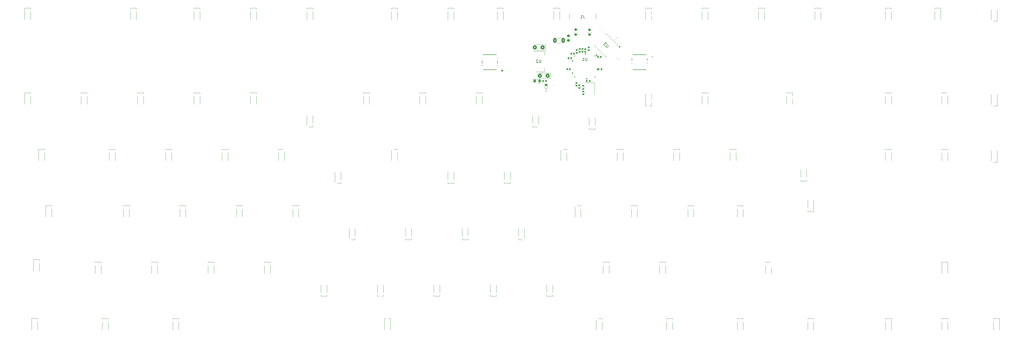
<source format=gbo>
G04 #@! TF.GenerationSoftware,KiCad,Pcbnew,(7.0.0)*
G04 #@! TF.CreationDate,2023-02-27T14:14:18+01:00*
G04 #@! TF.ProjectId,Belja80,42656c6a-6138-4302-9e6b-696361645f70,1.0*
G04 #@! TF.SameCoordinates,Original*
G04 #@! TF.FileFunction,Legend,Bot*
G04 #@! TF.FilePolarity,Positive*
%FSLAX46Y46*%
G04 Gerber Fmt 4.6, Leading zero omitted, Abs format (unit mm)*
G04 Created by KiCad (PCBNEW (7.0.0)) date 2023-02-27 14:14:18*
%MOMM*%
%LPD*%
G01*
G04 APERTURE LIST*
G04 Aperture macros list*
%AMRoundRect*
0 Rectangle with rounded corners*
0 $1 Rounding radius*
0 $2 $3 $4 $5 $6 $7 $8 $9 X,Y pos of 4 corners*
0 Add a 4 corners polygon primitive as box body*
4,1,4,$2,$3,$4,$5,$6,$7,$8,$9,$2,$3,0*
0 Add four circle primitives for the rounded corners*
1,1,$1+$1,$2,$3*
1,1,$1+$1,$4,$5*
1,1,$1+$1,$6,$7*
1,1,$1+$1,$8,$9*
0 Add four rect primitives between the rounded corners*
20,1,$1+$1,$2,$3,$4,$5,0*
20,1,$1+$1,$4,$5,$6,$7,0*
20,1,$1+$1,$6,$7,$8,$9,0*
20,1,$1+$1,$8,$9,$2,$3,0*%
%AMRotRect*
0 Rectangle, with rotation*
0 The origin of the aperture is its center*
0 $1 length*
0 $2 width*
0 $3 Rotation angle, in degrees counterclockwise*
0 Add horizontal line*
21,1,$1,$2,0,0,$3*%
G04 Aperture macros list end*
%ADD10C,0.150000*%
%ADD11C,0.120000*%
%ADD12C,0.127000*%
%ADD13C,0.200000*%
%ADD14C,0.100000*%
%ADD15C,1.500000*%
%ADD16C,1.700000*%
%ADD17C,4.000000*%
%ADD18C,2.200000*%
%ADD19C,5.700000*%
%ADD20C,3.050000*%
%ADD21RoundRect,0.140000X0.021213X-0.219203X0.219203X-0.021213X-0.021213X0.219203X-0.219203X0.021213X0*%
%ADD22R,1.100000X1.100000*%
%ADD23RoundRect,0.140000X0.140000X0.170000X-0.140000X0.170000X-0.140000X-0.170000X0.140000X-0.170000X0*%
%ADD24R,1.000000X0.750000*%
%ADD25RoundRect,0.218750X-0.256250X0.218750X-0.256250X-0.218750X0.256250X-0.218750X0.256250X0.218750X0*%
%ADD26RoundRect,0.140000X-0.170000X0.140000X-0.170000X-0.140000X0.170000X-0.140000X0.170000X0.140000X0*%
%ADD27RoundRect,0.140000X-0.140000X-0.170000X0.140000X-0.170000X0.140000X0.170000X-0.140000X0.170000X0*%
%ADD28RoundRect,0.200000X0.275000X-0.200000X0.275000X0.200000X-0.275000X0.200000X-0.275000X-0.200000X0*%
%ADD29RoundRect,0.135000X0.185000X-0.135000X0.185000X0.135000X-0.185000X0.135000X-0.185000X-0.135000X0*%
%ADD30RotRect,1.487399X0.532600X135.000000*%
%ADD31RoundRect,0.250000X0.375000X0.625000X-0.375000X0.625000X-0.375000X-0.625000X0.375000X-0.625000X0*%
%ADD32RoundRect,0.218750X-0.218750X-0.256250X0.218750X-0.256250X0.218750X0.256250X-0.218750X0.256250X0*%
%ADD33RoundRect,0.200000X-0.275000X0.200000X-0.275000X-0.200000X0.275000X-0.200000X0.275000X0.200000X0*%
%ADD34RoundRect,0.135000X0.035355X-0.226274X0.226274X-0.035355X-0.035355X0.226274X-0.226274X0.035355X0*%
%ADD35RoundRect,0.250000X0.450000X0.425000X-0.450000X0.425000X-0.450000X-0.425000X0.450000X-0.425000X0*%
%ADD36R,0.807999X0.178600*%
%ADD37R,0.178600X0.807999*%
%ADD38C,0.600000*%
%ADD39R,3.200400X3.200400*%
%ADD40RoundRect,0.135000X0.135000X0.185000X-0.135000X0.185000X-0.135000X-0.185000X0.135000X-0.185000X0*%
%ADD41RoundRect,0.200000X0.335876X0.053033X0.053033X0.335876X-0.335876X-0.053033X-0.053033X-0.335876X0*%
%ADD42RoundRect,0.140000X0.170000X-0.140000X0.170000X0.140000X-0.170000X0.140000X-0.170000X-0.140000X0*%
%ADD43R,0.600000X1.160000*%
%ADD44R,0.300000X1.160000*%
%ADD45O,0.900000X1.700000*%
%ADD46O,0.900000X2.000000*%
%ADD47R,2.000000X1.500000*%
%ADD48R,2.000000X3.800000*%
%ADD49R,1.200000X1.400000*%
%ADD50RoundRect,0.135000X-0.185000X0.135000X-0.185000X-0.135000X0.185000X-0.135000X0.185000X0.135000X0*%
G04 APERTURE END LIST*
D10*
X251785677Y-52542418D02*
X251213257Y-53114838D01*
X251213257Y-53114838D02*
X251112242Y-53148510D01*
X251112242Y-53148510D02*
X251044898Y-53148510D01*
X251044898Y-53148510D02*
X250943883Y-53114838D01*
X250943883Y-53114838D02*
X250809196Y-52980151D01*
X250809196Y-52980151D02*
X250775524Y-52879136D01*
X250775524Y-52879136D02*
X250775524Y-52811792D01*
X250775524Y-52811792D02*
X250809196Y-52710777D01*
X250809196Y-52710777D02*
X251381616Y-52138357D01*
X251112242Y-51868983D02*
X250674509Y-51431251D01*
X250674509Y-51431251D02*
X250640837Y-51936327D01*
X250640837Y-51936327D02*
X250539822Y-51835312D01*
X250539822Y-51835312D02*
X250438807Y-51801640D01*
X250438807Y-51801640D02*
X250371463Y-51801640D01*
X250371463Y-51801640D02*
X250270448Y-51835312D01*
X250270448Y-51835312D02*
X250102089Y-52003670D01*
X250102089Y-52003670D02*
X250068417Y-52104686D01*
X250068417Y-52104686D02*
X250068417Y-52172029D01*
X250068417Y-52172029D02*
X250102089Y-52273044D01*
X250102089Y-52273044D02*
X250304120Y-52475075D01*
X250304120Y-52475075D02*
X250405135Y-52508747D01*
X250405135Y-52508747D02*
X250472478Y-52508747D01*
X255557451Y-52733920D02*
X255389093Y-52902279D01*
X255624795Y-53003294D02*
X255389093Y-52902279D01*
X255389093Y-52902279D02*
X255288077Y-52666577D01*
X255355421Y-53137981D02*
X255389093Y-52902279D01*
X255389093Y-52902279D02*
X255153390Y-52935951D01*
X244373104Y-56648630D02*
X244373104Y-57458154D01*
X244373104Y-57458154D02*
X244325485Y-57553392D01*
X244325485Y-57553392D02*
X244277866Y-57601011D01*
X244277866Y-57601011D02*
X244182628Y-57648630D01*
X244182628Y-57648630D02*
X243992152Y-57648630D01*
X243992152Y-57648630D02*
X243896914Y-57601011D01*
X243896914Y-57601011D02*
X243849295Y-57553392D01*
X243849295Y-57553392D02*
X243801676Y-57458154D01*
X243801676Y-57458154D02*
X243801676Y-56648630D01*
X242801676Y-57648630D02*
X243373104Y-57648630D01*
X243087390Y-57648630D02*
X243087390Y-56648630D01*
X243087390Y-56648630D02*
X243182628Y-56791488D01*
X243182628Y-56791488D02*
X243277866Y-56886726D01*
X243277866Y-56886726D02*
X243373104Y-56934345D01*
X247649999Y-55514880D02*
X247649999Y-55752976D01*
X247888094Y-55657738D02*
X247649999Y-55752976D01*
X247649999Y-55752976D02*
X247411904Y-55657738D01*
X247792856Y-55943452D02*
X247649999Y-55752976D01*
X247649999Y-55752976D02*
X247507142Y-55943452D01*
X243220833Y-42267380D02*
X243220833Y-42981666D01*
X243220833Y-42981666D02*
X243268452Y-43124523D01*
X243268452Y-43124523D02*
X243363690Y-43219761D01*
X243363690Y-43219761D02*
X243506547Y-43267380D01*
X243506547Y-43267380D02*
X243601785Y-43267380D01*
X242220833Y-43267380D02*
X242792261Y-43267380D01*
X242506547Y-43267380D02*
X242506547Y-42267380D01*
X242506547Y-42267380D02*
X242601785Y-42410238D01*
X242601785Y-42410238D02*
X242697023Y-42505476D01*
X242697023Y-42505476D02*
X242792261Y-42553095D01*
X228853904Y-57311130D02*
X228853904Y-58120654D01*
X228853904Y-58120654D02*
X228806285Y-58215892D01*
X228806285Y-58215892D02*
X228758666Y-58263511D01*
X228758666Y-58263511D02*
X228663428Y-58311130D01*
X228663428Y-58311130D02*
X228472952Y-58311130D01*
X228472952Y-58311130D02*
X228377714Y-58263511D01*
X228377714Y-58263511D02*
X228330095Y-58215892D01*
X228330095Y-58215892D02*
X228282476Y-58120654D01*
X228282476Y-58120654D02*
X228282476Y-57311130D01*
X227853904Y-57406369D02*
X227806285Y-57358750D01*
X227806285Y-57358750D02*
X227711047Y-57311130D01*
X227711047Y-57311130D02*
X227472952Y-57311130D01*
X227472952Y-57311130D02*
X227377714Y-57358750D01*
X227377714Y-57358750D02*
X227330095Y-57406369D01*
X227330095Y-57406369D02*
X227282476Y-57501607D01*
X227282476Y-57501607D02*
X227282476Y-57596845D01*
X227282476Y-57596845D02*
X227330095Y-57739702D01*
X227330095Y-57739702D02*
X227901523Y-58311130D01*
X227901523Y-58311130D02*
X227282476Y-58311130D01*
D11*
X248538390Y-46964093D02*
X248690893Y-46811590D01*
X249047507Y-47473210D02*
X249200010Y-47320707D01*
X197437500Y-99037500D02*
X197437500Y-95187500D01*
X199437500Y-99037500D02*
X197437500Y-99037500D01*
X199437500Y-99037500D02*
X199437500Y-95187500D01*
X159337500Y-99037500D02*
X159337500Y-95187500D01*
X161337500Y-99037500D02*
X159337500Y-99037500D01*
X161337500Y-99037500D02*
X161337500Y-95187500D01*
X238297352Y-60906613D02*
X238081680Y-60906613D01*
X238297352Y-60186613D02*
X238081680Y-60186613D01*
X106568750Y-144643750D02*
X106568750Y-148493750D01*
X104568750Y-144643750D02*
X106568750Y-144643750D01*
X104568750Y-144643750D02*
X104568750Y-148493750D01*
X347075000Y-144643750D02*
X347075000Y-148493750D01*
X345075000Y-144643750D02*
X347075000Y-144643750D01*
X345075000Y-144643750D02*
X345075000Y-148493750D01*
D12*
X264678000Y-56986000D02*
X264678000Y-59346000D01*
X259878000Y-60716000D02*
X264378000Y-60716000D01*
X259878000Y-55616000D02*
X264378000Y-55616000D01*
X259578000Y-59346000D02*
X259578000Y-56986000D01*
D13*
X266478000Y-56291000D02*
G75*
G03*
X266478000Y-56291000I-100000J0D01*
G01*
D11*
X347075000Y-87493750D02*
X347075000Y-91343750D01*
X345075000Y-87493750D02*
X347075000Y-87493750D01*
X345075000Y-87493750D02*
X345075000Y-91343750D01*
X238635000Y-49843471D02*
X238635000Y-50169029D01*
X237615000Y-49843471D02*
X237615000Y-50169029D01*
X147050000Y-106543750D02*
X147050000Y-110393750D01*
X145050000Y-106543750D02*
X147050000Y-106543750D01*
X145050000Y-106543750D02*
X145050000Y-110393750D01*
X202200000Y-118087500D02*
X202200000Y-114237500D01*
X204200000Y-118087500D02*
X202200000Y-118087500D01*
X204200000Y-118087500D02*
X204200000Y-114237500D01*
X242300000Y-106543750D02*
X242300000Y-110393750D01*
X240300000Y-106543750D02*
X242300000Y-106543750D01*
X240300000Y-106543750D02*
X240300000Y-110393750D01*
X94662500Y-68443750D02*
X94662500Y-72293750D01*
X92662500Y-68443750D02*
X94662500Y-68443750D01*
X92662500Y-68443750D02*
X92662500Y-72293750D01*
X149812500Y-79987500D02*
X149812500Y-76137500D01*
X151812500Y-79987500D02*
X149812500Y-79987500D01*
X151812500Y-79987500D02*
X151812500Y-76137500D01*
X383587500Y-144643750D02*
X383587500Y-148493750D01*
X381587500Y-144643750D02*
X383587500Y-144643750D01*
X381587500Y-144643750D02*
X381587500Y-148493750D01*
X242110000Y-66292164D02*
X242110000Y-66507836D01*
X241390000Y-66292164D02*
X241390000Y-66507836D01*
X61325000Y-87493750D02*
X61325000Y-91343750D01*
X59325000Y-87493750D02*
X61325000Y-87493750D01*
X59325000Y-87493750D02*
X59325000Y-91343750D01*
X142287500Y-87493750D02*
X142287500Y-91343750D01*
X140287500Y-87493750D02*
X142287500Y-87493750D01*
X140287500Y-87493750D02*
X140287500Y-91343750D01*
X256587500Y-87493750D02*
X256587500Y-91343750D01*
X254587500Y-87493750D02*
X256587500Y-87493750D01*
X254587500Y-87493750D02*
X254587500Y-91343750D01*
X151812500Y-39868750D02*
X151812500Y-43718750D01*
X149812500Y-39868750D02*
X151812500Y-39868750D01*
X149812500Y-39868750D02*
X149812500Y-43718750D01*
X244717164Y-64130600D02*
X244932836Y-64130600D01*
X244717164Y-64850600D02*
X244932836Y-64850600D01*
X275637500Y-87493750D02*
X275637500Y-91343750D01*
X273637500Y-87493750D02*
X275637500Y-87493750D01*
X273637500Y-87493750D02*
X273637500Y-91343750D01*
X132762500Y-39868750D02*
X132762500Y-43718750D01*
X130762500Y-39868750D02*
X132762500Y-39868750D01*
X130762500Y-39868750D02*
X130762500Y-43718750D01*
X85137500Y-87493750D02*
X85137500Y-91343750D01*
X83137500Y-87493750D02*
X85137500Y-87493750D01*
X83137500Y-87493750D02*
X83137500Y-91343750D01*
X132762500Y-68443750D02*
X132762500Y-72293750D01*
X130762500Y-68443750D02*
X132762500Y-68443750D01*
X130762500Y-68443750D02*
X130762500Y-72293750D01*
X266112500Y-39868750D02*
X266112500Y-43718750D01*
X264112500Y-39868750D02*
X266112500Y-39868750D01*
X264112500Y-39868750D02*
X264112500Y-43718750D01*
X113712500Y-68443750D02*
X113712500Y-72293750D01*
X111712500Y-68443750D02*
X113712500Y-68443750D01*
X111712500Y-68443750D02*
X111712500Y-72293750D01*
X164100000Y-118087500D02*
X164100000Y-114237500D01*
X166100000Y-118087500D02*
X164100000Y-118087500D01*
X166100000Y-118087500D02*
X166100000Y-114237500D01*
X230077500Y-66937258D02*
X230077500Y-66462742D01*
X231122500Y-66937258D02*
X231122500Y-66462742D01*
X241529600Y-54306441D02*
X241529600Y-53999159D01*
X242289600Y-54306441D02*
X242289600Y-53999159D01*
X104187500Y-87493750D02*
X104187500Y-91343750D01*
X102187500Y-87493750D02*
X104187500Y-87493750D01*
X102187500Y-87493750D02*
X102187500Y-91343750D01*
X239629836Y-55655800D02*
X239414164Y-55655800D01*
X239629836Y-54935800D02*
X239414164Y-54935800D01*
X285162500Y-68443750D02*
X285162500Y-72293750D01*
X283162500Y-68443750D02*
X285162500Y-68443750D01*
X283162500Y-68443750D02*
X283162500Y-72293750D01*
X250799600Y-56438234D02*
X246812366Y-52451000D01*
X251032282Y-56205552D02*
X250799600Y-56438234D01*
X254786834Y-52451000D02*
X254554152Y-52683682D01*
X246812366Y-52451000D02*
X247045048Y-52218318D01*
X250566918Y-48696448D02*
X250799600Y-48463766D01*
X250799600Y-48463766D02*
X254786834Y-52451000D01*
X63706250Y-106543750D02*
X63706250Y-110393750D01*
X61706250Y-106543750D02*
X63706250Y-106543750D01*
X61706250Y-106543750D02*
X61706250Y-110393750D01*
X270875000Y-125593750D02*
X270875000Y-129443750D01*
X268875000Y-125593750D02*
X270875000Y-125593750D01*
X268875000Y-125593750D02*
X268875000Y-129443750D01*
X56562500Y-39868750D02*
X56562500Y-43718750D01*
X54562500Y-39868750D02*
X56562500Y-39868750D01*
X54562500Y-39868750D02*
X54562500Y-43718750D01*
X235552064Y-51710000D02*
X234347936Y-51710000D01*
X235552064Y-49890000D02*
X234347936Y-49890000D01*
X264112500Y-72843750D02*
X264112500Y-68993750D01*
X266112500Y-72843750D02*
X264112500Y-72843750D01*
X266112500Y-72843750D02*
X266112500Y-68993750D01*
X304212500Y-39868750D02*
X304212500Y-43718750D01*
X302212500Y-39868750D02*
X304212500Y-39868750D01*
X302212500Y-39868750D02*
X302212500Y-43718750D01*
X226099000Y-63781000D02*
X228384000Y-63781000D01*
X226099000Y-65251000D02*
X226099000Y-63781000D01*
X228384000Y-65251000D02*
X226099000Y-65251000D01*
X245791250Y-47768742D02*
X245791250Y-48243258D01*
X244746250Y-47768742D02*
X244746250Y-48243258D01*
X273256250Y-144643750D02*
X273256250Y-148493750D01*
X271256250Y-144643750D02*
X273256250Y-144643750D01*
X271256250Y-144643750D02*
X271256250Y-148493750D01*
X154575000Y-137137500D02*
X154575000Y-133287500D01*
X156575000Y-137137500D02*
X154575000Y-137137500D01*
X156575000Y-137137500D02*
X156575000Y-133287500D01*
X178006250Y-144643750D02*
X178006250Y-148493750D01*
X176006250Y-144643750D02*
X178006250Y-144643750D01*
X176006250Y-144643750D02*
X176006250Y-148493750D01*
X237537500Y-87493750D02*
X237537500Y-91343750D01*
X235537500Y-87493750D02*
X237537500Y-87493750D01*
X235537500Y-87493750D02*
X235537500Y-91343750D01*
X216106250Y-39868750D02*
X216106250Y-43718750D01*
X214106250Y-39868750D02*
X216106250Y-39868750D01*
X214106250Y-39868750D02*
X214106250Y-43718750D01*
X313737500Y-68443750D02*
X313737500Y-72293750D01*
X311737500Y-68443750D02*
X313737500Y-68443750D01*
X311737500Y-68443750D02*
X311737500Y-72293750D01*
X347075000Y-39868750D02*
X347075000Y-43718750D01*
X345075000Y-39868750D02*
X347075000Y-39868750D01*
X345075000Y-39868750D02*
X345075000Y-43718750D01*
X235156250Y-39868750D02*
X235156250Y-43718750D01*
X233156250Y-39868750D02*
X235156250Y-39868750D01*
X233156250Y-39868750D02*
X233156250Y-43718750D01*
X173625000Y-137137500D02*
X173625000Y-133287500D01*
X175625000Y-137137500D02*
X173625000Y-137137500D01*
X175625000Y-137137500D02*
X175625000Y-133287500D01*
X366125000Y-144643750D02*
X366125000Y-148493750D01*
X364125000Y-144643750D02*
X366125000Y-144643750D01*
X364125000Y-144643750D02*
X364125000Y-148493750D01*
D12*
X214132000Y-56986000D02*
X214132000Y-59346000D01*
X209332000Y-60716000D02*
X213832000Y-60716000D01*
X209332000Y-55616000D02*
X213832000Y-55616000D01*
X209032000Y-59346000D02*
X209032000Y-56986000D01*
D13*
X215932000Y-56291000D02*
G75*
G03*
X215932000Y-56291000I-100000J0D01*
G01*
D11*
X82756250Y-144643750D02*
X82756250Y-148493750D01*
X80756250Y-144643750D02*
X82756250Y-144643750D01*
X80756250Y-144643750D02*
X80756250Y-148493750D01*
X189912500Y-68443750D02*
X189912500Y-72293750D01*
X187912500Y-68443750D02*
X189912500Y-68443750D01*
X187912500Y-68443750D02*
X187912500Y-72293750D01*
X123237500Y-87493750D02*
X123237500Y-91343750D01*
X121237500Y-87493750D02*
X123237500Y-87493750D01*
X121237500Y-87493750D02*
X121237500Y-91343750D01*
X183150000Y-118087500D02*
X183150000Y-114237500D01*
X185150000Y-118087500D02*
X183150000Y-118087500D01*
X185150000Y-118087500D02*
X185150000Y-114237500D01*
X254410059Y-56888340D02*
X254627340Y-56671059D01*
X254947460Y-57425741D02*
X255164741Y-57208460D01*
X249443750Y-144643750D02*
X249443750Y-148493750D01*
X247443750Y-144643750D02*
X249443750Y-144643750D01*
X247443750Y-144643750D02*
X247443750Y-148493750D01*
X170862500Y-68443750D02*
X170862500Y-72293750D01*
X168862500Y-68443750D02*
X170862500Y-68443750D01*
X168862500Y-68443750D02*
X168862500Y-72293750D01*
X199437500Y-39868750D02*
X199437500Y-43718750D01*
X197437500Y-39868750D02*
X199437500Y-39868750D01*
X197437500Y-39868750D02*
X197437500Y-43718750D01*
X232100000Y-63609500D02*
X228190000Y-63609500D01*
X232100000Y-61739500D02*
X232100000Y-63609500D01*
X228190000Y-61739500D02*
X232100000Y-61739500D01*
X323262500Y-39868750D02*
X323262500Y-43718750D01*
X321262500Y-39868750D02*
X323262500Y-39868750D01*
X321262500Y-39868750D02*
X321262500Y-43718750D01*
X75612500Y-68443750D02*
X75612500Y-72293750D01*
X73612500Y-68443750D02*
X75612500Y-68443750D01*
X73612500Y-68443750D02*
X73612500Y-72293750D01*
X56562500Y-68443750D02*
X56562500Y-72293750D01*
X54562500Y-68443750D02*
X56562500Y-68443750D01*
X54562500Y-68443750D02*
X54562500Y-72293750D01*
X247243400Y-63163450D02*
X246674840Y-63163450D01*
X247243400Y-62594890D02*
X247243400Y-63163450D01*
X247243400Y-55899050D02*
X247243400Y-56467610D01*
X246674840Y-55899050D02*
X247243400Y-55899050D01*
X240547560Y-63163450D02*
X239979000Y-63163450D01*
X239979000Y-63163450D02*
X239979000Y-62594890D01*
X239979000Y-56467610D02*
X239979000Y-55899050D01*
X239979000Y-55899050D02*
X240547560Y-55899050D01*
G36*
X247924399Y-60737750D02*
G01*
X247670399Y-60737750D01*
X247670399Y-60356750D01*
X247924399Y-60356750D01*
X247924399Y-60737750D01*
G37*
D14*
X247924399Y-60737750D02*
X247670399Y-60737750D01*
X247670399Y-60356750D01*
X247924399Y-60356750D01*
X247924399Y-60737750D01*
G36*
X244411300Y-63844449D02*
G01*
X244030300Y-63844449D01*
X244030300Y-63590449D01*
X244411300Y-63590449D01*
X244411300Y-63844449D01*
G37*
X244411300Y-63844449D02*
X244030300Y-63844449D01*
X244030300Y-63590449D01*
X244411300Y-63590449D01*
X244411300Y-63844449D01*
G36*
X244004900Y-55472051D02*
G01*
X243623900Y-55472051D01*
X243623900Y-55218051D01*
X244004900Y-55218051D01*
X244004900Y-55472051D01*
G37*
X244004900Y-55472051D02*
X243623900Y-55472051D01*
X243623900Y-55218051D01*
X244004900Y-55218051D01*
X244004900Y-55472051D01*
G36*
X239552001Y-61956950D02*
G01*
X239298001Y-61956950D01*
X239298001Y-61575950D01*
X239552001Y-61575950D01*
X239552001Y-61956950D01*
G37*
X239552001Y-61956950D02*
X239298001Y-61956950D01*
X239298001Y-61575950D01*
X239552001Y-61575950D01*
X239552001Y-61956950D01*
G36*
X239552001Y-57892950D02*
G01*
X239298001Y-57892950D01*
X239298001Y-57511950D01*
X239552001Y-57511950D01*
X239552001Y-57892950D01*
G37*
X239552001Y-57892950D02*
X239298001Y-57892950D01*
X239298001Y-57511950D01*
X239552001Y-57511950D01*
X239552001Y-57892950D01*
D11*
X230277641Y-64896000D02*
X229970359Y-64896000D01*
X230277641Y-64136000D02*
X229970359Y-64136000D01*
X226012500Y-79987500D02*
X226012500Y-76137500D01*
X228012500Y-79987500D02*
X226012500Y-79987500D01*
X228012500Y-79987500D02*
X228012500Y-76137500D01*
X347075000Y-68443750D02*
X347075000Y-72293750D01*
X345075000Y-68443750D02*
X347075000Y-68443750D01*
X345075000Y-68443750D02*
X345075000Y-72293750D01*
X230775000Y-137137500D02*
X230775000Y-133287500D01*
X232775000Y-137137500D02*
X230775000Y-137137500D01*
X232775000Y-137137500D02*
X232775000Y-133287500D01*
X230402000Y-54084500D02*
X226492000Y-54084500D01*
X230402000Y-52214500D02*
X230402000Y-54084500D01*
X226492000Y-52214500D02*
X230402000Y-52214500D01*
X221250000Y-118087500D02*
X221250000Y-114237500D01*
X223250000Y-118087500D02*
X221250000Y-118087500D01*
X223250000Y-118087500D02*
X223250000Y-114237500D01*
X318881250Y-108562500D02*
X318881250Y-104712500D01*
X320881250Y-108562500D02*
X318881250Y-108562500D01*
X320881250Y-108562500D02*
X320881250Y-104712500D01*
X92281250Y-39868750D02*
X92281250Y-43718750D01*
X90281250Y-39868750D02*
X92281250Y-39868750D01*
X90281250Y-39868750D02*
X90281250Y-43718750D01*
X238719036Y-57129000D02*
X238503364Y-57129000D01*
X238719036Y-56409000D02*
X238503364Y-56409000D01*
X280400000Y-106543750D02*
X280400000Y-110393750D01*
X278400000Y-106543750D02*
X280400000Y-106543750D01*
X278400000Y-106543750D02*
X278400000Y-110393750D01*
X208962500Y-68443750D02*
X208962500Y-72293750D01*
X206962500Y-68443750D02*
X208962500Y-68443750D01*
X206962500Y-68443750D02*
X206962500Y-72293750D01*
X248481964Y-56028000D02*
X248697636Y-56028000D01*
X248481964Y-56748000D02*
X248697636Y-56748000D01*
X58943750Y-144643750D02*
X58943750Y-148493750D01*
X56943750Y-144643750D02*
X58943750Y-144643750D01*
X56943750Y-144643750D02*
X56943750Y-148493750D01*
X253874503Y-50727630D02*
X253538970Y-50392097D01*
X254613430Y-49988703D02*
X254277897Y-49653170D01*
X285162500Y-39868750D02*
X285162500Y-43718750D01*
X283162500Y-39868750D02*
X285162500Y-39868750D01*
X283162500Y-39868750D02*
X283162500Y-43718750D01*
X128000000Y-106543750D02*
X128000000Y-110393750D01*
X126000000Y-106543750D02*
X128000000Y-106543750D01*
X126000000Y-106543750D02*
X126000000Y-110393750D01*
X294687500Y-87493750D02*
X294687500Y-91343750D01*
X292687500Y-87493750D02*
X294687500Y-87493750D01*
X292687500Y-87493750D02*
X292687500Y-91343750D01*
X241185000Y-65542164D02*
X241185000Y-65757836D01*
X240465000Y-65542164D02*
X240465000Y-65757836D01*
X89900000Y-106543750D02*
X89900000Y-110393750D01*
X87900000Y-106543750D02*
X89900000Y-106543750D01*
X87900000Y-106543750D02*
X87900000Y-110393750D01*
X243480000Y-54286036D02*
X243480000Y-54070364D01*
X244200000Y-54286036D02*
X244200000Y-54070364D01*
X180387500Y-87493750D02*
X180387500Y-91343750D01*
X178387500Y-87493750D02*
X180387500Y-87493750D01*
X178387500Y-87493750D02*
X178387500Y-91343750D01*
X99425000Y-125593750D02*
X99425000Y-129443750D01*
X97425000Y-125593750D02*
X99425000Y-125593750D01*
X97425000Y-125593750D02*
X97425000Y-129443750D01*
X380793750Y-91893750D02*
X380793750Y-88043750D01*
X382793750Y-91893750D02*
X380793750Y-91893750D01*
X382793750Y-91893750D02*
X382793750Y-88043750D01*
X118475000Y-125593750D02*
X118475000Y-129443750D01*
X116475000Y-125593750D02*
X118475000Y-125593750D01*
X116475000Y-125593750D02*
X116475000Y-129443750D01*
X380793750Y-44268750D02*
X380793750Y-40418750D01*
X382793750Y-44268750D02*
X380793750Y-44268750D01*
X382793750Y-44268750D02*
X382793750Y-40418750D01*
X366125000Y-68443750D02*
X366125000Y-72293750D01*
X364125000Y-68443750D02*
X366125000Y-68443750D01*
X364125000Y-68443750D02*
X364125000Y-72293750D01*
X320881250Y-144643750D02*
X320881250Y-148493750D01*
X318881250Y-144643750D02*
X320881250Y-144643750D01*
X318881250Y-144643750D02*
X318881250Y-148493750D01*
X238417500Y-43570000D02*
X238417500Y-41770000D01*
X247357500Y-43570000D02*
X247357500Y-41770000D01*
X297068750Y-106543750D02*
X297068750Y-110393750D01*
X295068750Y-106543750D02*
X297068750Y-106543750D01*
X295068750Y-106543750D02*
X295068750Y-110393750D01*
X363743750Y-39868750D02*
X363743750Y-43718750D01*
X361743750Y-39868750D02*
X363743750Y-39868750D01*
X361743750Y-39868750D02*
X361743750Y-43718750D01*
X242520200Y-54306441D02*
X242520200Y-53999159D01*
X243280200Y-54306441D02*
X243280200Y-53999159D01*
X251825000Y-125593750D02*
X251825000Y-129443750D01*
X249825000Y-125593750D02*
X251825000Y-125593750D01*
X249825000Y-125593750D02*
X249825000Y-129443750D01*
X242768800Y-68611636D02*
X242768800Y-68395964D01*
X243488800Y-68611636D02*
X243488800Y-68395964D01*
X192675000Y-137137500D02*
X192675000Y-133287500D01*
X194675000Y-137137500D02*
X192675000Y-137137500D01*
X194675000Y-137137500D02*
X194675000Y-133287500D01*
X366125000Y-125593750D02*
X366125000Y-129443750D01*
X364125000Y-125593750D02*
X366125000Y-125593750D01*
X364125000Y-125593750D02*
X364125000Y-129443750D01*
X380793750Y-72843750D02*
X380793750Y-68993750D01*
X382793750Y-72843750D02*
X380793750Y-72843750D01*
X382793750Y-72843750D02*
X382793750Y-68993750D01*
X216487500Y-99037500D02*
X216487500Y-95187500D01*
X218487500Y-99037500D02*
X216487500Y-99037500D01*
X218487500Y-99037500D02*
X218487500Y-95187500D01*
X366125000Y-87493750D02*
X366125000Y-91343750D01*
X364125000Y-87493750D02*
X366125000Y-87493750D01*
X364125000Y-87493750D02*
X364125000Y-91343750D01*
X223992000Y-61322000D02*
X230002000Y-61322000D01*
X226242000Y-54502000D02*
X230002000Y-54502000D01*
X230002000Y-54502000D02*
X230002000Y-55762000D01*
X230002000Y-61322000D02*
X230002000Y-60062000D01*
X248678642Y-60186907D02*
X248894314Y-60186907D01*
X248678642Y-60906907D02*
X248894314Y-60906907D01*
X113712500Y-39868750D02*
X113712500Y-43718750D01*
X111712500Y-39868750D02*
X113712500Y-39868750D01*
X111712500Y-39868750D02*
X111712500Y-43718750D01*
X240551200Y-54607836D02*
X240551200Y-54392164D01*
X241271200Y-54607836D02*
X241271200Y-54392164D01*
X316500000Y-98243750D02*
X316500000Y-94393750D01*
X318500000Y-98243750D02*
X316500000Y-98243750D01*
X318500000Y-98243750D02*
X318500000Y-94393750D01*
X211725000Y-137137500D02*
X211725000Y-133287500D01*
X213725000Y-137137500D02*
X211725000Y-137137500D01*
X213725000Y-137137500D02*
X213725000Y-133287500D01*
X137525000Y-125593750D02*
X137525000Y-129443750D01*
X135525000Y-125593750D02*
X137525000Y-125593750D01*
X135525000Y-125593750D02*
X135525000Y-129443750D01*
X246937800Y-65056000D02*
X246937800Y-69056000D01*
X243637800Y-65056000D02*
X246937800Y-65056000D01*
X241085900Y-47743342D02*
X241085900Y-48217858D01*
X240040900Y-47743342D02*
X240040900Y-48217858D01*
X244648400Y-53727236D02*
X244648400Y-53511564D01*
X245368400Y-53727236D02*
X245368400Y-53511564D01*
X243483400Y-66495959D02*
X243483400Y-66803241D01*
X242723400Y-66495959D02*
X242723400Y-66803241D01*
X245062500Y-80781250D02*
X245062500Y-76931250D01*
X247062500Y-80781250D02*
X245062500Y-80781250D01*
X247062500Y-80781250D02*
X247062500Y-76931250D01*
X80375000Y-125593750D02*
X80375000Y-129443750D01*
X78375000Y-125593750D02*
X80375000Y-125593750D01*
X78375000Y-125593750D02*
X78375000Y-129443750D01*
X297068750Y-144643750D02*
X297068750Y-148493750D01*
X295068750Y-144643750D02*
X297068750Y-144643750D01*
X295068750Y-144643750D02*
X295068750Y-148493750D01*
X261350000Y-106543750D02*
X261350000Y-110393750D01*
X259350000Y-106543750D02*
X261350000Y-106543750D01*
X259350000Y-106543750D02*
X259350000Y-110393750D01*
X108950000Y-106543750D02*
X108950000Y-110393750D01*
X106950000Y-106543750D02*
X108950000Y-106543750D01*
X106950000Y-106543750D02*
X106950000Y-110393750D01*
X306593750Y-125593750D02*
X306593750Y-129443750D01*
X304593750Y-125593750D02*
X306593750Y-125593750D01*
X304593750Y-125593750D02*
X304593750Y-129443750D01*
X59550000Y-124800000D02*
X59550000Y-128650000D01*
X57550000Y-124800000D02*
X59550000Y-124800000D01*
X57550000Y-124800000D02*
X57550000Y-128650000D01*
X180387500Y-39868750D02*
X180387500Y-43718750D01*
X178387500Y-39868750D02*
X180387500Y-39868750D01*
X178387500Y-39868750D02*
X178387500Y-43718750D01*
X216158400Y-60417764D02*
X216158400Y-60633436D01*
X215438400Y-60417764D02*
X215438400Y-60633436D01*
%LPC*%
D15*
X249237500Y-38100000D02*
X381000000Y-38100000D01*
X38100000Y-42862500D02*
X38100000Y-159543750D01*
X42862500Y-164306250D02*
X381000000Y-164306250D01*
X385762500Y-42862500D02*
G75*
G03*
X381000000Y-38100000I-4762500J0D01*
G01*
X236537500Y-38100000D02*
X42862500Y-38100000D01*
X385762500Y-159543750D02*
X385762500Y-42862500D01*
X42862500Y-38100000D02*
G75*
G03*
X38100000Y-42862500I0J-4762500D01*
G01*
X38099950Y-159543750D02*
G75*
G03*
X42862500Y-164306250I4762550J50D01*
G01*
X381000000Y-164306200D02*
G75*
G03*
X385762500Y-159543750I0J4762500D01*
G01*
D16*
X175895000Y-76200000D03*
D17*
X180975000Y-76200000D03*
D16*
X186055000Y-76200000D03*
D18*
X183515000Y-71120000D03*
X177165000Y-73660000D03*
D16*
X166370000Y-95250000D03*
D17*
X171450000Y-95250000D03*
D16*
X176530000Y-95250000D03*
D18*
X173990000Y-90170000D03*
X167640000Y-92710000D03*
D16*
X371157500Y-95250000D03*
D17*
X376237500Y-95250000D03*
D16*
X381317500Y-95250000D03*
D18*
X378777500Y-90170000D03*
X372427500Y-92710000D03*
D16*
X94932500Y-114300000D03*
D17*
X100012500Y-114300000D03*
D16*
X105092500Y-114300000D03*
D18*
X102552500Y-109220000D03*
X96202500Y-111760000D03*
D19*
X109537500Y-154781250D03*
D16*
X333057500Y-152400000D03*
D17*
X338137500Y-152400000D03*
D16*
X343217500Y-152400000D03*
D18*
X340677500Y-147320000D03*
X334327500Y-149860000D03*
D19*
X297656250Y-102393750D03*
D16*
X252095000Y-47625000D03*
D17*
X257175000Y-47625000D03*
D16*
X262255000Y-47625000D03*
D18*
X259715000Y-42545000D03*
X253365000Y-45085000D03*
D16*
X47307500Y-95250000D03*
D17*
X52387500Y-95250000D03*
D16*
X57467500Y-95250000D03*
D18*
X54927500Y-90170000D03*
X48577500Y-92710000D03*
D16*
X371157500Y-76200000D03*
D17*
X376237500Y-76200000D03*
D16*
X381317500Y-76200000D03*
D18*
X378777500Y-71120000D03*
X372427500Y-73660000D03*
D20*
X47631250Y-126350000D03*
D17*
X47631250Y-141590000D03*
D16*
X54451250Y-133350000D03*
D17*
X59531250Y-133350000D03*
D16*
X64611250Y-133350000D03*
D20*
X71431250Y-126350000D03*
D17*
X71431250Y-141590000D03*
D18*
X62071250Y-128270000D03*
X55721250Y-130810000D03*
D16*
X371157500Y-152400000D03*
D17*
X376237500Y-152400000D03*
D16*
X381317500Y-152400000D03*
D18*
X378777500Y-147320000D03*
X372427500Y-149860000D03*
D20*
X292900000Y-69200000D03*
D17*
X292900000Y-84440000D03*
D16*
X299720000Y-76200000D03*
D17*
X304800000Y-76200000D03*
D16*
X309880000Y-76200000D03*
D20*
X316700000Y-69200000D03*
D17*
X316700000Y-84440000D03*
D18*
X307340000Y-71120000D03*
X300990000Y-73660000D03*
D16*
X128270000Y-95250000D03*
D17*
X133350000Y-95250000D03*
D16*
X138430000Y-95250000D03*
D18*
X135890000Y-90170000D03*
X129540000Y-92710000D03*
D16*
X352107500Y-152400000D03*
D17*
X357187500Y-152400000D03*
D16*
X362267500Y-152400000D03*
D18*
X359727500Y-147320000D03*
X353377500Y-149860000D03*
D16*
X104457500Y-133350000D03*
D17*
X109537500Y-133350000D03*
D16*
X114617500Y-133350000D03*
D18*
X112077500Y-128270000D03*
X105727500Y-130810000D03*
D16*
X259238750Y-152400000D03*
D17*
X264318750Y-152400000D03*
D16*
X269398750Y-152400000D03*
D18*
X266858750Y-147320000D03*
X260508750Y-149860000D03*
D16*
X352107500Y-47625000D03*
D17*
X357187500Y-47625000D03*
D16*
X362267500Y-47625000D03*
D18*
X359727500Y-42545000D03*
X353377500Y-45085000D03*
D16*
X109220000Y-95250000D03*
D17*
X114300000Y-95250000D03*
D16*
X119380000Y-95250000D03*
D18*
X116840000Y-90170000D03*
X110490000Y-92710000D03*
D16*
X44926250Y-152400000D03*
D17*
X50006250Y-152400000D03*
D16*
X55086250Y-152400000D03*
D18*
X52546250Y-147320000D03*
X46196250Y-149860000D03*
D16*
X309245000Y-47625000D03*
D17*
X314325000Y-47625000D03*
D16*
X319405000Y-47625000D03*
D18*
X316865000Y-42545000D03*
X310515000Y-45085000D03*
D16*
X223520000Y-95250000D03*
D17*
X228600000Y-95250000D03*
D16*
X233680000Y-95250000D03*
D18*
X231140000Y-90170000D03*
X224790000Y-92710000D03*
D16*
X237807500Y-133350000D03*
D17*
X242887500Y-133350000D03*
D16*
X247967500Y-133350000D03*
D18*
X245427500Y-128270000D03*
X239077500Y-130810000D03*
D16*
X194945000Y-76200000D03*
D17*
X200025000Y-76200000D03*
D16*
X205105000Y-76200000D03*
D18*
X202565000Y-71120000D03*
X196215000Y-73660000D03*
D16*
X71120000Y-95250000D03*
D17*
X76200000Y-95250000D03*
D16*
X81280000Y-95250000D03*
D18*
X78740000Y-90170000D03*
X72390000Y-92710000D03*
D16*
X213995000Y-76200000D03*
D17*
X219075000Y-76200000D03*
D16*
X224155000Y-76200000D03*
D18*
X221615000Y-71120000D03*
X215265000Y-73660000D03*
D16*
X133032500Y-114300000D03*
D17*
X138112500Y-114300000D03*
D16*
X143192500Y-114300000D03*
D18*
X140652500Y-109220000D03*
X134302500Y-111760000D03*
D16*
X204470000Y-47625000D03*
D17*
X209550000Y-47625000D03*
D16*
X214630000Y-47625000D03*
D18*
X212090000Y-42545000D03*
X205740000Y-45085000D03*
D20*
X119068750Y-145400000D03*
D17*
X119068750Y-160640000D03*
D16*
X163988750Y-152400000D03*
D17*
X169068750Y-152400000D03*
D16*
X174148750Y-152400000D03*
D20*
X219068750Y-145400000D03*
D17*
X219068750Y-160640000D03*
D18*
X171608750Y-147320000D03*
X165258750Y-149860000D03*
D16*
X152082500Y-114300000D03*
D17*
X157162500Y-114300000D03*
D16*
X162242500Y-114300000D03*
D18*
X159702500Y-109220000D03*
X153352500Y-111760000D03*
D16*
X290195000Y-47625000D03*
D17*
X295275000Y-47625000D03*
D16*
X300355000Y-47625000D03*
D18*
X297815000Y-42545000D03*
X291465000Y-45085000D03*
D16*
X190182500Y-114300000D03*
D17*
X195262500Y-114300000D03*
D16*
X200342500Y-114300000D03*
D18*
X197802500Y-109220000D03*
X191452500Y-111760000D03*
D16*
X271145000Y-47625000D03*
D17*
X276225000Y-47625000D03*
D16*
X281305000Y-47625000D03*
D18*
X278765000Y-42545000D03*
X272415000Y-45085000D03*
D16*
X147320000Y-95250000D03*
D17*
X152400000Y-95250000D03*
D16*
X157480000Y-95250000D03*
D18*
X154940000Y-90170000D03*
X148590000Y-92710000D03*
D16*
X180657500Y-133350000D03*
D17*
X185737500Y-133350000D03*
D16*
X190817500Y-133350000D03*
D18*
X188277500Y-128270000D03*
X181927500Y-130810000D03*
D16*
X199707500Y-133350000D03*
D17*
X204787500Y-133350000D03*
D16*
X209867500Y-133350000D03*
D18*
X207327500Y-128270000D03*
X200977500Y-130810000D03*
D16*
X204470000Y-95250000D03*
D17*
X209550000Y-95250000D03*
D16*
X214630000Y-95250000D03*
D18*
X212090000Y-90170000D03*
X205740000Y-92710000D03*
D16*
X242570000Y-95250000D03*
D17*
X247650000Y-95250000D03*
D16*
X252730000Y-95250000D03*
D18*
X250190000Y-90170000D03*
X243840000Y-92710000D03*
D19*
X95250000Y-45243750D03*
D16*
X256857500Y-133350000D03*
D17*
X261937500Y-133350000D03*
D16*
X267017500Y-133350000D03*
D18*
X264477500Y-128270000D03*
X258127500Y-130810000D03*
D16*
X99695000Y-47625000D03*
D17*
X104775000Y-47625000D03*
D16*
X109855000Y-47625000D03*
D18*
X107315000Y-42545000D03*
X100965000Y-45085000D03*
D16*
X185420000Y-95250000D03*
D17*
X190500000Y-95250000D03*
D16*
X195580000Y-95250000D03*
D18*
X193040000Y-90170000D03*
X186690000Y-92710000D03*
D16*
X85407500Y-133350000D03*
D17*
X90487500Y-133350000D03*
D16*
X95567500Y-133350000D03*
D18*
X93027500Y-128270000D03*
X86677500Y-130810000D03*
D16*
X333057500Y-95250000D03*
D17*
X338137500Y-95250000D03*
D16*
X343217500Y-95250000D03*
D18*
X340677500Y-90170000D03*
X334327500Y-92710000D03*
D19*
X366712500Y-45243750D03*
D16*
X333057500Y-76200000D03*
D17*
X338137500Y-76200000D03*
D16*
X343217500Y-76200000D03*
D18*
X340677500Y-71120000D03*
X334327500Y-73660000D03*
D16*
X166370000Y-47625000D03*
D17*
X171450000Y-47625000D03*
D16*
X176530000Y-47625000D03*
D18*
X173990000Y-42545000D03*
X167640000Y-45085000D03*
D16*
X218757500Y-133350000D03*
D17*
X223837500Y-133350000D03*
D16*
X228917500Y-133350000D03*
D18*
X226377500Y-128270000D03*
X220027500Y-130810000D03*
D16*
X209232500Y-114300000D03*
D17*
X214312500Y-114300000D03*
D16*
X219392500Y-114300000D03*
D18*
X216852500Y-109220000D03*
X210502500Y-111760000D03*
D16*
X352107500Y-95250000D03*
D17*
X357187500Y-95250000D03*
D16*
X362267500Y-95250000D03*
D18*
X359727500Y-90170000D03*
X353377500Y-92710000D03*
D16*
X75882500Y-114300000D03*
D17*
X80962500Y-114300000D03*
D16*
X86042500Y-114300000D03*
D18*
X83502500Y-109220000D03*
X77152500Y-111760000D03*
D16*
X156845000Y-76200000D03*
D17*
X161925000Y-76200000D03*
D16*
X167005000Y-76200000D03*
D18*
X164465000Y-71120000D03*
X158115000Y-73660000D03*
D16*
X247332500Y-114300000D03*
D17*
X252412500Y-114300000D03*
D16*
X257492500Y-114300000D03*
D18*
X254952500Y-109220000D03*
X248602500Y-111760000D03*
D16*
X261620000Y-95250000D03*
D17*
X266700000Y-95250000D03*
D16*
X271780000Y-95250000D03*
D18*
X269240000Y-90170000D03*
X262890000Y-92710000D03*
D16*
X44926250Y-114300000D03*
D17*
X50006250Y-114300000D03*
D16*
X55086250Y-114300000D03*
D18*
X52546250Y-109220000D03*
X46196250Y-111760000D03*
D16*
X113982500Y-114300000D03*
D17*
X119062500Y-114300000D03*
D16*
X124142500Y-114300000D03*
D18*
X121602500Y-109220000D03*
X115252500Y-111760000D03*
D16*
X228282500Y-114300000D03*
D17*
X233362500Y-114300000D03*
D16*
X238442500Y-114300000D03*
D18*
X235902500Y-109220000D03*
X229552500Y-111760000D03*
D16*
X142557500Y-133350000D03*
D17*
X147637500Y-133350000D03*
D16*
X152717500Y-133350000D03*
D18*
X150177500Y-128270000D03*
X143827500Y-130810000D03*
D19*
X252412500Y-154781250D03*
D20*
X304943750Y-92875000D03*
X304943750Y-116675000D03*
D16*
X306863750Y-104775000D03*
D17*
X311943750Y-104775000D03*
D16*
X317023750Y-104775000D03*
D17*
X320183750Y-92875000D03*
X320183750Y-116675000D03*
D18*
X314483750Y-99695000D03*
X308133750Y-102235000D03*
D16*
X161607500Y-133350000D03*
D17*
X166687500Y-133350000D03*
D16*
X171767500Y-133350000D03*
D18*
X169227500Y-128270000D03*
X162877500Y-130810000D03*
D16*
X118745000Y-47625000D03*
D17*
X123825000Y-47625000D03*
D16*
X128905000Y-47625000D03*
D18*
X126365000Y-42545000D03*
X120015000Y-45085000D03*
D16*
X44926250Y-133350000D03*
D17*
X50006250Y-133350000D03*
D16*
X55086250Y-133350000D03*
D18*
X52546250Y-128270000D03*
X46196250Y-130810000D03*
D19*
X47625000Y-104775000D03*
D16*
X283051250Y-152400000D03*
D17*
X288131250Y-152400000D03*
D16*
X293211250Y-152400000D03*
D18*
X290671250Y-147320000D03*
X284321250Y-149860000D03*
D16*
X80645000Y-76200000D03*
D17*
X85725000Y-76200000D03*
D16*
X90805000Y-76200000D03*
D18*
X88265000Y-71120000D03*
X81915000Y-73660000D03*
D20*
X290518750Y-107300000D03*
D17*
X290518750Y-122540000D03*
D16*
X297338750Y-114300000D03*
D17*
X302418750Y-114300000D03*
D16*
X307498750Y-114300000D03*
D20*
X314318750Y-107300000D03*
D17*
X314318750Y-122540000D03*
D18*
X304958750Y-109220000D03*
X298608750Y-111760000D03*
D16*
X123507500Y-133350000D03*
D17*
X128587500Y-133350000D03*
D16*
X133667500Y-133350000D03*
D18*
X131127500Y-128270000D03*
X124777500Y-130810000D03*
D16*
X223520000Y-47625000D03*
D17*
X228600000Y-47625000D03*
D16*
X233680000Y-47625000D03*
D18*
X231140000Y-42545000D03*
X224790000Y-45085000D03*
D16*
X306863750Y-152400000D03*
D17*
X311943750Y-152400000D03*
D16*
X317023750Y-152400000D03*
D18*
X314483750Y-147320000D03*
X308133750Y-149860000D03*
D16*
X352107500Y-133350000D03*
D17*
X357187500Y-133350000D03*
D16*
X362267500Y-133350000D03*
D18*
X359727500Y-128270000D03*
X353377500Y-130810000D03*
D16*
X333057500Y-47625000D03*
D17*
X338137500Y-47625000D03*
D16*
X343217500Y-47625000D03*
D18*
X340677500Y-42545000D03*
X334327500Y-45085000D03*
D16*
X80645000Y-47625000D03*
D17*
X85725000Y-47625000D03*
D16*
X90805000Y-47625000D03*
D18*
X88265000Y-42545000D03*
X81915000Y-45085000D03*
D16*
X371157500Y-47625000D03*
D17*
X376237500Y-47625000D03*
D16*
X381317500Y-47625000D03*
D18*
X378777500Y-42545000D03*
X372427500Y-45085000D03*
D16*
X304482500Y-95250000D03*
D17*
X309562500Y-95250000D03*
D16*
X314642500Y-95250000D03*
D18*
X312102500Y-90170000D03*
X305752500Y-92710000D03*
D19*
X366712500Y-154781250D03*
D16*
X252095000Y-76200000D03*
D17*
X257175000Y-76200000D03*
D16*
X262255000Y-76200000D03*
D18*
X259715000Y-71120000D03*
X253365000Y-73660000D03*
D16*
X42545000Y-47625000D03*
D17*
X47625000Y-47625000D03*
D16*
X52705000Y-47625000D03*
D18*
X50165000Y-42545000D03*
X43815000Y-45085000D03*
D16*
X42545000Y-76200000D03*
D17*
X47625000Y-76200000D03*
D16*
X52705000Y-76200000D03*
D18*
X50165000Y-71120000D03*
X43815000Y-73660000D03*
D16*
X352107500Y-76200000D03*
D17*
X357187500Y-76200000D03*
D16*
X362267500Y-76200000D03*
D18*
X359727500Y-71120000D03*
X353377500Y-73660000D03*
D16*
X99695000Y-76200000D03*
D17*
X104775000Y-76200000D03*
D16*
X109855000Y-76200000D03*
D18*
X107315000Y-71120000D03*
X100965000Y-73660000D03*
D16*
X90170000Y-95250000D03*
D17*
X95250000Y-95250000D03*
D16*
X100330000Y-95250000D03*
D18*
X97790000Y-90170000D03*
X91440000Y-92710000D03*
D20*
X285756250Y-126350000D03*
D17*
X285756250Y-141590000D03*
D16*
X292576250Y-133350000D03*
D17*
X297656250Y-133350000D03*
D16*
X302736250Y-133350000D03*
D20*
X309556250Y-126350000D03*
D17*
X309556250Y-141590000D03*
D18*
X300196250Y-128270000D03*
X293846250Y-130810000D03*
D16*
X185420000Y-47625000D03*
D17*
X190500000Y-47625000D03*
D16*
X195580000Y-47625000D03*
D18*
X193040000Y-42545000D03*
X186690000Y-45085000D03*
D16*
X61595000Y-76200000D03*
D17*
X66675000Y-76200000D03*
D16*
X71755000Y-76200000D03*
D18*
X69215000Y-71120000D03*
X62865000Y-73660000D03*
D16*
X92551250Y-152400000D03*
D17*
X97631250Y-152400000D03*
D16*
X102711250Y-152400000D03*
D18*
X100171250Y-147320000D03*
X93821250Y-149860000D03*
D16*
X266382500Y-114300000D03*
D17*
X271462500Y-114300000D03*
D16*
X276542500Y-114300000D03*
D18*
X274002500Y-109220000D03*
X267652500Y-111760000D03*
D16*
X285432500Y-114300000D03*
D17*
X290512500Y-114300000D03*
D16*
X295592500Y-114300000D03*
D18*
X293052500Y-109220000D03*
X286702500Y-111760000D03*
D16*
X271145000Y-76200000D03*
D17*
X276225000Y-76200000D03*
D16*
X281305000Y-76200000D03*
D18*
X278765000Y-71120000D03*
X272415000Y-73660000D03*
D16*
X118745000Y-76200000D03*
D17*
X123825000Y-76200000D03*
D16*
X128905000Y-76200000D03*
D18*
X126365000Y-71120000D03*
X120015000Y-73660000D03*
D16*
X137795000Y-47625000D03*
D17*
X142875000Y-47625000D03*
D16*
X147955000Y-47625000D03*
D18*
X145415000Y-42545000D03*
X139065000Y-45085000D03*
D16*
X171132500Y-114300000D03*
D17*
X176212500Y-114300000D03*
D16*
X181292500Y-114300000D03*
D18*
X178752500Y-109220000D03*
X172402500Y-111760000D03*
D19*
X161925000Y-104775000D03*
D16*
X280670000Y-95250000D03*
D17*
X285750000Y-95250000D03*
D16*
X290830000Y-95250000D03*
D18*
X288290000Y-90170000D03*
X281940000Y-92710000D03*
D16*
X66357500Y-133350000D03*
D17*
X71437500Y-133350000D03*
D16*
X76517500Y-133350000D03*
D18*
X73977500Y-128270000D03*
X67627500Y-130810000D03*
D19*
X219075000Y-45243750D03*
D16*
X68738750Y-152400000D03*
D17*
X73818750Y-152400000D03*
D16*
X78898750Y-152400000D03*
D18*
X76358750Y-147320000D03*
X70008750Y-149860000D03*
D16*
X49688750Y-114300000D03*
D17*
X54768750Y-114300000D03*
D16*
X59848750Y-114300000D03*
D18*
X57308750Y-109220000D03*
X50958750Y-111760000D03*
D16*
X137795000Y-76200000D03*
D17*
X142875000Y-76200000D03*
D16*
X147955000Y-76200000D03*
D18*
X145415000Y-71120000D03*
X139065000Y-73660000D03*
D16*
X233045000Y-76200000D03*
D17*
X238125000Y-76200000D03*
D16*
X243205000Y-76200000D03*
D18*
X240665000Y-71120000D03*
X234315000Y-73660000D03*
D16*
X235426250Y-152400000D03*
D17*
X240506250Y-152400000D03*
D16*
X245586250Y-152400000D03*
D18*
X243046250Y-147320000D03*
X236696250Y-149860000D03*
D21*
X248529789Y-47481811D03*
X249208611Y-46802989D03*
D22*
X198437499Y-98237499D03*
X198437499Y-95437499D03*
X160337499Y-98237499D03*
X160337499Y-95437499D03*
D23*
X238669516Y-60546613D03*
X237709516Y-60546613D03*
D22*
X105568749Y-145443749D03*
X105568749Y-148243749D03*
X346074999Y-145443749D03*
X346074999Y-148243749D03*
D24*
X265127999Y-56290999D03*
X265127999Y-60040999D03*
X259127999Y-56290999D03*
X259127999Y-60040999D03*
D22*
X346074999Y-88293749D03*
X346074999Y-91093749D03*
D25*
X238125000Y-49218750D03*
X238125000Y-50793750D03*
D22*
X146049999Y-107343749D03*
X146049999Y-110143749D03*
X203199999Y-117287499D03*
X203199999Y-114487499D03*
X241299999Y-107343749D03*
X241299999Y-110143749D03*
X93662499Y-69243749D03*
X93662499Y-72043749D03*
X150812499Y-79187499D03*
X150812499Y-76387499D03*
X382587499Y-145443749D03*
X382587499Y-148243749D03*
D26*
X241750000Y-65920000D03*
X241750000Y-66880000D03*
D22*
X60324999Y-88293749D03*
X60324999Y-91093749D03*
X141287499Y-88293749D03*
X141287499Y-91093749D03*
X255587499Y-88293749D03*
X255587499Y-91093749D03*
X150812499Y-40668749D03*
X150812499Y-43468749D03*
D27*
X244345000Y-64490600D03*
X245305000Y-64490600D03*
D22*
X274637499Y-88293749D03*
X274637499Y-91093749D03*
X131762499Y-40668749D03*
X131762499Y-43468749D03*
X84137499Y-88293749D03*
X84137499Y-91093749D03*
X131762499Y-69243749D03*
X131762499Y-72043749D03*
X265112499Y-40668749D03*
X265112499Y-43468749D03*
X112712499Y-69243749D03*
X112712499Y-72043749D03*
X165099999Y-117287499D03*
X165099999Y-114487499D03*
D28*
X230600000Y-67525000D03*
X230600000Y-65875000D03*
D29*
X241909600Y-54662800D03*
X241909600Y-53642800D03*
D22*
X103187499Y-88293749D03*
X103187499Y-91093749D03*
D23*
X240002000Y-55295800D03*
X239042000Y-55295800D03*
D22*
X284162499Y-69243749D03*
X284162499Y-72043749D03*
D30*
X254732951Y-53690274D03*
X253834926Y-54588300D03*
X252936900Y-55486326D03*
X252038874Y-56384351D03*
X246866247Y-51211724D03*
X247764272Y-50313698D03*
X248662298Y-49415672D03*
X249560324Y-48517647D03*
D22*
X62706249Y-107343749D03*
X62706249Y-110143749D03*
X269874999Y-126393749D03*
X269874999Y-129193749D03*
X55562499Y-40668749D03*
X55562499Y-43468749D03*
D31*
X236350000Y-50800000D03*
X233550000Y-50800000D03*
D22*
X265112499Y-72043749D03*
X265112499Y-69243749D03*
X303212499Y-40668749D03*
X303212499Y-43468749D03*
D32*
X226796500Y-64516000D03*
X228371500Y-64516000D03*
D33*
X245268750Y-47181000D03*
X245268750Y-48831000D03*
D22*
X272256249Y-145443749D03*
X272256249Y-148243749D03*
X155574999Y-136337499D03*
X155574999Y-133537499D03*
X177006249Y-145443749D03*
X177006249Y-148243749D03*
X236537499Y-88293749D03*
X236537499Y-91093749D03*
X215106249Y-40668749D03*
X215106249Y-43468749D03*
X312737499Y-69243749D03*
X312737499Y-72043749D03*
X346074999Y-40668749D03*
X346074999Y-43468749D03*
X234156249Y-40668749D03*
X234156249Y-43468749D03*
X174624999Y-136337499D03*
X174624999Y-133537499D03*
X365124999Y-145443749D03*
X365124999Y-148243749D03*
D24*
X214581999Y-56290999D03*
X214581999Y-60040999D03*
X208581999Y-56290999D03*
X208581999Y-60040999D03*
D22*
X81756249Y-145443749D03*
X81756249Y-148243749D03*
X188912499Y-69243749D03*
X188912499Y-72043749D03*
X122237499Y-88293749D03*
X122237499Y-91093749D03*
X184149999Y-117287499D03*
X184149999Y-114487499D03*
D34*
X254426776Y-57409024D03*
X255148024Y-56687776D03*
D22*
X248443749Y-145443749D03*
X248443749Y-148243749D03*
X169862499Y-69243749D03*
X169862499Y-72043749D03*
X198437499Y-40668749D03*
X198437499Y-43468749D03*
D35*
X231140000Y-62674500D03*
X228440000Y-62674500D03*
D22*
X322262499Y-40668749D03*
X322262499Y-43468749D03*
X74612499Y-69243749D03*
X74612499Y-72043749D03*
X55562499Y-69243749D03*
X55562499Y-72043749D03*
D36*
X247012399Y-56889649D03*
X247012399Y-57296049D03*
X247012399Y-57702449D03*
X247012399Y-58108849D03*
X247012399Y-58515249D03*
X247012399Y-58921649D03*
X247012399Y-59328049D03*
X247012399Y-59734449D03*
X247012399Y-60140849D03*
X247012399Y-60547249D03*
X247012399Y-60953649D03*
X247012399Y-61360049D03*
X247012399Y-61766449D03*
X247012399Y-62172849D03*
D37*
X246252799Y-62932449D03*
X245846399Y-62932449D03*
X245439999Y-62932449D03*
X245033599Y-62932449D03*
X244627199Y-62932449D03*
X244220799Y-62932449D03*
X243814399Y-62932449D03*
X243407999Y-62932449D03*
X243001599Y-62932449D03*
X242595199Y-62932449D03*
X242188799Y-62932449D03*
X241782399Y-62932449D03*
X241375999Y-62932449D03*
X240969599Y-62932449D03*
D36*
X240209999Y-62172849D03*
X240209999Y-61766449D03*
X240209999Y-61360049D03*
X240209999Y-60953649D03*
X240209999Y-60547249D03*
X240209999Y-60140849D03*
X240209999Y-59734449D03*
X240209999Y-59328049D03*
X240209999Y-58921649D03*
X240209999Y-58515249D03*
X240209999Y-58108849D03*
X240209999Y-57702449D03*
X240209999Y-57296049D03*
X240209999Y-56889649D03*
D37*
X240969599Y-56130049D03*
X241375999Y-56130049D03*
X241782399Y-56130049D03*
X242188799Y-56130049D03*
X242595199Y-56130049D03*
X243001599Y-56130049D03*
X243407999Y-56130049D03*
X243814399Y-56130049D03*
X244220799Y-56130049D03*
X244627199Y-56130049D03*
X245033599Y-56130049D03*
X245439999Y-56130049D03*
X245846399Y-56130049D03*
X246252799Y-56130049D03*
D38*
X244881200Y-59531250D03*
X243611200Y-60801250D03*
X243611200Y-59531250D03*
D39*
X243611199Y-59531249D03*
D38*
X243611200Y-58261250D03*
X242341200Y-59531250D03*
D40*
X230634000Y-64516000D03*
X229614000Y-64516000D03*
D22*
X227012499Y-79187499D03*
X227012499Y-76387499D03*
X346074999Y-69243749D03*
X346074999Y-72043749D03*
X231774999Y-136337499D03*
X231774999Y-133537499D03*
D35*
X229442000Y-53149500D03*
X226742000Y-53149500D03*
D22*
X222249999Y-117287499D03*
X222249999Y-114487499D03*
X319881249Y-107762499D03*
X319881249Y-104962499D03*
X91281249Y-40668749D03*
X91281249Y-43468749D03*
D23*
X239091200Y-56769000D03*
X238131200Y-56769000D03*
D22*
X279399999Y-107343749D03*
X279399999Y-110143749D03*
X207962499Y-69243749D03*
X207962499Y-72043749D03*
D27*
X248109800Y-56388000D03*
X249069800Y-56388000D03*
D22*
X57943749Y-145443749D03*
X57943749Y-148243749D03*
D41*
X254659563Y-50773763D03*
X253492837Y-49607037D03*
D22*
X284162499Y-40668749D03*
X284162499Y-43468749D03*
X126999999Y-107343749D03*
X126999999Y-110143749D03*
X293687499Y-88293749D03*
X293687499Y-91093749D03*
D26*
X240825000Y-65170000D03*
X240825000Y-66130000D03*
D22*
X88899999Y-107343749D03*
X88899999Y-110143749D03*
D42*
X243840000Y-54658200D03*
X243840000Y-53698200D03*
D22*
X179387499Y-88293749D03*
X179387499Y-91093749D03*
X98424999Y-126393749D03*
X98424999Y-129193749D03*
X381793749Y-91093749D03*
X381793749Y-88293749D03*
X117474999Y-126393749D03*
X117474999Y-129193749D03*
X381793749Y-43468749D03*
X381793749Y-40668749D03*
X365124999Y-69243749D03*
X365124999Y-72043749D03*
X319881249Y-145443749D03*
X319881249Y-148243749D03*
D38*
X239997500Y-44350000D03*
X245777500Y-44350000D03*
D43*
X239687499Y-45409999D03*
X240487499Y-45409999D03*
D44*
X241637499Y-45409999D03*
X242637499Y-45409999D03*
X243137499Y-45409999D03*
X244137499Y-45409999D03*
D43*
X245287499Y-45409999D03*
X246087499Y-45409999D03*
X246087499Y-45409999D03*
X245287499Y-45409999D03*
D44*
X244637499Y-45409999D03*
X243637499Y-45409999D03*
X242137499Y-45409999D03*
X241137499Y-45409999D03*
D43*
X240487499Y-45409999D03*
X239687499Y-45409999D03*
D45*
X238567499Y-40659999D03*
D46*
X238567499Y-44829999D03*
D45*
X247207499Y-40659999D03*
D46*
X247207499Y-44829999D03*
D22*
X296068749Y-107343749D03*
X296068749Y-110143749D03*
X362743749Y-40668749D03*
X362743749Y-43468749D03*
D29*
X242900200Y-54662800D03*
X242900200Y-53642800D03*
D22*
X250824999Y-126393749D03*
X250824999Y-129193749D03*
D42*
X243128800Y-68983800D03*
X243128800Y-68023800D03*
D22*
X193674999Y-136337499D03*
X193674999Y-133537499D03*
X365124999Y-126393749D03*
X365124999Y-129193749D03*
X381793749Y-72043749D03*
X381793749Y-69243749D03*
X217487499Y-98237499D03*
X217487499Y-95437499D03*
X365124999Y-88293749D03*
X365124999Y-91093749D03*
D47*
X224941999Y-60211999D03*
X224941999Y-57911999D03*
D48*
X231241999Y-57911999D03*
D47*
X224941999Y-55611999D03*
D27*
X248306478Y-60546907D03*
X249266478Y-60546907D03*
D22*
X112712499Y-40668749D03*
X112712499Y-43468749D03*
D42*
X240911200Y-54980000D03*
X240911200Y-54020000D03*
D22*
X317499999Y-97443749D03*
X317499999Y-94643749D03*
X212724999Y-136337499D03*
X212724999Y-133537499D03*
X136524999Y-126393749D03*
X136524999Y-129193749D03*
D49*
X246137799Y-65955999D03*
X246137799Y-68155999D03*
X244437799Y-68155999D03*
X244437799Y-65955999D03*
D33*
X240563400Y-47155600D03*
X240563400Y-48805600D03*
D42*
X245008400Y-54099400D03*
X245008400Y-53139400D03*
D50*
X243103400Y-66139600D03*
X243103400Y-67159600D03*
D22*
X246062499Y-79981249D03*
X246062499Y-77181249D03*
X79374999Y-126393749D03*
X79374999Y-129193749D03*
X296068749Y-145443749D03*
X296068749Y-148243749D03*
X260349999Y-107343749D03*
X260349999Y-110143749D03*
X107949999Y-107343749D03*
X107949999Y-110143749D03*
X305593749Y-126393749D03*
X305593749Y-129193749D03*
X58549999Y-125599999D03*
X58549999Y-128399999D03*
X179387499Y-40668749D03*
X179387499Y-43468749D03*
D26*
X215798400Y-60045600D03*
X215798400Y-61005600D03*
G36*
X261764980Y-66052383D02*
G01*
X261824480Y-66064218D01*
X261869179Y-66082733D01*
X261919621Y-66116437D01*
X261938412Y-66131858D01*
X263312141Y-67505587D01*
X263327562Y-67524378D01*
X263361266Y-67574820D01*
X263379781Y-67619518D01*
X263389188Y-67666808D01*
X263389188Y-67715193D01*
X263379781Y-67762482D01*
X263361267Y-67807179D01*
X263334481Y-67847268D01*
X263300268Y-67881481D01*
X263260179Y-67908267D01*
X263215481Y-67926781D01*
X263168191Y-67936188D01*
X263119806Y-67936188D01*
X263072517Y-67926781D01*
X263027820Y-67908266D01*
X262977378Y-67874562D01*
X262958587Y-67859141D01*
X261658084Y-66558638D01*
X261648513Y-66552243D01*
X261637235Y-66550000D01*
X257689211Y-66550000D01*
X257665019Y-66547617D01*
X257605518Y-66535781D01*
X257560820Y-66517267D01*
X257520731Y-66490481D01*
X257486518Y-66456268D01*
X257459732Y-66416179D01*
X257441218Y-66371482D01*
X257431811Y-66324193D01*
X257431811Y-66275808D01*
X257441218Y-66228518D01*
X257459732Y-66183820D01*
X257486518Y-66143731D01*
X257520731Y-66109518D01*
X257560820Y-66082732D01*
X257605520Y-66064217D01*
X257665021Y-66052382D01*
X257689211Y-66050000D01*
X261740789Y-66050000D01*
X261764980Y-66052383D01*
G37*
G36*
X353387141Y-44686527D02*
G01*
X353481706Y-44701504D01*
X353518604Y-44713492D01*
X353595116Y-44752477D01*
X353626502Y-44775281D01*
X353687218Y-44835997D01*
X353710022Y-44867383D01*
X353749007Y-44943895D01*
X353760995Y-44980793D01*
X353774427Y-45065602D01*
X353774427Y-45104396D01*
X353760995Y-45189206D01*
X353749007Y-45226104D01*
X353710022Y-45302616D01*
X353687218Y-45334002D01*
X353626502Y-45394718D01*
X353595116Y-45417522D01*
X353518604Y-45456507D01*
X353481707Y-45468495D01*
X353387142Y-45483473D01*
X353367744Y-45485000D01*
X350189897Y-45485000D01*
X350178618Y-45487243D01*
X350169047Y-45493638D01*
X331886746Y-63775939D01*
X331871950Y-63788576D01*
X331858319Y-63798479D01*
X331850922Y-63804796D01*
X331845997Y-63809722D01*
X331814620Y-63832519D01*
X331808405Y-63835685D01*
X331800124Y-63840760D01*
X331794482Y-63844860D01*
X331759921Y-63862470D01*
X331753293Y-63864623D01*
X331744302Y-63868347D01*
X331738093Y-63871511D01*
X331701215Y-63883494D01*
X331694328Y-63884585D01*
X331684875Y-63886854D01*
X331678254Y-63889006D01*
X331639935Y-63895075D01*
X331632976Y-63895075D01*
X331623273Y-63895838D01*
X331606641Y-63898473D01*
X331587244Y-63900000D01*
X260098354Y-63900000D01*
X260093636Y-63899910D01*
X259991136Y-63896007D01*
X259980289Y-63895116D01*
X259901418Y-63885137D01*
X259889858Y-63883115D01*
X259825748Y-63868743D01*
X259815665Y-63866032D01*
X259758788Y-63848141D01*
X259752838Y-63846102D01*
X259695999Y-63825000D01*
X259637672Y-63803345D01*
X259634709Y-63802330D01*
X259573846Y-63783183D01*
X259568813Y-63781830D01*
X259499255Y-63766238D01*
X259493503Y-63765232D01*
X259409015Y-63754542D01*
X259403575Y-63754096D01*
X259297163Y-63750044D01*
X259294841Y-63750000D01*
X259195764Y-63750000D01*
X259184485Y-63752243D01*
X259174914Y-63758638D01*
X258884411Y-64049142D01*
X258865620Y-64064564D01*
X258815179Y-64098267D01*
X258770482Y-64116781D01*
X258710982Y-64128617D01*
X258686789Y-64131000D01*
X257568211Y-64131000D01*
X257544019Y-64128617D01*
X257484518Y-64116781D01*
X257439820Y-64098267D01*
X257399731Y-64071481D01*
X257365518Y-64037268D01*
X257338732Y-63997179D01*
X257320218Y-63952481D01*
X257310811Y-63905191D01*
X257310811Y-63856806D01*
X257320218Y-63809517D01*
X257338732Y-63764820D01*
X257365518Y-63724731D01*
X257399731Y-63690518D01*
X257439820Y-63663732D01*
X257484520Y-63645217D01*
X257544021Y-63633382D01*
X257568211Y-63631000D01*
X258583235Y-63631000D01*
X258594513Y-63628756D01*
X258604084Y-63622361D01*
X258894587Y-63331858D01*
X258913378Y-63316437D01*
X258963820Y-63282733D01*
X259008520Y-63264217D01*
X259068021Y-63252382D01*
X259092211Y-63250000D01*
X259294841Y-63250000D01*
X259297163Y-63249955D01*
X259403575Y-63245903D01*
X259409015Y-63245457D01*
X259493490Y-63234768D01*
X259499275Y-63233756D01*
X259568798Y-63218172D01*
X259573849Y-63216814D01*
X259634716Y-63197667D01*
X259637671Y-63196654D01*
X259695996Y-63175001D01*
X259752847Y-63153893D01*
X259758799Y-63151853D01*
X259815648Y-63133970D01*
X259825734Y-63131259D01*
X259889867Y-63116883D01*
X259901425Y-63114861D01*
X259980289Y-63104883D01*
X259991137Y-63103992D01*
X260093637Y-63100090D01*
X260098354Y-63100000D01*
X331419103Y-63100000D01*
X331430381Y-63097756D01*
X331439952Y-63091361D01*
X349722255Y-44809058D01*
X349737052Y-44796420D01*
X349750686Y-44786514D01*
X349758067Y-44780209D01*
X349762992Y-44775285D01*
X349794392Y-44752472D01*
X349800595Y-44749311D01*
X349808874Y-44744238D01*
X349814508Y-44740145D01*
X349849089Y-44722524D01*
X349855719Y-44720370D01*
X349864675Y-44716660D01*
X349870889Y-44713494D01*
X349907795Y-44701503D01*
X349914674Y-44700413D01*
X349924113Y-44698147D01*
X349930748Y-44695992D01*
X349969064Y-44689924D01*
X349976030Y-44689924D01*
X349985720Y-44689161D01*
X350002359Y-44686526D01*
X350021756Y-44685000D01*
X353367744Y-44685000D01*
X353387141Y-44686527D01*
G37*
G36*
X248463041Y-39488247D02*
G01*
X248504897Y-39522392D01*
X248509631Y-39525892D01*
X248557398Y-39557824D01*
X248563227Y-39561276D01*
X248607301Y-39584222D01*
X248613090Y-39586866D01*
X248657514Y-39604459D01*
X248661715Y-39605949D01*
X248710363Y-39621257D01*
X248712153Y-39621792D01*
X248767261Y-39637389D01*
X248768425Y-39637725D01*
X248829877Y-39655767D01*
X248834065Y-39657077D01*
X248903581Y-39680188D01*
X248909114Y-39682174D01*
X248985233Y-39711555D01*
X249009437Y-39724111D01*
X249014460Y-39727465D01*
X249038108Y-39739514D01*
X249115572Y-39795794D01*
X249130368Y-39808432D01*
X249139336Y-39817400D01*
X249166179Y-39857540D01*
X249175655Y-39904890D01*
X249166325Y-39952269D01*
X249073557Y-40177702D01*
X249071378Y-40182684D01*
X249065585Y-40195175D01*
X249060573Y-40204845D01*
X249055065Y-40214418D01*
X249049234Y-40223597D01*
X249042904Y-40232657D01*
X249036290Y-40241291D01*
X249029195Y-40249756D01*
X249021842Y-40257784D01*
X249014034Y-40265592D01*
X249006006Y-40272945D01*
X248997541Y-40280040D01*
X248988907Y-40286654D01*
X248979847Y-40292984D01*
X248970668Y-40298815D01*
X248961095Y-40304323D01*
X248951425Y-40309335D01*
X248938934Y-40315128D01*
X248933952Y-40317307D01*
X248708519Y-40410075D01*
X248661140Y-40419405D01*
X248613790Y-40409929D01*
X248573650Y-40383086D01*
X248564682Y-40374118D01*
X248552044Y-40359322D01*
X248495764Y-40281858D01*
X248483715Y-40258210D01*
X248480361Y-40253187D01*
X248467805Y-40228983D01*
X248438424Y-40152864D01*
X248436438Y-40147331D01*
X248413327Y-40077815D01*
X248412017Y-40073627D01*
X248393975Y-40012175D01*
X248393639Y-40011011D01*
X248378042Y-39955903D01*
X248377507Y-39954113D01*
X248362199Y-39905465D01*
X248360709Y-39901264D01*
X248343116Y-39856840D01*
X248340472Y-39851051D01*
X248317522Y-39806970D01*
X248314081Y-39801159D01*
X248282381Y-39753739D01*
X248278555Y-39748541D01*
X248244497Y-39706791D01*
X248218917Y-39652361D01*
X248221957Y-39592297D01*
X248252901Y-39540728D01*
X248296978Y-39496651D01*
X248348547Y-39465707D01*
X248408611Y-39462667D01*
X248463041Y-39488247D01*
G37*
G36*
X90308980Y-44837383D02*
G01*
X90368480Y-44849218D01*
X90413179Y-44867733D01*
X90463621Y-44901437D01*
X90482412Y-44916858D01*
X102710915Y-57145361D01*
X102720486Y-57151756D01*
X102731765Y-57154000D01*
X216014789Y-57154000D01*
X216038980Y-57156383D01*
X216098480Y-57168218D01*
X216143179Y-57186733D01*
X216193621Y-57220437D01*
X216212412Y-57235858D01*
X224249915Y-65273361D01*
X224259486Y-65279756D01*
X224270765Y-65282000D01*
X227698789Y-65282000D01*
X227722980Y-65284383D01*
X227782480Y-65296218D01*
X227827179Y-65314732D01*
X227867268Y-65341518D01*
X227901481Y-65375731D01*
X227928267Y-65415820D01*
X227946781Y-65460518D01*
X227956188Y-65507808D01*
X227956188Y-65556193D01*
X227946781Y-65603482D01*
X227928267Y-65648179D01*
X227901481Y-65688268D01*
X227867268Y-65722481D01*
X227827179Y-65749267D01*
X227782482Y-65767781D01*
X227722982Y-65779617D01*
X227698789Y-65782000D01*
X224167207Y-65782000D01*
X224143013Y-65779617D01*
X224083516Y-65767781D01*
X224038820Y-65749266D01*
X223988378Y-65715562D01*
X223969587Y-65700141D01*
X215932084Y-57662638D01*
X215922513Y-57656243D01*
X215911235Y-57654000D01*
X102628207Y-57654000D01*
X102604013Y-57651617D01*
X102544516Y-57639781D01*
X102499820Y-57621266D01*
X102449378Y-57587562D01*
X102430587Y-57572141D01*
X90202084Y-45343638D01*
X90192513Y-45337243D01*
X90181235Y-45335000D01*
X81927211Y-45335000D01*
X81903019Y-45332617D01*
X81843518Y-45320781D01*
X81798820Y-45302267D01*
X81758731Y-45275481D01*
X81724518Y-45241268D01*
X81697732Y-45201179D01*
X81679218Y-45156482D01*
X81669811Y-45109193D01*
X81669811Y-45060808D01*
X81679218Y-45013518D01*
X81697732Y-44968820D01*
X81724518Y-44928731D01*
X81758731Y-44894518D01*
X81798820Y-44867732D01*
X81843520Y-44849217D01*
X81903021Y-44837382D01*
X81927211Y-44835000D01*
X90284789Y-44835000D01*
X90308980Y-44837383D01*
G37*
G36*
X272424641Y-44686527D02*
G01*
X272519206Y-44701504D01*
X272556104Y-44713492D01*
X272632616Y-44752477D01*
X272664002Y-44775281D01*
X272724718Y-44835997D01*
X272747522Y-44867383D01*
X272786507Y-44943895D01*
X272798495Y-44980793D01*
X272811927Y-45065602D01*
X272811927Y-45104396D01*
X272798495Y-45189206D01*
X272786507Y-45226104D01*
X272747522Y-45302616D01*
X272724718Y-45334002D01*
X272664002Y-45394718D01*
X272632616Y-45417522D01*
X272556104Y-45456507D01*
X272519207Y-45468495D01*
X272424642Y-45483473D01*
X272405244Y-45485000D01*
X270306897Y-45485000D01*
X270295618Y-45487243D01*
X270286047Y-45493638D01*
X268505638Y-47274047D01*
X268499243Y-47283618D01*
X268497000Y-47294897D01*
X268497000Y-55362244D01*
X268495473Y-55381641D01*
X268492838Y-55398273D01*
X268492075Y-55407976D01*
X268492075Y-55414933D01*
X268486005Y-55453255D01*
X268483852Y-55459878D01*
X268481581Y-55469337D01*
X268480492Y-55476216D01*
X268468509Y-55513100D01*
X268465342Y-55519315D01*
X268461626Y-55528286D01*
X268459470Y-55534923D01*
X268441864Y-55569476D01*
X268437768Y-55575113D01*
X268432679Y-55583418D01*
X268429518Y-55589622D01*
X268406724Y-55620995D01*
X268401795Y-55625923D01*
X268395480Y-55633318D01*
X268385575Y-55646951D01*
X268372939Y-55661745D01*
X265846746Y-58187939D01*
X265831950Y-58200576D01*
X265818319Y-58210479D01*
X265810922Y-58216796D01*
X265805997Y-58221722D01*
X265774620Y-58244519D01*
X265768405Y-58247685D01*
X265760124Y-58252760D01*
X265754482Y-58256860D01*
X265719921Y-58274470D01*
X265713293Y-58276623D01*
X265704302Y-58280347D01*
X265698093Y-58283511D01*
X265661215Y-58295494D01*
X265654328Y-58296585D01*
X265644875Y-58298854D01*
X265638254Y-58301006D01*
X265599935Y-58307075D01*
X265592976Y-58307075D01*
X265583273Y-58307838D01*
X265566641Y-58310473D01*
X265547244Y-58312000D01*
X258447354Y-58312000D01*
X258442636Y-58311910D01*
X258340136Y-58308007D01*
X258329289Y-58307116D01*
X258250418Y-58297137D01*
X258238858Y-58295115D01*
X258174748Y-58280743D01*
X258164665Y-58278032D01*
X258107788Y-58260141D01*
X258101838Y-58258102D01*
X258044999Y-58237000D01*
X257986672Y-58215345D01*
X257983709Y-58214330D01*
X257922846Y-58195183D01*
X257917813Y-58193830D01*
X257848255Y-58178238D01*
X257842503Y-58177232D01*
X257758015Y-58166542D01*
X257752575Y-58166096D01*
X257646163Y-58162044D01*
X257643841Y-58162000D01*
X257417764Y-58162000D01*
X257406485Y-58164243D01*
X257396914Y-58170638D01*
X256852411Y-58715141D01*
X256833621Y-58730562D01*
X256783180Y-58764266D01*
X256738481Y-58782781D01*
X256691191Y-58792188D01*
X256642806Y-58792188D01*
X256595517Y-58782781D01*
X256550820Y-58764267D01*
X256510731Y-58737481D01*
X256476518Y-58703268D01*
X256449732Y-58663179D01*
X256431218Y-58618482D01*
X256421811Y-58571193D01*
X256421811Y-58522808D01*
X256431218Y-58475518D01*
X256449733Y-58430820D01*
X256483437Y-58380378D01*
X256498858Y-58361587D01*
X257116587Y-57743858D01*
X257135377Y-57728437D01*
X257185821Y-57694731D01*
X257230523Y-57676215D01*
X257290017Y-57664382D01*
X257314206Y-57662000D01*
X257643841Y-57662000D01*
X257646163Y-57661955D01*
X257752575Y-57657903D01*
X257758015Y-57657457D01*
X257842490Y-57646768D01*
X257848275Y-57645756D01*
X257917798Y-57630172D01*
X257922849Y-57628814D01*
X257983716Y-57609667D01*
X257986671Y-57608654D01*
X258044996Y-57587001D01*
X258101847Y-57565893D01*
X258107799Y-57563853D01*
X258164648Y-57545970D01*
X258174734Y-57543259D01*
X258238867Y-57528883D01*
X258250425Y-57526861D01*
X258329289Y-57516883D01*
X258340137Y-57515992D01*
X258442637Y-57512090D01*
X258447354Y-57512000D01*
X265379103Y-57512000D01*
X265390381Y-57509756D01*
X265399952Y-57503361D01*
X267688361Y-55214953D01*
X267694756Y-55205382D01*
X267697000Y-55194104D01*
X267697000Y-47126756D01*
X267698527Y-47107359D01*
X267701161Y-47090726D01*
X267701925Y-47081024D01*
X267701925Y-47074064D01*
X267707992Y-47035751D01*
X267710148Y-47029113D01*
X267712411Y-47019686D01*
X267713503Y-47012794D01*
X267725494Y-46975890D01*
X267728657Y-46969681D01*
X267732372Y-46960712D01*
X267734525Y-46954087D01*
X267752142Y-46919514D01*
X267756233Y-46913882D01*
X267761311Y-46905595D01*
X267764472Y-46899392D01*
X267787285Y-46867992D01*
X267792209Y-46863067D01*
X267798514Y-46855686D01*
X267808420Y-46842052D01*
X267821058Y-46827255D01*
X269839255Y-44809058D01*
X269854052Y-44796420D01*
X269867686Y-44786514D01*
X269875067Y-44780209D01*
X269879992Y-44775285D01*
X269911392Y-44752472D01*
X269917595Y-44749311D01*
X269925882Y-44744233D01*
X269931514Y-44740142D01*
X269966087Y-44722525D01*
X269972712Y-44720372D01*
X269981681Y-44716657D01*
X269987890Y-44713494D01*
X270024794Y-44701503D01*
X270031686Y-44700411D01*
X270041113Y-44698148D01*
X270047751Y-44695992D01*
X270086064Y-44689925D01*
X270093024Y-44689925D01*
X270102726Y-44689161D01*
X270119359Y-44686527D01*
X270138756Y-44685000D01*
X272405244Y-44685000D01*
X272424641Y-44686527D01*
G37*
G36*
X261258221Y-64316561D02*
G01*
X261303594Y-64361821D01*
X261320310Y-64423690D01*
X261320999Y-64699375D01*
X261320999Y-64700625D01*
X261320310Y-64976310D01*
X261303594Y-65038179D01*
X261258221Y-65083439D01*
X261196310Y-65100000D01*
X261072354Y-65100000D01*
X261067636Y-65099910D01*
X260965136Y-65096007D01*
X260954289Y-65095116D01*
X260875418Y-65085137D01*
X260863858Y-65083115D01*
X260799748Y-65068743D01*
X260789665Y-65066032D01*
X260732788Y-65048141D01*
X260726838Y-65046102D01*
X260669999Y-65025000D01*
X260611672Y-65003345D01*
X260608709Y-65002330D01*
X260547846Y-64983183D01*
X260542813Y-64981830D01*
X260473255Y-64966238D01*
X260467503Y-64965232D01*
X260383015Y-64954542D01*
X260377575Y-64954096D01*
X260271163Y-64950044D01*
X260268841Y-64950000D01*
X260144000Y-64950000D01*
X260082000Y-64933387D01*
X260036613Y-64888000D01*
X260020000Y-64826000D01*
X260020000Y-64574000D01*
X260036613Y-64512000D01*
X260082000Y-64466613D01*
X260144000Y-64450000D01*
X260268841Y-64450000D01*
X260271163Y-64449955D01*
X260377575Y-64445903D01*
X260383015Y-64445457D01*
X260467490Y-64434768D01*
X260473275Y-64433756D01*
X260542798Y-64418172D01*
X260547849Y-64416814D01*
X260608716Y-64397667D01*
X260611671Y-64396654D01*
X260669996Y-64375001D01*
X260726847Y-64353893D01*
X260732799Y-64351853D01*
X260789648Y-64333970D01*
X260799734Y-64331259D01*
X260863867Y-64316883D01*
X260875425Y-64314861D01*
X260954289Y-64304883D01*
X260965137Y-64303992D01*
X261067637Y-64300090D01*
X261072354Y-64300000D01*
X261196310Y-64300000D01*
X261258221Y-64316561D01*
G37*
G36*
X197623980Y-44837383D02*
G01*
X197683480Y-44849218D01*
X197728179Y-44867733D01*
X197778621Y-44901437D01*
X197797412Y-44916858D01*
X203294914Y-50414361D01*
X203304485Y-50420756D01*
X203315764Y-50423000D01*
X225539789Y-50423000D01*
X225563980Y-50425383D01*
X225623480Y-50437218D01*
X225668179Y-50455733D01*
X225718621Y-50489437D01*
X225737412Y-50504858D01*
X226609141Y-51376587D01*
X226624562Y-51395378D01*
X226658266Y-51445820D01*
X226676781Y-51490517D01*
X226686188Y-51537806D01*
X226686188Y-51586191D01*
X226676781Y-51633481D01*
X226658267Y-51678179D01*
X226631481Y-51718268D01*
X226597268Y-51752481D01*
X226557179Y-51779267D01*
X226512482Y-51797781D01*
X226465193Y-51807188D01*
X226416808Y-51807188D01*
X226369518Y-51797781D01*
X226324820Y-51779266D01*
X226274378Y-51745562D01*
X226255587Y-51730141D01*
X225457084Y-50931638D01*
X225447513Y-50925243D01*
X225436235Y-50923000D01*
X203212211Y-50923000D01*
X203188019Y-50920617D01*
X203128518Y-50908781D01*
X203083820Y-50890266D01*
X203033381Y-50856564D01*
X203014590Y-50841143D01*
X197517084Y-45343638D01*
X197507513Y-45337243D01*
X197496235Y-45335000D01*
X186702211Y-45335000D01*
X186678019Y-45332617D01*
X186618518Y-45320781D01*
X186573820Y-45302267D01*
X186533731Y-45275481D01*
X186499518Y-45241268D01*
X186472732Y-45201179D01*
X186454218Y-45156481D01*
X186444811Y-45109191D01*
X186444811Y-45060806D01*
X186454218Y-45013517D01*
X186472732Y-44968820D01*
X186499518Y-44928731D01*
X186533731Y-44894518D01*
X186573820Y-44867732D01*
X186618520Y-44849217D01*
X186678021Y-44837382D01*
X186702211Y-44835000D01*
X197599789Y-44835000D01*
X197623980Y-44837383D01*
G37*
G36*
X260786980Y-66852383D02*
G01*
X260846480Y-66864218D01*
X260891179Y-66882733D01*
X260941621Y-66916437D01*
X260960412Y-66931858D01*
X261534141Y-67505587D01*
X261549562Y-67524378D01*
X261583266Y-67574820D01*
X261601781Y-67619518D01*
X261611188Y-67666808D01*
X261611188Y-67715193D01*
X261601781Y-67762482D01*
X261583267Y-67807179D01*
X261556481Y-67847268D01*
X261522268Y-67881481D01*
X261482179Y-67908267D01*
X261437481Y-67926781D01*
X261390191Y-67936188D01*
X261341806Y-67936188D01*
X261294517Y-67926781D01*
X261249820Y-67908266D01*
X261199378Y-67874562D01*
X261180587Y-67859141D01*
X260680084Y-67358638D01*
X260670513Y-67352243D01*
X260659235Y-67350000D01*
X257060211Y-67350000D01*
X257036019Y-67347617D01*
X256976518Y-67335781D01*
X256931820Y-67317267D01*
X256891731Y-67290481D01*
X256857518Y-67256268D01*
X256830732Y-67216179D01*
X256812218Y-67171482D01*
X256802811Y-67124193D01*
X256802811Y-67075808D01*
X256812218Y-67028518D01*
X256830732Y-66983820D01*
X256857518Y-66943731D01*
X256891731Y-66909518D01*
X256931820Y-66882732D01*
X256976520Y-66864217D01*
X257036021Y-66852382D01*
X257060211Y-66850000D01*
X260762789Y-66850000D01*
X260786980Y-66852383D01*
G37*
G36*
X178573980Y-44837383D02*
G01*
X178633480Y-44849218D01*
X178678179Y-44867733D01*
X178728621Y-44901437D01*
X178747412Y-44916858D01*
X185260914Y-51430361D01*
X185270485Y-51436756D01*
X185281764Y-51439000D01*
X215379789Y-51439000D01*
X215403980Y-51441383D01*
X215463480Y-51453218D01*
X215508179Y-51471733D01*
X215558621Y-51505437D01*
X215577412Y-51520858D01*
X222882914Y-58826361D01*
X222892485Y-58832756D01*
X222903764Y-58835000D01*
X228871789Y-58835000D01*
X228895980Y-58837383D01*
X228955480Y-58849218D01*
X229000179Y-58867733D01*
X229050621Y-58901437D01*
X229069412Y-58916858D01*
X229530141Y-59377587D01*
X229545562Y-59396378D01*
X229579266Y-59446820D01*
X229597781Y-59491517D01*
X229607188Y-59538806D01*
X229607188Y-59587191D01*
X229597781Y-59634481D01*
X229579267Y-59679179D01*
X229552481Y-59719268D01*
X229518268Y-59753481D01*
X229478179Y-59780267D01*
X229433482Y-59798781D01*
X229386193Y-59808188D01*
X229337808Y-59808188D01*
X229290518Y-59798781D01*
X229245820Y-59780266D01*
X229195378Y-59746562D01*
X229176587Y-59731141D01*
X228789084Y-59343638D01*
X228779513Y-59337243D01*
X228768235Y-59335000D01*
X222800209Y-59335000D01*
X222776014Y-59332617D01*
X222716514Y-59320780D01*
X222671819Y-59302266D01*
X222621381Y-59268565D01*
X222602590Y-59253143D01*
X215297084Y-51947638D01*
X215287513Y-51941243D01*
X215276235Y-51939000D01*
X185178211Y-51939000D01*
X185154019Y-51936617D01*
X185094518Y-51924781D01*
X185049820Y-51906266D01*
X184999381Y-51872564D01*
X184980590Y-51857143D01*
X178467084Y-45343638D01*
X178457513Y-45337243D01*
X178446235Y-45335000D01*
X167652211Y-45335000D01*
X167628019Y-45332617D01*
X167568518Y-45320781D01*
X167523820Y-45302267D01*
X167483731Y-45275481D01*
X167449518Y-45241268D01*
X167422732Y-45201179D01*
X167404218Y-45156481D01*
X167394811Y-45109191D01*
X167394811Y-45060806D01*
X167404218Y-45013517D01*
X167422732Y-44968820D01*
X167449518Y-44928731D01*
X167483731Y-44894518D01*
X167523820Y-44867732D01*
X167568520Y-44849217D01*
X167628021Y-44837382D01*
X167652211Y-44835000D01*
X178549789Y-44835000D01*
X178573980Y-44837383D01*
G37*
G36*
X258566896Y-62285298D02*
G01*
X258792328Y-62378067D01*
X258797309Y-62380246D01*
X258809800Y-62386039D01*
X258819470Y-62391051D01*
X258829043Y-62396559D01*
X258838222Y-62402390D01*
X258847282Y-62408720D01*
X258855916Y-62415334D01*
X258864381Y-62422429D01*
X258872409Y-62429782D01*
X258880217Y-62437590D01*
X258887570Y-62445618D01*
X258894665Y-62454083D01*
X258901279Y-62462717D01*
X258907609Y-62471777D01*
X258913440Y-62480956D01*
X258918948Y-62490529D01*
X258923960Y-62500199D01*
X258929753Y-62512690D01*
X258931932Y-62517672D01*
X259024700Y-62743104D01*
X259034030Y-62790483D01*
X259024555Y-62837833D01*
X258997711Y-62877973D01*
X258988739Y-62886945D01*
X258973943Y-62899582D01*
X258896487Y-62955857D01*
X258872828Y-62967912D01*
X258867016Y-62971792D01*
X258845597Y-62983231D01*
X258779444Y-63010612D01*
X258778890Y-63010844D01*
X258719434Y-63035918D01*
X258718202Y-63036454D01*
X258669601Y-63058230D01*
X258667141Y-63059397D01*
X258626918Y-63079537D01*
X258623389Y-63081448D01*
X258588470Y-63101826D01*
X258584505Y-63104345D01*
X258551438Y-63127154D01*
X258547906Y-63129780D01*
X258513349Y-63157432D01*
X258510779Y-63159604D01*
X258471746Y-63194461D01*
X258470217Y-63195873D01*
X258424192Y-63239889D01*
X258423314Y-63240744D01*
X258376238Y-63287390D01*
X258357850Y-63302410D01*
X258307178Y-63336267D01*
X258262482Y-63354781D01*
X258202982Y-63366617D01*
X258178789Y-63369000D01*
X258138809Y-63369000D01*
X258091356Y-63359561D01*
X258051128Y-63332681D01*
X257839595Y-63121148D01*
X257835411Y-63116755D01*
X257825099Y-63105381D01*
X257817395Y-63095999D01*
X257810057Y-63086113D01*
X257803313Y-63076031D01*
X257796971Y-63065467D01*
X257791240Y-63054767D01*
X257787142Y-63046124D01*
X257775414Y-62985485D01*
X257794392Y-62926711D01*
X257839369Y-62884382D01*
X257899186Y-62869000D01*
X258073618Y-62869000D01*
X258085170Y-62866635D01*
X258094866Y-62859919D01*
X258114128Y-62839778D01*
X258115533Y-62838257D01*
X258150400Y-62799211D01*
X258152552Y-62796666D01*
X258180229Y-62762077D01*
X258182843Y-62758560D01*
X258205642Y-62725507D01*
X258208173Y-62721524D01*
X258228564Y-62686583D01*
X258230450Y-62683100D01*
X258250618Y-62642822D01*
X258251748Y-62640441D01*
X258273567Y-62591743D01*
X258274058Y-62590613D01*
X258299217Y-62530959D01*
X258299269Y-62530835D01*
X258326766Y-62464403D01*
X258338214Y-62442971D01*
X258342087Y-62437168D01*
X258354140Y-62413515D01*
X258410418Y-62336055D01*
X258423050Y-62321264D01*
X258432021Y-62312292D01*
X258472162Y-62285445D01*
X258519514Y-62275968D01*
X258566896Y-62285298D01*
G37*
G36*
X260284221Y-63116561D02*
G01*
X260329594Y-63161821D01*
X260346310Y-63223690D01*
X260346999Y-63499375D01*
X260346999Y-63500625D01*
X260346310Y-63776310D01*
X260329594Y-63838179D01*
X260284221Y-63883439D01*
X260222310Y-63900000D01*
X260098354Y-63900000D01*
X260093636Y-63899910D01*
X259991136Y-63896007D01*
X259980289Y-63895116D01*
X259901418Y-63885137D01*
X259889858Y-63883115D01*
X259825748Y-63868743D01*
X259815665Y-63866032D01*
X259758788Y-63848141D01*
X259752838Y-63846102D01*
X259695999Y-63825000D01*
X259637672Y-63803345D01*
X259634709Y-63802330D01*
X259573846Y-63783183D01*
X259568813Y-63781830D01*
X259499255Y-63766238D01*
X259493503Y-63765232D01*
X259409015Y-63754542D01*
X259403575Y-63754096D01*
X259297163Y-63750044D01*
X259294841Y-63750000D01*
X259195765Y-63750000D01*
X259194192Y-63750313D01*
X259139871Y-63748980D01*
X259091336Y-63724550D01*
X259057905Y-63681713D01*
X259046000Y-63628696D01*
X259046000Y-63374000D01*
X259062613Y-63312000D01*
X259108000Y-63266613D01*
X259170000Y-63250000D01*
X259294841Y-63250000D01*
X259297163Y-63249955D01*
X259403575Y-63245903D01*
X259409015Y-63245457D01*
X259493490Y-63234768D01*
X259499275Y-63233756D01*
X259568798Y-63218172D01*
X259573849Y-63216814D01*
X259634716Y-63197667D01*
X259637671Y-63196654D01*
X259695996Y-63175001D01*
X259752847Y-63153893D01*
X259758799Y-63151853D01*
X259815648Y-63133970D01*
X259825734Y-63131259D01*
X259889867Y-63116883D01*
X259901425Y-63114861D01*
X259980289Y-63104883D01*
X259991137Y-63103992D01*
X260093637Y-63100090D01*
X260098354Y-63100000D01*
X260222310Y-63100000D01*
X260284221Y-63116561D01*
G37*
G36*
X315604641Y-99296527D02*
G01*
X315621273Y-99299161D01*
X315630976Y-99299925D01*
X315637938Y-99299925D01*
X315676254Y-99305993D01*
X315682887Y-99308148D01*
X315692314Y-99310411D01*
X315699206Y-99311503D01*
X315736110Y-99323494D01*
X315742320Y-99326658D01*
X315751289Y-99330374D01*
X315757916Y-99332527D01*
X315792487Y-99350142D01*
X315798124Y-99354237D01*
X315806402Y-99359310D01*
X315812611Y-99362474D01*
X315844001Y-99385280D01*
X315848924Y-99390203D01*
X315856315Y-99396516D01*
X315869946Y-99406419D01*
X315884743Y-99419057D01*
X320157188Y-103691502D01*
X320169826Y-103706298D01*
X320179737Y-103719940D01*
X320186040Y-103727319D01*
X320190967Y-103732246D01*
X320213771Y-103763632D01*
X320216934Y-103769841D01*
X320222011Y-103778125D01*
X320226108Y-103783764D01*
X320243719Y-103818327D01*
X320245874Y-103824959D01*
X320249588Y-103833925D01*
X320252757Y-103840144D01*
X320264745Y-103877037D01*
X320265837Y-103883935D01*
X320268101Y-103893366D01*
X320270257Y-103900001D01*
X320276325Y-103938317D01*
X320276325Y-103945274D01*
X320277088Y-103954976D01*
X320279723Y-103971609D01*
X320281250Y-103991006D01*
X320281250Y-104952744D01*
X320279723Y-104972142D01*
X320264745Y-105066707D01*
X320252757Y-105103604D01*
X320213772Y-105180116D01*
X320190968Y-105211502D01*
X320130252Y-105272218D01*
X320098866Y-105295022D01*
X320022354Y-105334007D01*
X319985456Y-105345995D01*
X319900647Y-105359427D01*
X319861853Y-105359427D01*
X319777043Y-105345995D01*
X319740145Y-105334007D01*
X319663633Y-105295022D01*
X319632247Y-105272218D01*
X319571531Y-105211502D01*
X319548727Y-105180116D01*
X319509742Y-105103604D01*
X319497754Y-105066706D01*
X319482777Y-104972141D01*
X319481250Y-104952744D01*
X319481250Y-104159147D01*
X319479006Y-104147868D01*
X319472611Y-104138297D01*
X315437952Y-100103638D01*
X315428381Y-100097243D01*
X315417103Y-100095000D01*
X313448323Y-100095000D01*
X313437044Y-100097243D01*
X313427473Y-100103638D01*
X309698388Y-103832724D01*
X309691993Y-103842295D01*
X309689750Y-103853574D01*
X309689750Y-104879244D01*
X309688223Y-104898641D01*
X309685588Y-104915273D01*
X309684825Y-104924976D01*
X309684825Y-104931935D01*
X309678756Y-104970254D01*
X309676604Y-104976875D01*
X309674335Y-104986328D01*
X309673244Y-104993215D01*
X309661261Y-105030093D01*
X309658097Y-105036302D01*
X309654373Y-105045293D01*
X309652220Y-105051921D01*
X309634610Y-105086482D01*
X309630510Y-105092124D01*
X309625435Y-105100405D01*
X309622269Y-105106620D01*
X309599472Y-105137997D01*
X309594546Y-105142922D01*
X309588229Y-105150319D01*
X309578326Y-105163950D01*
X309565689Y-105178746D01*
X305248493Y-109495942D01*
X305233697Y-109508579D01*
X305156235Y-109564858D01*
X305121669Y-109582471D01*
X305040004Y-109609006D01*
X305001685Y-109615075D01*
X304915815Y-109615075D01*
X304877497Y-109609006D01*
X304795831Y-109582471D01*
X304761263Y-109564858D01*
X304691795Y-109514386D01*
X304664363Y-109486954D01*
X304613891Y-109417486D01*
X304596278Y-109382917D01*
X304569744Y-109301252D01*
X304563675Y-109262935D01*
X304563675Y-109177065D01*
X304569744Y-109138748D01*
X304596278Y-109057082D01*
X304613891Y-109022514D01*
X304670170Y-108945052D01*
X304682807Y-108930256D01*
X308881111Y-104731952D01*
X308887506Y-104722381D01*
X308889750Y-104711103D01*
X308889750Y-103685433D01*
X308891277Y-103666036D01*
X308893911Y-103649403D01*
X308894675Y-103639701D01*
X308894675Y-103632741D01*
X308900742Y-103594428D01*
X308902898Y-103587790D01*
X308905161Y-103578363D01*
X308906253Y-103571471D01*
X308918244Y-103534567D01*
X308921407Y-103528358D01*
X308925122Y-103519389D01*
X308927275Y-103512764D01*
X308944892Y-103478191D01*
X308948983Y-103472559D01*
X308954061Y-103464272D01*
X308957222Y-103458069D01*
X308980035Y-103426669D01*
X308984959Y-103421744D01*
X308991264Y-103414363D01*
X309001170Y-103400729D01*
X309013808Y-103385932D01*
X312980683Y-99419058D01*
X312995479Y-99406421D01*
X313009109Y-99396517D01*
X313016493Y-99390211D01*
X313021419Y-99385285D01*
X313052815Y-99362474D01*
X313059028Y-99359308D01*
X313067294Y-99354242D01*
X313072937Y-99350143D01*
X313107510Y-99332526D01*
X313114147Y-99330369D01*
X313123100Y-99326661D01*
X313129316Y-99323494D01*
X313166225Y-99311502D01*
X313173119Y-99310410D01*
X313182543Y-99308148D01*
X313189178Y-99305993D01*
X313227494Y-99299925D01*
X313234451Y-99299925D01*
X313244153Y-99299161D01*
X313260786Y-99296527D01*
X313280183Y-99295000D01*
X315585244Y-99295000D01*
X315604641Y-99296527D01*
G37*
G36*
X54748980Y-44837383D02*
G01*
X54808480Y-44849218D01*
X54853179Y-44867733D01*
X54903621Y-44901437D01*
X54922412Y-44916858D01*
X68547915Y-58542361D01*
X68557486Y-58548756D01*
X68568765Y-58551000D01*
X216141789Y-58551000D01*
X216165980Y-58553383D01*
X216225480Y-58565218D01*
X216270179Y-58583733D01*
X216320621Y-58617437D01*
X216339412Y-58632858D01*
X223868914Y-66162361D01*
X223878485Y-66168756D01*
X223889764Y-66171000D01*
X228714789Y-66171000D01*
X228738980Y-66173383D01*
X228798480Y-66185218D01*
X228843179Y-66203732D01*
X228883268Y-66230518D01*
X228917481Y-66264731D01*
X228944267Y-66304820D01*
X228962781Y-66349518D01*
X228972188Y-66396808D01*
X228972188Y-66445193D01*
X228962781Y-66492482D01*
X228944267Y-66537179D01*
X228917481Y-66577268D01*
X228883268Y-66611481D01*
X228843179Y-66638267D01*
X228798482Y-66656781D01*
X228738982Y-66668617D01*
X228714789Y-66671000D01*
X223786211Y-66671000D01*
X223762019Y-66668617D01*
X223702518Y-66656781D01*
X223657820Y-66638266D01*
X223607381Y-66604564D01*
X223588590Y-66589143D01*
X216059084Y-59059638D01*
X216049513Y-59053243D01*
X216038235Y-59051000D01*
X68465211Y-59051000D01*
X68441019Y-59048617D01*
X68381518Y-59036781D01*
X68336820Y-59018266D01*
X68286378Y-58984562D01*
X68267587Y-58969141D01*
X54642084Y-45343638D01*
X54632513Y-45337243D01*
X54621235Y-45335000D01*
X43827211Y-45335000D01*
X43803019Y-45332617D01*
X43743518Y-45320781D01*
X43698820Y-45302267D01*
X43658731Y-45275481D01*
X43624518Y-45241268D01*
X43597732Y-45201179D01*
X43579218Y-45156482D01*
X43569811Y-45109193D01*
X43569811Y-45060808D01*
X43579218Y-45013518D01*
X43597732Y-44968820D01*
X43624518Y-44928731D01*
X43658731Y-44894518D01*
X43698820Y-44867732D01*
X43743520Y-44849217D01*
X43803021Y-44837382D01*
X43827211Y-44835000D01*
X54724789Y-44835000D01*
X54748980Y-44837383D01*
G37*
G36*
X319890891Y-107364027D02*
G01*
X319985456Y-107379004D01*
X320022354Y-107390992D01*
X320098866Y-107429977D01*
X320130252Y-107452781D01*
X320190968Y-107513497D01*
X320213772Y-107544883D01*
X320252757Y-107621395D01*
X320264745Y-107658293D01*
X320278177Y-107743102D01*
X320278177Y-107781896D01*
X320264745Y-107866706D01*
X320252757Y-107903604D01*
X320213772Y-107980116D01*
X320190968Y-108011502D01*
X320130252Y-108072218D01*
X320098866Y-108095022D01*
X320022354Y-108134007D01*
X319985457Y-108145995D01*
X319890892Y-108160973D01*
X319871494Y-108162500D01*
X317865397Y-108162500D01*
X317854118Y-108164743D01*
X317844547Y-108171138D01*
X308383638Y-117632047D01*
X308377243Y-117641618D01*
X308375000Y-117652897D01*
X308375000Y-124608994D01*
X308373473Y-124628391D01*
X308370838Y-124645023D01*
X308370075Y-124654726D01*
X308370075Y-124661685D01*
X308364006Y-124700004D01*
X308361854Y-124706625D01*
X308359585Y-124716078D01*
X308358494Y-124722965D01*
X308346511Y-124759843D01*
X308343347Y-124766052D01*
X308339623Y-124775043D01*
X308337470Y-124781671D01*
X308319860Y-124816232D01*
X308315760Y-124821874D01*
X308310685Y-124830155D01*
X308307519Y-124836370D01*
X308284722Y-124867747D01*
X308279796Y-124872672D01*
X308273479Y-124880069D01*
X308263576Y-124893700D01*
X308250939Y-124908496D01*
X306777228Y-126382207D01*
X306770564Y-126393750D01*
X306777228Y-126405292D01*
X322838297Y-142466361D01*
X322847868Y-142472756D01*
X322859147Y-142475000D01*
X350033994Y-142475000D01*
X350053391Y-142476527D01*
X350070023Y-142479161D01*
X350079726Y-142479925D01*
X350086688Y-142479925D01*
X350125004Y-142485993D01*
X350131637Y-142488148D01*
X350141064Y-142490411D01*
X350147956Y-142491503D01*
X350184860Y-142503494D01*
X350191070Y-142506658D01*
X350200039Y-142510374D01*
X350206666Y-142512527D01*
X350241237Y-142530142D01*
X350246874Y-142534237D01*
X350255152Y-142539310D01*
X350261361Y-142542474D01*
X350292751Y-142565280D01*
X350297674Y-142570203D01*
X350305065Y-142576516D01*
X350318696Y-142586419D01*
X350333493Y-142599057D01*
X352769547Y-145035111D01*
X352779118Y-145041506D01*
X352790397Y-145043750D01*
X367683994Y-145043750D01*
X367703391Y-145045277D01*
X367720023Y-145047911D01*
X367729726Y-145048675D01*
X367736688Y-145048675D01*
X367775004Y-145054743D01*
X367781637Y-145056898D01*
X367791064Y-145059161D01*
X367797956Y-145060253D01*
X367834860Y-145072244D01*
X367841070Y-145075408D01*
X367850039Y-145079124D01*
X367856666Y-145081277D01*
X367891237Y-145098892D01*
X367896874Y-145102987D01*
X367905152Y-145108060D01*
X367911361Y-145111224D01*
X367942751Y-145134030D01*
X367947674Y-145138953D01*
X367955065Y-145145266D01*
X367968696Y-145155169D01*
X367983493Y-145167807D01*
X370044547Y-147228861D01*
X370054118Y-147235256D01*
X370065397Y-147237500D01*
X374472103Y-147237500D01*
X374483381Y-147235256D01*
X374492952Y-147228861D01*
X376554005Y-145167808D01*
X376568802Y-145155170D01*
X376582436Y-145145264D01*
X376589817Y-145138959D01*
X376594742Y-145134035D01*
X376626142Y-145111222D01*
X376632345Y-145108061D01*
X376640632Y-145102983D01*
X376646264Y-145098892D01*
X376680837Y-145081275D01*
X376687462Y-145079122D01*
X376696431Y-145075407D01*
X376702640Y-145072244D01*
X376739544Y-145060253D01*
X376746436Y-145059161D01*
X376755863Y-145056898D01*
X376762501Y-145054742D01*
X376800814Y-145048675D01*
X376807774Y-145048675D01*
X376817476Y-145047911D01*
X376834109Y-145045277D01*
X376853506Y-145043750D01*
X382577744Y-145043750D01*
X382597141Y-145045277D01*
X382691706Y-145060254D01*
X382728604Y-145072242D01*
X382805116Y-145111227D01*
X382836502Y-145134031D01*
X382897218Y-145194747D01*
X382920022Y-145226133D01*
X382959007Y-145302645D01*
X382970995Y-145339543D01*
X382984427Y-145424352D01*
X382984427Y-145463146D01*
X382970995Y-145547956D01*
X382959007Y-145584854D01*
X382920022Y-145661366D01*
X382897218Y-145692752D01*
X382836502Y-145753468D01*
X382805116Y-145776272D01*
X382728604Y-145815257D01*
X382691707Y-145827245D01*
X382597142Y-145842223D01*
X382577744Y-145843750D01*
X377021647Y-145843750D01*
X377010368Y-145845993D01*
X377000797Y-145852388D01*
X374939746Y-147913439D01*
X374924950Y-147926076D01*
X374911319Y-147935979D01*
X374903922Y-147942296D01*
X374898997Y-147947222D01*
X374867620Y-147970019D01*
X374861405Y-147973185D01*
X374853124Y-147978260D01*
X374847482Y-147982360D01*
X374812921Y-147999970D01*
X374806293Y-148002123D01*
X374797302Y-148005847D01*
X374791093Y-148009011D01*
X374754215Y-148020994D01*
X374747328Y-148022085D01*
X374737875Y-148024354D01*
X374731254Y-148026506D01*
X374692935Y-148032575D01*
X374685976Y-148032575D01*
X374676273Y-148033338D01*
X374659641Y-148035973D01*
X374640244Y-148037500D01*
X369897256Y-148037500D01*
X369877859Y-148035973D01*
X369861226Y-148033338D01*
X369851524Y-148032575D01*
X369844567Y-148032575D01*
X369806251Y-148026507D01*
X369799616Y-148024351D01*
X369790185Y-148022087D01*
X369783287Y-148020995D01*
X369746394Y-148009007D01*
X369740175Y-148005838D01*
X369731209Y-148002124D01*
X369724577Y-147999969D01*
X369690014Y-147982358D01*
X369684375Y-147978261D01*
X369676091Y-147973184D01*
X369669882Y-147970021D01*
X369638496Y-147947217D01*
X369633569Y-147942290D01*
X369626190Y-147935987D01*
X369612548Y-147926076D01*
X369597752Y-147913438D01*
X367536702Y-145852388D01*
X367527131Y-145845993D01*
X367515853Y-145843750D01*
X352622256Y-145843750D01*
X352602859Y-145842223D01*
X352586226Y-145839588D01*
X352576524Y-145838825D01*
X352569567Y-145838825D01*
X352531251Y-145832757D01*
X352524616Y-145830601D01*
X352515185Y-145828337D01*
X352508287Y-145827245D01*
X352471394Y-145815257D01*
X352465175Y-145812088D01*
X352456209Y-145808374D01*
X352449577Y-145806219D01*
X352415014Y-145788608D01*
X352409375Y-145784511D01*
X352401091Y-145779434D01*
X352394882Y-145776271D01*
X352363496Y-145753467D01*
X352358569Y-145748540D01*
X352351190Y-145742237D01*
X352337548Y-145732326D01*
X352322752Y-145719688D01*
X349886702Y-143283638D01*
X349877131Y-143277243D01*
X349865853Y-143275000D01*
X322691006Y-143275000D01*
X322671609Y-143273473D01*
X322654976Y-143270838D01*
X322645274Y-143270075D01*
X322638316Y-143270075D01*
X322599997Y-143264006D01*
X322593363Y-143261850D01*
X322583928Y-143259585D01*
X322577033Y-143258493D01*
X322540144Y-143246507D01*
X322533932Y-143243342D01*
X322524961Y-143239626D01*
X322518331Y-143237472D01*
X322483763Y-143219858D01*
X322478122Y-143215760D01*
X322469845Y-143210687D01*
X322463634Y-143207523D01*
X322432248Y-143184719D01*
X322427325Y-143179796D01*
X322419931Y-143173481D01*
X322406302Y-143163579D01*
X322391506Y-143150942D01*
X306042952Y-126802388D01*
X306033381Y-126795993D01*
X306022103Y-126793750D01*
X289916006Y-126793750D01*
X289896609Y-126792223D01*
X289879976Y-126789588D01*
X289870274Y-126788825D01*
X289863317Y-126788825D01*
X289825001Y-126782757D01*
X289818366Y-126780601D01*
X289808935Y-126778337D01*
X289802037Y-126777245D01*
X289765144Y-126765257D01*
X289758925Y-126762088D01*
X289749959Y-126758374D01*
X289743327Y-126756219D01*
X289708764Y-126738608D01*
X289703125Y-126734511D01*
X289694841Y-126729434D01*
X289688632Y-126726271D01*
X289657246Y-126703467D01*
X289652319Y-126698540D01*
X289644940Y-126692237D01*
X289631298Y-126682326D01*
X289616502Y-126669688D01*
X287180452Y-124233638D01*
X287170881Y-124227243D01*
X287159603Y-124225000D01*
X284340397Y-124225000D01*
X284329118Y-124227243D01*
X284319547Y-124233638D01*
X281883496Y-126669689D01*
X281868700Y-126682326D01*
X281855069Y-126692229D01*
X281847672Y-126698546D01*
X281842747Y-126703472D01*
X281811370Y-126726269D01*
X281805155Y-126729435D01*
X281796874Y-126734510D01*
X281791232Y-126738610D01*
X281756671Y-126756220D01*
X281750043Y-126758373D01*
X281741052Y-126762097D01*
X281734843Y-126765261D01*
X281697965Y-126777244D01*
X281691078Y-126778335D01*
X281681625Y-126780604D01*
X281675004Y-126782756D01*
X281636685Y-126788825D01*
X281629726Y-126788825D01*
X281620023Y-126789588D01*
X281603391Y-126792223D01*
X281583994Y-126793750D01*
X231366006Y-126793750D01*
X231346609Y-126792223D01*
X231329976Y-126789588D01*
X231320274Y-126788825D01*
X231313316Y-126788825D01*
X231274997Y-126782756D01*
X231268363Y-126780600D01*
X231258928Y-126778335D01*
X231252033Y-126777243D01*
X231215144Y-126765257D01*
X231208932Y-126762092D01*
X231199961Y-126758376D01*
X231193331Y-126756222D01*
X231158763Y-126738608D01*
X231153122Y-126734510D01*
X231144845Y-126729437D01*
X231138634Y-126726273D01*
X231107248Y-126703469D01*
X231102325Y-126698546D01*
X231094931Y-126692231D01*
X231081302Y-126682329D01*
X231066506Y-126669692D01*
X222092952Y-117696138D01*
X222083381Y-117689743D01*
X222072103Y-117687500D01*
X165277897Y-117687500D01*
X165266618Y-117689743D01*
X165257047Y-117696138D01*
X156283496Y-126669689D01*
X156268700Y-126682326D01*
X156255069Y-126692229D01*
X156247672Y-126698546D01*
X156242747Y-126703472D01*
X156211370Y-126726269D01*
X156205155Y-126729435D01*
X156196874Y-126734510D01*
X156191232Y-126738610D01*
X156156671Y-126756220D01*
X156150043Y-126758373D01*
X156141052Y-126762097D01*
X156134843Y-126765261D01*
X156097965Y-126777244D01*
X156091078Y-126778335D01*
X156081625Y-126780604D01*
X156075004Y-126782756D01*
X156036685Y-126788825D01*
X156029726Y-126788825D01*
X156020023Y-126789588D01*
X156003391Y-126792223D01*
X155983994Y-126793750D01*
X76397256Y-126793750D01*
X76377859Y-126792223D01*
X76361226Y-126789588D01*
X76351524Y-126788825D01*
X76344567Y-126788825D01*
X76306251Y-126782757D01*
X76299616Y-126780601D01*
X76290185Y-126778337D01*
X76283287Y-126777245D01*
X76246394Y-126765257D01*
X76240175Y-126762088D01*
X76231209Y-126758374D01*
X76224577Y-126756219D01*
X76190014Y-126738608D01*
X76184375Y-126734511D01*
X76176091Y-126729434D01*
X76169882Y-126726271D01*
X76138496Y-126703467D01*
X76133569Y-126698540D01*
X76126190Y-126692237D01*
X76112548Y-126682326D01*
X76097752Y-126669688D01*
X73661702Y-124233638D01*
X73652131Y-124227243D01*
X73640853Y-124225000D01*
X68440397Y-124225000D01*
X68429118Y-124227243D01*
X68419547Y-124233638D01*
X66777246Y-125875939D01*
X66762450Y-125888576D01*
X66748819Y-125898479D01*
X66741422Y-125904796D01*
X66736497Y-125909722D01*
X66705120Y-125932519D01*
X66698905Y-125935685D01*
X66690624Y-125940760D01*
X66684982Y-125944860D01*
X66650421Y-125962470D01*
X66643793Y-125964623D01*
X66634802Y-125968347D01*
X66628593Y-125971511D01*
X66591715Y-125983494D01*
X66584828Y-125984585D01*
X66575375Y-125986854D01*
X66568754Y-125989006D01*
X66530435Y-125995075D01*
X66523476Y-125995075D01*
X66513773Y-125995838D01*
X66497141Y-125998473D01*
X66477744Y-126000000D01*
X58559756Y-126000000D01*
X58540358Y-125998473D01*
X58445792Y-125983495D01*
X58408895Y-125971507D01*
X58332383Y-125932522D01*
X58300997Y-125909718D01*
X58240281Y-125849002D01*
X58217477Y-125817616D01*
X58178492Y-125741104D01*
X58166504Y-125704206D01*
X58153072Y-125619397D01*
X58153072Y-125580603D01*
X58166504Y-125495793D01*
X58178492Y-125458895D01*
X58217477Y-125382383D01*
X58240281Y-125350997D01*
X58300997Y-125290281D01*
X58332383Y-125267477D01*
X58408895Y-125228492D01*
X58445793Y-125216503D01*
X58540359Y-125201526D01*
X58559756Y-125200000D01*
X66309603Y-125200000D01*
X66320881Y-125197756D01*
X66330452Y-125191361D01*
X67972755Y-123549058D01*
X67987552Y-123536420D01*
X68001186Y-123526514D01*
X68008567Y-123520209D01*
X68013492Y-123515285D01*
X68044892Y-123492472D01*
X68051095Y-123489311D01*
X68059382Y-123484233D01*
X68065014Y-123480142D01*
X68099587Y-123462525D01*
X68106212Y-123460372D01*
X68115181Y-123456657D01*
X68121390Y-123453494D01*
X68158294Y-123441503D01*
X68165186Y-123440411D01*
X68174613Y-123438148D01*
X68181251Y-123435992D01*
X68219564Y-123429925D01*
X68226524Y-123429925D01*
X68236226Y-123429161D01*
X68252859Y-123426527D01*
X68272256Y-123425000D01*
X73808994Y-123425000D01*
X73828391Y-123426527D01*
X73845023Y-123429161D01*
X73854726Y-123429925D01*
X73861688Y-123429925D01*
X73900004Y-123435993D01*
X73906637Y-123438148D01*
X73916064Y-123440411D01*
X73922956Y-123441503D01*
X73959860Y-123453494D01*
X73966070Y-123456658D01*
X73975039Y-123460374D01*
X73981666Y-123462527D01*
X74016237Y-123480142D01*
X74021874Y-123484237D01*
X74030152Y-123489310D01*
X74036361Y-123492474D01*
X74067751Y-123515280D01*
X74072674Y-123520203D01*
X74080065Y-123526516D01*
X74093696Y-123536419D01*
X74108493Y-123549057D01*
X76544547Y-125985111D01*
X76554118Y-125991506D01*
X76565397Y-125993750D01*
X155815853Y-125993750D01*
X155827131Y-125991506D01*
X155836702Y-125985111D01*
X164810256Y-117011557D01*
X164825052Y-116998919D01*
X164838693Y-116989007D01*
X164846071Y-116982706D01*
X164850999Y-116977779D01*
X164882385Y-116954975D01*
X164888595Y-116951810D01*
X164896872Y-116946739D01*
X164902514Y-116942640D01*
X164937081Y-116925027D01*
X164943718Y-116922870D01*
X164952673Y-116919161D01*
X164958889Y-116915994D01*
X164995798Y-116904002D01*
X165002692Y-116902910D01*
X165012116Y-116900648D01*
X165018751Y-116898493D01*
X165057067Y-116892425D01*
X165064024Y-116892425D01*
X165073726Y-116891661D01*
X165090359Y-116889027D01*
X165109756Y-116887500D01*
X222240244Y-116887500D01*
X222259641Y-116889027D01*
X222276273Y-116891661D01*
X222285976Y-116892425D01*
X222292938Y-116892425D01*
X222331254Y-116898493D01*
X222337887Y-116900648D01*
X222347314Y-116902911D01*
X222354206Y-116904003D01*
X222391110Y-116915994D01*
X222397320Y-116919158D01*
X222406289Y-116922874D01*
X222412916Y-116925027D01*
X222447487Y-116942642D01*
X222453124Y-116946737D01*
X222461402Y-116951810D01*
X222467611Y-116954974D01*
X222499001Y-116977780D01*
X222503924Y-116982703D01*
X222511315Y-116989016D01*
X222524946Y-116998919D01*
X222539743Y-117011557D01*
X231513297Y-125985111D01*
X231522868Y-125991506D01*
X231534147Y-125993750D01*
X281415853Y-125993750D01*
X281427131Y-125991506D01*
X281436702Y-125985111D01*
X283872755Y-123549058D01*
X283887552Y-123536420D01*
X283901186Y-123526514D01*
X283908567Y-123520209D01*
X283913492Y-123515285D01*
X283944892Y-123492472D01*
X283951095Y-123489311D01*
X283959382Y-123484233D01*
X283965014Y-123480142D01*
X283999587Y-123462525D01*
X284006212Y-123460372D01*
X284015181Y-123456657D01*
X284021390Y-123453494D01*
X284058294Y-123441503D01*
X284065186Y-123440411D01*
X284074613Y-123438148D01*
X284081251Y-123435992D01*
X284119564Y-123429925D01*
X284126524Y-123429925D01*
X284136226Y-123429161D01*
X284152859Y-123426527D01*
X284172256Y-123425000D01*
X287327744Y-123425000D01*
X287347141Y-123426527D01*
X287363773Y-123429161D01*
X287373476Y-123429925D01*
X287380438Y-123429925D01*
X287418754Y-123435993D01*
X287425387Y-123438148D01*
X287434814Y-123440411D01*
X287441706Y-123441503D01*
X287478610Y-123453494D01*
X287484820Y-123456658D01*
X287493789Y-123460374D01*
X287500416Y-123462527D01*
X287534987Y-123480142D01*
X287540624Y-123484237D01*
X287548902Y-123489310D01*
X287555111Y-123492474D01*
X287586501Y-123515280D01*
X287591424Y-123520203D01*
X287598815Y-123526516D01*
X287612446Y-123536419D01*
X287627243Y-123549057D01*
X290063297Y-125985111D01*
X290072868Y-125991506D01*
X290084147Y-125993750D01*
X306022103Y-125993750D01*
X306033381Y-125991506D01*
X306042952Y-125985111D01*
X307566361Y-124461702D01*
X307572756Y-124452131D01*
X307575000Y-124440853D01*
X307575000Y-117484756D01*
X307576527Y-117465359D01*
X307579161Y-117448726D01*
X307579925Y-117439024D01*
X307579925Y-117432064D01*
X307585992Y-117393751D01*
X307588148Y-117387113D01*
X307590411Y-117377686D01*
X307591503Y-117370794D01*
X307603494Y-117333890D01*
X307606657Y-117327681D01*
X307610372Y-117318712D01*
X307612525Y-117312087D01*
X307630142Y-117277514D01*
X307634233Y-117271882D01*
X307639311Y-117263595D01*
X307642472Y-117257392D01*
X307665285Y-117225992D01*
X307670209Y-117221067D01*
X307676514Y-117213686D01*
X307686420Y-117200052D01*
X307699058Y-117185255D01*
X317397755Y-107486558D01*
X317412552Y-107473920D01*
X317426186Y-107464014D01*
X317433567Y-107457709D01*
X317438492Y-107452785D01*
X317469892Y-107429972D01*
X317476095Y-107426811D01*
X317484382Y-107421733D01*
X317490014Y-107417642D01*
X317524587Y-107400025D01*
X317531212Y-107397872D01*
X317540181Y-107394157D01*
X317546390Y-107390994D01*
X317583294Y-107379003D01*
X317590186Y-107377911D01*
X317599613Y-107375648D01*
X317606251Y-107373492D01*
X317644564Y-107367425D01*
X317651524Y-107367425D01*
X317661226Y-107366661D01*
X317677859Y-107364027D01*
X317697256Y-107362500D01*
X319871494Y-107362500D01*
X319890891Y-107364027D01*
G37*
G36*
X130948980Y-44837383D02*
G01*
X131008480Y-44849218D01*
X131053179Y-44867733D01*
X131103621Y-44901437D01*
X131122412Y-44916858D01*
X139921914Y-53716361D01*
X139931485Y-53722756D01*
X139942764Y-53725000D01*
X214998789Y-53725000D01*
X215022980Y-53727383D01*
X215082480Y-53739218D01*
X215127179Y-53757733D01*
X215177621Y-53791437D01*
X215196412Y-53806858D01*
X223360915Y-61971361D01*
X223370486Y-61977756D01*
X223381765Y-61980000D01*
X226809789Y-61980000D01*
X226833980Y-61982383D01*
X226893480Y-61994218D01*
X226938179Y-62012732D01*
X226978268Y-62039518D01*
X227012481Y-62073731D01*
X227039267Y-62113820D01*
X227057781Y-62158518D01*
X227067188Y-62205808D01*
X227067188Y-62254193D01*
X227057781Y-62301482D01*
X227039267Y-62346179D01*
X227012481Y-62386268D01*
X226978268Y-62420481D01*
X226938179Y-62447267D01*
X226893482Y-62465781D01*
X226833982Y-62477617D01*
X226809789Y-62480000D01*
X223278211Y-62480000D01*
X223254019Y-62477617D01*
X223194518Y-62465781D01*
X223149820Y-62447266D01*
X223099378Y-62413562D01*
X223080587Y-62398141D01*
X214916084Y-54233638D01*
X214906513Y-54227243D01*
X214895235Y-54225000D01*
X139839207Y-54225000D01*
X139815014Y-54222617D01*
X139755520Y-54210782D01*
X139710823Y-54192267D01*
X139660378Y-54158561D01*
X139641587Y-54143140D01*
X130842084Y-45343638D01*
X130832513Y-45337243D01*
X130821235Y-45335000D01*
X120027211Y-45335000D01*
X120003019Y-45332617D01*
X119943518Y-45320781D01*
X119898820Y-45302267D01*
X119858731Y-45275481D01*
X119824518Y-45241268D01*
X119797732Y-45201179D01*
X119779218Y-45156482D01*
X119769811Y-45109193D01*
X119769811Y-45060808D01*
X119779218Y-45013518D01*
X119797732Y-44968820D01*
X119824518Y-44928731D01*
X119858731Y-44894518D01*
X119898820Y-44867732D01*
X119943520Y-44849217D01*
X120003021Y-44837382D01*
X120027211Y-44835000D01*
X130924789Y-44835000D01*
X130948980Y-44837383D01*
G37*
G36*
X254464707Y-57217078D02*
G01*
X254516795Y-57235305D01*
X254556367Y-57260170D01*
X254578076Y-57277482D01*
X257132955Y-59832361D01*
X257142526Y-59838756D01*
X257153805Y-59841000D01*
X258377688Y-59841000D01*
X258378350Y-59840996D01*
X258462054Y-59840131D01*
X258463939Y-59840083D01*
X258531711Y-59837290D01*
X258534685Y-59837095D01*
X258590038Y-59832113D01*
X258594152Y-59831603D01*
X258640836Y-59824210D01*
X258645626Y-59823256D01*
X258687885Y-59813085D01*
X258692362Y-59811827D01*
X258734713Y-59798194D01*
X258737943Y-59797054D01*
X258784450Y-59779171D01*
X258786232Y-59778455D01*
X258840423Y-59755731D01*
X258840913Y-59755523D01*
X258905473Y-59727836D01*
X258906207Y-59727524D01*
X258982800Y-59695258D01*
X259004206Y-59688448D01*
X259017975Y-59685408D01*
X259018073Y-59685856D01*
X259026646Y-59682913D01*
X259117868Y-59667691D01*
X259138277Y-59666000D01*
X265122875Y-59666000D01*
X265133115Y-59666424D01*
X265174316Y-59669838D01*
X265204338Y-59676133D01*
X265286911Y-59704480D01*
X265322812Y-59723908D01*
X265387567Y-59774309D01*
X265415212Y-59804340D01*
X265460096Y-59873039D01*
X265476494Y-59910421D01*
X265496640Y-59989976D01*
X265500010Y-60030657D01*
X265493233Y-60112435D01*
X265483213Y-60152003D01*
X265450249Y-60227155D01*
X265427923Y-60261329D01*
X265372344Y-60321704D01*
X265340130Y-60346776D01*
X265267959Y-60385832D01*
X265229354Y-60399086D01*
X265138134Y-60414309D01*
X265117723Y-60416000D01*
X259133125Y-60416000D01*
X259122882Y-60415576D01*
X259081680Y-60412161D01*
X259051662Y-60405867D01*
X258996837Y-60387046D01*
X258965228Y-60379339D01*
X258906283Y-60354507D01*
X258905552Y-60354196D01*
X258840938Y-60326486D01*
X258840298Y-60326215D01*
X258786211Y-60303534D01*
X258784494Y-60302843D01*
X258737956Y-60284949D01*
X258734697Y-60283799D01*
X258692378Y-60270175D01*
X258687870Y-60268909D01*
X258645626Y-60258741D01*
X258640836Y-60257787D01*
X258594172Y-60250397D01*
X258590015Y-60249882D01*
X258534698Y-60244904D01*
X258531702Y-60244708D01*
X258463936Y-60241915D01*
X258462055Y-60241867D01*
X258378354Y-60241003D01*
X258377686Y-60241000D01*
X257072724Y-60241000D01*
X257045131Y-60237891D01*
X257029434Y-60234308D01*
X257022558Y-60233139D01*
X257016590Y-60232467D01*
X256953173Y-60206199D01*
X256948465Y-60202444D01*
X256942789Y-60198417D01*
X256929159Y-60189853D01*
X256907450Y-60172540D01*
X254295234Y-57560324D01*
X254277922Y-57538615D01*
X254253057Y-57499043D01*
X254234830Y-57446955D01*
X254231202Y-57414757D01*
X254237380Y-57359920D01*
X254248083Y-57329331D01*
X254277444Y-57282603D01*
X254300355Y-57259692D01*
X254347083Y-57230331D01*
X254377672Y-57219628D01*
X254432509Y-57213450D01*
X254464707Y-57217078D01*
G37*
G36*
X381875002Y-71654744D02*
G01*
X381956667Y-71681278D01*
X381991236Y-71698891D01*
X382060704Y-71749363D01*
X382088136Y-71776795D01*
X382138608Y-71846263D01*
X382156221Y-71880831D01*
X382182756Y-71962497D01*
X382188825Y-72000815D01*
X382188825Y-72086685D01*
X382182756Y-72125004D01*
X382156221Y-72206669D01*
X382138608Y-72241235D01*
X382082329Y-72318697D01*
X382069692Y-72333493D01*
X379821138Y-74582047D01*
X379814743Y-74591618D01*
X379812500Y-74602897D01*
X379812500Y-77777744D01*
X379810973Y-77797141D01*
X379808338Y-77813773D01*
X379807575Y-77823476D01*
X379807575Y-77830433D01*
X379801505Y-77868755D01*
X379799352Y-77875378D01*
X379797081Y-77884837D01*
X379795992Y-77891716D01*
X379784009Y-77928600D01*
X379780842Y-77934815D01*
X379777127Y-77943785D01*
X379774971Y-77950421D01*
X379757360Y-77984982D01*
X379753266Y-77990616D01*
X379748185Y-77998908D01*
X379745022Y-78005116D01*
X379722218Y-78036502D01*
X379717295Y-78041424D01*
X379710978Y-78048820D01*
X379701075Y-78062451D01*
X379688439Y-78077246D01*
X369195996Y-88569689D01*
X369181200Y-88582326D01*
X369167569Y-88592229D01*
X369160172Y-88598546D01*
X369155247Y-88603472D01*
X369123870Y-88626269D01*
X369117655Y-88629435D01*
X369109374Y-88634510D01*
X369103732Y-88638610D01*
X369069171Y-88656220D01*
X369062543Y-88658373D01*
X369053552Y-88662097D01*
X369047343Y-88665261D01*
X369010465Y-88677244D01*
X369003578Y-88678335D01*
X368994125Y-88680604D01*
X368987504Y-88682756D01*
X368949185Y-88688825D01*
X368942226Y-88688825D01*
X368932523Y-88689588D01*
X368915891Y-88692223D01*
X368896494Y-88693750D01*
X236547256Y-88693750D01*
X236527859Y-88692223D01*
X236511226Y-88689588D01*
X236501524Y-88688825D01*
X236494566Y-88688825D01*
X236456247Y-88682756D01*
X236449613Y-88680600D01*
X236440178Y-88678335D01*
X236433283Y-88677243D01*
X236396394Y-88665257D01*
X236390182Y-88662092D01*
X236381211Y-88658376D01*
X236374581Y-88656222D01*
X236340013Y-88638608D01*
X236334372Y-88634510D01*
X236326095Y-88629437D01*
X236319884Y-88626273D01*
X236288498Y-88603469D01*
X236283575Y-88598546D01*
X236276181Y-88592231D01*
X236262552Y-88582329D01*
X236247756Y-88569692D01*
X227218112Y-79540048D01*
X227208432Y-79533762D01*
X227197286Y-79536749D01*
X227153603Y-79559007D01*
X227116707Y-79570995D01*
X227022143Y-79585973D01*
X227002744Y-79587500D01*
X208327897Y-79587500D01*
X208316618Y-79589743D01*
X208307047Y-79596138D01*
X199333496Y-88569689D01*
X199318700Y-88582326D01*
X199305069Y-88592229D01*
X199297672Y-88598546D01*
X199292747Y-88603472D01*
X199261370Y-88626269D01*
X199255155Y-88629435D01*
X199246874Y-88634510D01*
X199241232Y-88638610D01*
X199206671Y-88656220D01*
X199200043Y-88658373D01*
X199191052Y-88662097D01*
X199184843Y-88665261D01*
X199147965Y-88677244D01*
X199141078Y-88678335D01*
X199131625Y-88680604D01*
X199125004Y-88682756D01*
X199086685Y-88688825D01*
X199079726Y-88688825D01*
X199070023Y-88689588D01*
X199053391Y-88692223D01*
X199033994Y-88693750D01*
X179397256Y-88693750D01*
X179377859Y-88692223D01*
X179361226Y-88689588D01*
X179351524Y-88688825D01*
X179344566Y-88688825D01*
X179306247Y-88682756D01*
X179299613Y-88680600D01*
X179290178Y-88678335D01*
X179283283Y-88677243D01*
X179246394Y-88665257D01*
X179240182Y-88662092D01*
X179231211Y-88658376D01*
X179224581Y-88656222D01*
X179190013Y-88638608D01*
X179184372Y-88634510D01*
X179176095Y-88629437D01*
X179169884Y-88626273D01*
X179138498Y-88603469D01*
X179133575Y-88598546D01*
X179126181Y-88592231D01*
X179112552Y-88582329D01*
X179097756Y-88569692D01*
X170124202Y-79596138D01*
X170114631Y-79589743D01*
X170103353Y-79587500D01*
X150990397Y-79587500D01*
X150979118Y-79589743D01*
X150969547Y-79596138D01*
X141995993Y-88569692D01*
X141981197Y-88582329D01*
X141903735Y-88638608D01*
X141869169Y-88656221D01*
X141787504Y-88682756D01*
X141749185Y-88688825D01*
X141663315Y-88688825D01*
X141624997Y-88682756D01*
X141543331Y-88656221D01*
X141514843Y-88641706D01*
X141496900Y-88635087D01*
X141481999Y-88638051D01*
X141428606Y-88665257D01*
X141391709Y-88677245D01*
X141297142Y-88692223D01*
X141277744Y-88693750D01*
X60334756Y-88693750D01*
X60315358Y-88692223D01*
X60220792Y-88677245D01*
X60183895Y-88665257D01*
X60107383Y-88626272D01*
X60075997Y-88603468D01*
X60015281Y-88542752D01*
X59992477Y-88511366D01*
X59953492Y-88434854D01*
X59941504Y-88397956D01*
X59928072Y-88313146D01*
X59928072Y-88274352D01*
X59941504Y-88189543D01*
X59953492Y-88152645D01*
X59992477Y-88076133D01*
X60015281Y-88044747D01*
X60075997Y-87984031D01*
X60107383Y-87961227D01*
X60183895Y-87922242D01*
X60220793Y-87910253D01*
X60315359Y-87895276D01*
X60334756Y-87893750D01*
X141277744Y-87893750D01*
X141297141Y-87895276D01*
X141391707Y-87910253D01*
X141428606Y-87922243D01*
X141472285Y-87944499D01*
X141483432Y-87947486D01*
X141493112Y-87941200D01*
X150522756Y-78911557D01*
X150537552Y-78898919D01*
X150551193Y-78889007D01*
X150558571Y-78882706D01*
X150563499Y-78877779D01*
X150594885Y-78854975D01*
X150601095Y-78851810D01*
X150609372Y-78846739D01*
X150615014Y-78842640D01*
X150649581Y-78825027D01*
X150656218Y-78822870D01*
X150665173Y-78819161D01*
X150671389Y-78815994D01*
X150708298Y-78804002D01*
X150715192Y-78802910D01*
X150724616Y-78800648D01*
X150731251Y-78798493D01*
X150769567Y-78792425D01*
X150776524Y-78792425D01*
X150786226Y-78791661D01*
X150802859Y-78789027D01*
X150822256Y-78787500D01*
X170271494Y-78787500D01*
X170290891Y-78789027D01*
X170307523Y-78791661D01*
X170317226Y-78792425D01*
X170324188Y-78792425D01*
X170362504Y-78798493D01*
X170369137Y-78800648D01*
X170378564Y-78802911D01*
X170385456Y-78804003D01*
X170422360Y-78815994D01*
X170428570Y-78819158D01*
X170437539Y-78822874D01*
X170444166Y-78825027D01*
X170478737Y-78842642D01*
X170484374Y-78846737D01*
X170492652Y-78851810D01*
X170498861Y-78854974D01*
X170530251Y-78877780D01*
X170535174Y-78882703D01*
X170542565Y-78889016D01*
X170556196Y-78898919D01*
X170570993Y-78911557D01*
X179544547Y-87885111D01*
X179554118Y-87891506D01*
X179565397Y-87893750D01*
X198865853Y-87893750D01*
X198877131Y-87891506D01*
X198886702Y-87885111D01*
X207860256Y-78911557D01*
X207875052Y-78898919D01*
X207888693Y-78889007D01*
X207896071Y-78882706D01*
X207900999Y-78877779D01*
X207932385Y-78854975D01*
X207938595Y-78851810D01*
X207946872Y-78846739D01*
X207952514Y-78842640D01*
X207987081Y-78825027D01*
X207993718Y-78822870D01*
X208002673Y-78819161D01*
X208008889Y-78815994D01*
X208045798Y-78804002D01*
X208052692Y-78802910D01*
X208062116Y-78800648D01*
X208068751Y-78798493D01*
X208107067Y-78792425D01*
X208114024Y-78792425D01*
X208123726Y-78791661D01*
X208140359Y-78789027D01*
X208159756Y-78787500D01*
X227002744Y-78787500D01*
X227022141Y-78789026D01*
X227116707Y-78804003D01*
X227153605Y-78815992D01*
X227207000Y-78843198D01*
X227221900Y-78846162D01*
X227239842Y-78839543D01*
X227268332Y-78825028D01*
X227349998Y-78798494D01*
X227388315Y-78792425D01*
X227474185Y-78792425D01*
X227512502Y-78798494D01*
X227594167Y-78825028D01*
X227628735Y-78842641D01*
X227706197Y-78898920D01*
X227720993Y-78911557D01*
X236694547Y-87885111D01*
X236704118Y-87891506D01*
X236715397Y-87893750D01*
X368728353Y-87893750D01*
X368739631Y-87891506D01*
X368749202Y-87885111D01*
X379003861Y-77630452D01*
X379010256Y-77620881D01*
X379012500Y-77609603D01*
X379012500Y-74434756D01*
X379014027Y-74415359D01*
X379016661Y-74398726D01*
X379017425Y-74389024D01*
X379017425Y-74382064D01*
X379023492Y-74343751D01*
X379025648Y-74337113D01*
X379027911Y-74327686D01*
X379029003Y-74320794D01*
X379040994Y-74283890D01*
X379044157Y-74277681D01*
X379047872Y-74268712D01*
X379050025Y-74262087D01*
X379067642Y-74227514D01*
X379071733Y-74221882D01*
X379076811Y-74213595D01*
X379079972Y-74207392D01*
X379102785Y-74175992D01*
X379107709Y-74171067D01*
X379114014Y-74163686D01*
X379123920Y-74150052D01*
X379136558Y-74135255D01*
X381504006Y-71767807D01*
X381518802Y-71755170D01*
X381596264Y-71698891D01*
X381630832Y-71681278D01*
X381712498Y-71654744D01*
X381750815Y-71648675D01*
X381836685Y-71648675D01*
X381875002Y-71654744D01*
G37*
G36*
X215805780Y-59793383D02*
G01*
X215836257Y-59799445D01*
X215872429Y-59799446D01*
X215872429Y-59800412D01*
X215903740Y-59800412D01*
X215951028Y-59809818D01*
X215995727Y-59828333D01*
X216046169Y-59862037D01*
X216064960Y-59877458D01*
X223453863Y-67266361D01*
X223463434Y-67272756D01*
X223474713Y-67275000D01*
X231359235Y-67275000D01*
X231370513Y-67272756D01*
X231380084Y-67266361D01*
X231914586Y-66731860D01*
X231933375Y-66716439D01*
X231983820Y-66682732D01*
X232028521Y-66664217D01*
X232075809Y-66654811D01*
X232124191Y-66654811D01*
X232171478Y-66664217D01*
X232216179Y-66682733D01*
X232256269Y-66709521D01*
X232290478Y-66743730D01*
X232317266Y-66783820D01*
X232335782Y-66828521D01*
X232345188Y-66875808D01*
X232345188Y-66924190D01*
X232335782Y-66971478D01*
X232317267Y-67016179D01*
X232283560Y-67066624D01*
X232268139Y-67085413D01*
X231660412Y-67693141D01*
X231641621Y-67708562D01*
X231591179Y-67742266D01*
X231546482Y-67760781D01*
X231486982Y-67772617D01*
X231462789Y-67775000D01*
X223371159Y-67775000D01*
X223346967Y-67772617D01*
X223287466Y-67760781D01*
X223242768Y-67742266D01*
X223192326Y-67708562D01*
X223173535Y-67693141D01*
X215780032Y-60299638D01*
X215770461Y-60293243D01*
X215759183Y-60291000D01*
X214594211Y-60291000D01*
X214570019Y-60288617D01*
X214510518Y-60276781D01*
X214465820Y-60258267D01*
X214425731Y-60231481D01*
X214391518Y-60197268D01*
X214364732Y-60157179D01*
X214346218Y-60112482D01*
X214336811Y-60065193D01*
X214336811Y-60016808D01*
X214346218Y-59969518D01*
X214364732Y-59924820D01*
X214391518Y-59884731D01*
X214425731Y-59850518D01*
X214465820Y-59823732D01*
X214510520Y-59805217D01*
X214570021Y-59793382D01*
X214594211Y-59791000D01*
X215781589Y-59791000D01*
X215805780Y-59793383D01*
G37*
G36*
X237478461Y-39510439D02*
G01*
X237518689Y-39537319D01*
X237522097Y-39540727D01*
X237553041Y-39592295D01*
X237556081Y-39652358D01*
X237530503Y-39706788D01*
X237496354Y-39748651D01*
X237492856Y-39753381D01*
X237460925Y-39801146D01*
X237457472Y-39806978D01*
X237434529Y-39851044D01*
X237431878Y-39856848D01*
X237414288Y-39901264D01*
X237412798Y-39905465D01*
X237397490Y-39954113D01*
X237396946Y-39955931D01*
X237381357Y-40011013D01*
X237381022Y-40012177D01*
X237362974Y-40073647D01*
X237361665Y-40077831D01*
X237338563Y-40147325D01*
X237336576Y-40152858D01*
X237307196Y-40228977D01*
X237294644Y-40253176D01*
X237291285Y-40258207D01*
X237279232Y-40281862D01*
X237222954Y-40359322D01*
X237210317Y-40374118D01*
X236639746Y-40944689D01*
X236624950Y-40957326D01*
X236611319Y-40967229D01*
X236603922Y-40973546D01*
X236598997Y-40978472D01*
X236567620Y-41001269D01*
X236561405Y-41004435D01*
X236553124Y-41009510D01*
X236547482Y-41013610D01*
X236512921Y-41031220D01*
X236506293Y-41033373D01*
X236497302Y-41037097D01*
X236491093Y-41040261D01*
X236454215Y-41052244D01*
X236447328Y-41053335D01*
X236437875Y-41055604D01*
X236431254Y-41057756D01*
X236392935Y-41063825D01*
X236385976Y-41063825D01*
X236376273Y-41064588D01*
X236359641Y-41067223D01*
X236340244Y-41068750D01*
X55572256Y-41068750D01*
X55552858Y-41067223D01*
X55458292Y-41052245D01*
X55421395Y-41040257D01*
X55344883Y-41001272D01*
X55313497Y-40978468D01*
X55252781Y-40917752D01*
X55229977Y-40886366D01*
X55190992Y-40809854D01*
X55179004Y-40772956D01*
X55165572Y-40688146D01*
X55165572Y-40649352D01*
X55179004Y-40564543D01*
X55190992Y-40527645D01*
X55229977Y-40451133D01*
X55252781Y-40419747D01*
X55313497Y-40359031D01*
X55344883Y-40336227D01*
X55421395Y-40297242D01*
X55458293Y-40285253D01*
X55552859Y-40270276D01*
X55572256Y-40268750D01*
X236172103Y-40268750D01*
X236183381Y-40266506D01*
X236192952Y-40260111D01*
X236644631Y-39808432D01*
X236659427Y-39795795D01*
X236736890Y-39739515D01*
X236760542Y-39727463D01*
X236765570Y-39724107D01*
X236789771Y-39711553D01*
X236865865Y-39682181D01*
X236871398Y-39680195D01*
X236940931Y-39657078D01*
X236945119Y-39655767D01*
X237006597Y-39637717D01*
X237007764Y-39637381D01*
X237062862Y-39621788D01*
X237064581Y-39621274D01*
X237113282Y-39605949D01*
X237117493Y-39604455D01*
X237161892Y-39586873D01*
X237167705Y-39584217D01*
X237211785Y-39561268D01*
X237217589Y-39557831D01*
X237265360Y-39525896D01*
X237266163Y-39525303D01*
X237266540Y-39525107D01*
X237267819Y-39524253D01*
X237267914Y-39524396D01*
X237301079Y-39507232D01*
X237339896Y-39501000D01*
X237431008Y-39501000D01*
X237478461Y-39510439D01*
G37*
G36*
X248473919Y-39507232D02*
G01*
X248507083Y-39524396D01*
X248507179Y-39524253D01*
X248508457Y-39525107D01*
X248508835Y-39525303D01*
X248509637Y-39525896D01*
X248557398Y-39557824D01*
X248563227Y-39561276D01*
X248607301Y-39584222D01*
X248613090Y-39586866D01*
X248657514Y-39604459D01*
X248661715Y-39605949D01*
X248710363Y-39621257D01*
X248712153Y-39621792D01*
X248767261Y-39637389D01*
X248768425Y-39637725D01*
X248829877Y-39655767D01*
X248834065Y-39657077D01*
X248903581Y-39680188D01*
X248909114Y-39682174D01*
X248985233Y-39711555D01*
X249009437Y-39724111D01*
X249014460Y-39727465D01*
X249038108Y-39739514D01*
X249115572Y-39795794D01*
X249130368Y-39808432D01*
X249582047Y-40260111D01*
X249591618Y-40266506D01*
X249602897Y-40268750D01*
X362733994Y-40268750D01*
X362753391Y-40270277D01*
X362847956Y-40285254D01*
X362884854Y-40297242D01*
X362961366Y-40336227D01*
X362992752Y-40359031D01*
X363053468Y-40419747D01*
X363076272Y-40451133D01*
X363115257Y-40527645D01*
X363127245Y-40564543D01*
X363140677Y-40649352D01*
X363140677Y-40688146D01*
X363127245Y-40772956D01*
X363115257Y-40809854D01*
X363076272Y-40886366D01*
X363053468Y-40917752D01*
X362992752Y-40978468D01*
X362961366Y-41001272D01*
X362884854Y-41040257D01*
X362847957Y-41052245D01*
X362753392Y-41067223D01*
X362733994Y-41068750D01*
X265378826Y-41068750D01*
X265365950Y-41072200D01*
X265362500Y-41085076D01*
X265362500Y-41095735D01*
X265364743Y-41107013D01*
X265371138Y-41116584D01*
X266868141Y-42613587D01*
X266883562Y-42632378D01*
X266917266Y-42682820D01*
X266935781Y-42727518D01*
X266947617Y-42787019D01*
X266950000Y-42811211D01*
X266950000Y-46977789D01*
X266947617Y-47001982D01*
X266935781Y-47061482D01*
X266917266Y-47106179D01*
X266883566Y-47156615D01*
X266868145Y-47175406D01*
X256090412Y-57953141D01*
X256071621Y-57968562D01*
X256021179Y-58002266D01*
X255976481Y-58020781D01*
X255929191Y-58030188D01*
X255880806Y-58030188D01*
X255833517Y-58020781D01*
X255788820Y-58002267D01*
X255748731Y-57975481D01*
X255714518Y-57941268D01*
X255687732Y-57901179D01*
X255669218Y-57856481D01*
X255659811Y-57809191D01*
X255659811Y-57760806D01*
X255669218Y-57713517D01*
X255687733Y-57668820D01*
X255721437Y-57618378D01*
X255736858Y-57599587D01*
X266441361Y-46895085D01*
X266447756Y-46885514D01*
X266450000Y-46874236D01*
X266450000Y-42914765D01*
X266447756Y-42903486D01*
X266441361Y-42893915D01*
X264944358Y-41396912D01*
X264928937Y-41378121D01*
X264895233Y-41327679D01*
X264876718Y-41282980D01*
X264864883Y-41223480D01*
X264862500Y-41199289D01*
X264862500Y-41085076D01*
X264859049Y-41072200D01*
X264846174Y-41068750D01*
X249434756Y-41068750D01*
X249415359Y-41067223D01*
X249398726Y-41064588D01*
X249389024Y-41063825D01*
X249382067Y-41063825D01*
X249343751Y-41057757D01*
X249337116Y-41055601D01*
X249327685Y-41053337D01*
X249320787Y-41052245D01*
X249283894Y-41040257D01*
X249277675Y-41037088D01*
X249268709Y-41033374D01*
X249262077Y-41031219D01*
X249227514Y-41013608D01*
X249221875Y-41009511D01*
X249213591Y-41004434D01*
X249207382Y-41001271D01*
X249175996Y-40978467D01*
X249171069Y-40973540D01*
X249163690Y-40967237D01*
X249150048Y-40957326D01*
X249135252Y-40944688D01*
X248564682Y-40374118D01*
X248552044Y-40359322D01*
X248495764Y-40281858D01*
X248483715Y-40258210D01*
X248480361Y-40253187D01*
X248467805Y-40228983D01*
X248438424Y-40152864D01*
X248436438Y-40147331D01*
X248413327Y-40077815D01*
X248412017Y-40073627D01*
X248393975Y-40012175D01*
X248393639Y-40011011D01*
X248378042Y-39955903D01*
X248377507Y-39954113D01*
X248362199Y-39905465D01*
X248360709Y-39901264D01*
X248343116Y-39856840D01*
X248340472Y-39851051D01*
X248317522Y-39806970D01*
X248314081Y-39801159D01*
X248282381Y-39753739D01*
X248278555Y-39748541D01*
X248244497Y-39706791D01*
X248218916Y-39652355D01*
X248221960Y-39592286D01*
X248252914Y-39540715D01*
X248256324Y-39537306D01*
X248296548Y-39510435D01*
X248343992Y-39501000D01*
X248435102Y-39501000D01*
X248473919Y-39507232D01*
G37*
G36*
X310524641Y-44686527D02*
G01*
X310619206Y-44701504D01*
X310656104Y-44713492D01*
X310732616Y-44752477D01*
X310764002Y-44775281D01*
X310824718Y-44835997D01*
X310847522Y-44867383D01*
X310886507Y-44943895D01*
X310898495Y-44980793D01*
X310911927Y-45065602D01*
X310911927Y-45104396D01*
X310898495Y-45189206D01*
X310886507Y-45226104D01*
X310847522Y-45302616D01*
X310824718Y-45334002D01*
X310764002Y-45394718D01*
X310732616Y-45417522D01*
X310656104Y-45456507D01*
X310619207Y-45468495D01*
X310524642Y-45483473D01*
X310505244Y-45485000D01*
X307390896Y-45485000D01*
X307379617Y-45487243D01*
X307370046Y-45493638D01*
X291373746Y-61489939D01*
X291358950Y-61502576D01*
X291345319Y-61512479D01*
X291337922Y-61518796D01*
X291332997Y-61523722D01*
X291301620Y-61546519D01*
X291295405Y-61549685D01*
X291287124Y-61554760D01*
X291281482Y-61558860D01*
X291246921Y-61576470D01*
X291240293Y-61578623D01*
X291231302Y-61582347D01*
X291225093Y-61585511D01*
X291188215Y-61597494D01*
X291181328Y-61598585D01*
X291171875Y-61600854D01*
X291165254Y-61603006D01*
X291126935Y-61609075D01*
X291119976Y-61609075D01*
X291110273Y-61609838D01*
X291093641Y-61612473D01*
X291074244Y-61614000D01*
X258819897Y-61614000D01*
X258808618Y-61616243D01*
X258799047Y-61622638D01*
X257845743Y-62575942D01*
X257830947Y-62588579D01*
X257753485Y-62644858D01*
X257718919Y-62662471D01*
X257637254Y-62689006D01*
X257598935Y-62695075D01*
X257513065Y-62695075D01*
X257474747Y-62689006D01*
X257393081Y-62662471D01*
X257358513Y-62644858D01*
X257289045Y-62594386D01*
X257261613Y-62566954D01*
X257211141Y-62497486D01*
X257193528Y-62462917D01*
X257166994Y-62381252D01*
X257160925Y-62342935D01*
X257160925Y-62257065D01*
X257166994Y-62218748D01*
X257193528Y-62137082D01*
X257211141Y-62102514D01*
X257267420Y-62025052D01*
X257280057Y-62010256D01*
X258352255Y-60938058D01*
X258367052Y-60925420D01*
X258380686Y-60915514D01*
X258388067Y-60909209D01*
X258392992Y-60904285D01*
X258424392Y-60881472D01*
X258430595Y-60878311D01*
X258438882Y-60873233D01*
X258444514Y-60869142D01*
X258479087Y-60851525D01*
X258485712Y-60849372D01*
X258494681Y-60845657D01*
X258500890Y-60842494D01*
X258537794Y-60830503D01*
X258544686Y-60829411D01*
X258554113Y-60827148D01*
X258560751Y-60824992D01*
X258599064Y-60818925D01*
X258606024Y-60818925D01*
X258615726Y-60818161D01*
X258632359Y-60815527D01*
X258651756Y-60814000D01*
X290906103Y-60814000D01*
X290917381Y-60811756D01*
X290926952Y-60805361D01*
X306923257Y-44809057D01*
X306938054Y-44796419D01*
X306951685Y-44786515D01*
X306959066Y-44780211D01*
X306963992Y-44775285D01*
X306995388Y-44752474D01*
X307001596Y-44749310D01*
X307009876Y-44744237D01*
X307015511Y-44740143D01*
X307050084Y-44722526D01*
X307056717Y-44720370D01*
X307065675Y-44716660D01*
X307071889Y-44713494D01*
X307108795Y-44701503D01*
X307115674Y-44700413D01*
X307125113Y-44698147D01*
X307131748Y-44695992D01*
X307170064Y-44689924D01*
X307177030Y-44689924D01*
X307186720Y-44689161D01*
X307203359Y-44686526D01*
X307222756Y-44685000D01*
X310505244Y-44685000D01*
X310524641Y-44686527D01*
G37*
G36*
X149998980Y-44837383D02*
G01*
X150058480Y-44849218D01*
X150103179Y-44867733D01*
X150153621Y-44901437D01*
X150172412Y-44916858D01*
X157828914Y-52573361D01*
X157838485Y-52579756D01*
X157849764Y-52582000D01*
X215125789Y-52582000D01*
X215149980Y-52584383D01*
X215209480Y-52596218D01*
X215254179Y-52614733D01*
X215304621Y-52648437D01*
X215323412Y-52663858D01*
X223868914Y-61209361D01*
X223878485Y-61215756D01*
X223889764Y-61218000D01*
X226809789Y-61218000D01*
X226833980Y-61220383D01*
X226893480Y-61232218D01*
X226938179Y-61250732D01*
X226978268Y-61277518D01*
X227012481Y-61311731D01*
X227039267Y-61351820D01*
X227057781Y-61396517D01*
X227067188Y-61443806D01*
X227067188Y-61492191D01*
X227057781Y-61539481D01*
X227039267Y-61584179D01*
X227012481Y-61624268D01*
X226978268Y-61658481D01*
X226938179Y-61685267D01*
X226893482Y-61703781D01*
X226833982Y-61715617D01*
X226809789Y-61718000D01*
X223786211Y-61718000D01*
X223762019Y-61715617D01*
X223702518Y-61703781D01*
X223657820Y-61685266D01*
X223607381Y-61651564D01*
X223588590Y-61636143D01*
X215043084Y-53090638D01*
X215033513Y-53084243D01*
X215022235Y-53082000D01*
X157746211Y-53082000D01*
X157722019Y-53079617D01*
X157662518Y-53067781D01*
X157617820Y-53049266D01*
X157567381Y-53015564D01*
X157548590Y-53000143D01*
X149892084Y-45343638D01*
X149882513Y-45337243D01*
X149871235Y-45335000D01*
X139077211Y-45335000D01*
X139053019Y-45332617D01*
X138993518Y-45320781D01*
X138948820Y-45302267D01*
X138908731Y-45275481D01*
X138874518Y-45241268D01*
X138847732Y-45201179D01*
X138829218Y-45156481D01*
X138819811Y-45109191D01*
X138819811Y-45060806D01*
X138829218Y-45013517D01*
X138847732Y-44968820D01*
X138874518Y-44928731D01*
X138908731Y-44894518D01*
X138948820Y-44867732D01*
X138993520Y-44849217D01*
X139053021Y-44837382D01*
X139077211Y-44835000D01*
X149974789Y-44835000D01*
X149998980Y-44837383D01*
G37*
G36*
X258514808Y-58537403D02*
G01*
X258554989Y-58564184D01*
X258581894Y-58604283D01*
X258675700Y-58829282D01*
X258677684Y-58834350D01*
X258682419Y-58847277D01*
X258685711Y-58857655D01*
X258688587Y-58868325D01*
X258690953Y-58878930D01*
X258692883Y-58889806D01*
X258694312Y-58900599D01*
X258695281Y-58911607D01*
X258695759Y-58922480D01*
X258695759Y-58933520D01*
X258695281Y-58944394D01*
X258694312Y-58955401D01*
X258692883Y-58966193D01*
X258690953Y-58977069D01*
X258688587Y-58987674D01*
X258685711Y-58998344D01*
X258682419Y-59008722D01*
X258677684Y-59021649D01*
X258675700Y-59026717D01*
X258581894Y-59251717D01*
X258554989Y-59291816D01*
X258514808Y-59318597D01*
X258467443Y-59328000D01*
X258454756Y-59328000D01*
X258435358Y-59326473D01*
X258340791Y-59311495D01*
X258315541Y-59303291D01*
X258308950Y-59301978D01*
X258284904Y-59294583D01*
X258229920Y-59271338D01*
X258228866Y-59270886D01*
X258177838Y-59248754D01*
X258177838Y-59248755D01*
X258177267Y-59248509D01*
X258177267Y-59248508D01*
X258134421Y-59230181D01*
X258132773Y-59229502D01*
X258096259Y-59215042D01*
X258093113Y-59213893D01*
X258060266Y-59202890D01*
X258055782Y-59201573D01*
X258023273Y-59193338D01*
X258018351Y-59192301D01*
X257982367Y-59186226D01*
X257978073Y-59185656D01*
X257935033Y-59181467D01*
X257931834Y-59181239D01*
X257924153Y-59180891D01*
X257912231Y-59182843D01*
X257902110Y-59189442D01*
X257780425Y-59311127D01*
X257727206Y-59342560D01*
X257665424Y-59344398D01*
X257610431Y-59316184D01*
X257575889Y-59264928D01*
X257572633Y-59255756D01*
X257569152Y-59244193D01*
X257566193Y-59232292D01*
X257563851Y-59220429D01*
X257562066Y-59208302D01*
X257560891Y-59196280D01*
X257560147Y-59181011D01*
X257560000Y-59174976D01*
X257560000Y-58875808D01*
X257569439Y-58828356D01*
X257596317Y-58788128D01*
X257624585Y-58759859D01*
X257643378Y-58744437D01*
X257693820Y-58710733D01*
X257738519Y-58692218D01*
X257798728Y-58680242D01*
X257821484Y-58677867D01*
X257876587Y-58677229D01*
X257878671Y-58677169D01*
X257931834Y-58674759D01*
X257935033Y-58674531D01*
X257978073Y-58670342D01*
X257982367Y-58669772D01*
X258018351Y-58663697D01*
X258023273Y-58662660D01*
X258055782Y-58654425D01*
X258060266Y-58653108D01*
X258093113Y-58642105D01*
X258096259Y-58640956D01*
X258132773Y-58626496D01*
X258134421Y-58625817D01*
X258177267Y-58607490D01*
X258177838Y-58607244D01*
X258228850Y-58585119D01*
X258229905Y-58584667D01*
X258284903Y-58561416D01*
X258308961Y-58554019D01*
X258315539Y-58552708D01*
X258340792Y-58544503D01*
X258435360Y-58529526D01*
X258454756Y-58528000D01*
X258467443Y-58528000D01*
X258514808Y-58537403D01*
G37*
G36*
X258633221Y-57528561D02*
G01*
X258678594Y-57573821D01*
X258695310Y-57635690D01*
X258695999Y-57911375D01*
X258695999Y-57912625D01*
X258695310Y-58188310D01*
X258678594Y-58250179D01*
X258633221Y-58295439D01*
X258571310Y-58312000D01*
X258447354Y-58312000D01*
X258442636Y-58311910D01*
X258340136Y-58308007D01*
X258329289Y-58307116D01*
X258250418Y-58297137D01*
X258238858Y-58295115D01*
X258174748Y-58280743D01*
X258164665Y-58278032D01*
X258107788Y-58260141D01*
X258101838Y-58258102D01*
X258044999Y-58237000D01*
X257986672Y-58215345D01*
X257983709Y-58214330D01*
X257922846Y-58195183D01*
X257917813Y-58193830D01*
X257848255Y-58178238D01*
X257842503Y-58177232D01*
X257758015Y-58166542D01*
X257752575Y-58166096D01*
X257646163Y-58162044D01*
X257643841Y-58162000D01*
X257519000Y-58162000D01*
X257457000Y-58145387D01*
X257411613Y-58100000D01*
X257395000Y-58038000D01*
X257395000Y-57786000D01*
X257411613Y-57724000D01*
X257457000Y-57678613D01*
X257519000Y-57662000D01*
X257643841Y-57662000D01*
X257646163Y-57661955D01*
X257752575Y-57657903D01*
X257758015Y-57657457D01*
X257842490Y-57646768D01*
X257848275Y-57645756D01*
X257917798Y-57630172D01*
X257922849Y-57628814D01*
X257983716Y-57609667D01*
X257986671Y-57608654D01*
X258044996Y-57587001D01*
X258101847Y-57565893D01*
X258107799Y-57563853D01*
X258164648Y-57545970D01*
X258174734Y-57543259D01*
X258238867Y-57528883D01*
X258250425Y-57526861D01*
X258329289Y-57516883D01*
X258340137Y-57515992D01*
X258442637Y-57512090D01*
X258447354Y-57512000D01*
X258571310Y-57512000D01*
X258633221Y-57528561D01*
G37*
G36*
X381875002Y-43079744D02*
G01*
X381956667Y-43106278D01*
X381991236Y-43123891D01*
X382060704Y-43174363D01*
X382088136Y-43201795D01*
X382138608Y-43271263D01*
X382156221Y-43305831D01*
X382182756Y-43387497D01*
X382188825Y-43425815D01*
X382188825Y-43511685D01*
X382182756Y-43550004D01*
X382156221Y-43631669D01*
X382138608Y-43666235D01*
X382082329Y-43743697D01*
X382069692Y-43758493D01*
X379821138Y-46007047D01*
X379814743Y-46016618D01*
X379812500Y-46027897D01*
X379812500Y-55552744D01*
X379810973Y-55572141D01*
X379808338Y-55588773D01*
X379807575Y-55598476D01*
X379807575Y-55605433D01*
X379801505Y-55643755D01*
X379799352Y-55650378D01*
X379797081Y-55659837D01*
X379795992Y-55666716D01*
X379784009Y-55703600D01*
X379780842Y-55709815D01*
X379777127Y-55718785D01*
X379774971Y-55725421D01*
X379757360Y-55759982D01*
X379753266Y-55765616D01*
X379748185Y-55773908D01*
X379745022Y-55780116D01*
X379722218Y-55811502D01*
X379717295Y-55816424D01*
X379710978Y-55823820D01*
X379701075Y-55837451D01*
X379688439Y-55852246D01*
X366020996Y-69519689D01*
X366006200Y-69532326D01*
X365992569Y-69542229D01*
X365985172Y-69548546D01*
X365980247Y-69553472D01*
X365948870Y-69576269D01*
X365942655Y-69579435D01*
X365934374Y-69584510D01*
X365928732Y-69588610D01*
X365894171Y-69606220D01*
X365887543Y-69608373D01*
X365878552Y-69612097D01*
X365872343Y-69615261D01*
X365835465Y-69627244D01*
X365828578Y-69628335D01*
X365819125Y-69630604D01*
X365812504Y-69632756D01*
X365774185Y-69638825D01*
X365767226Y-69638825D01*
X365757523Y-69639588D01*
X365740891Y-69642223D01*
X365721494Y-69643750D01*
X320665397Y-69643750D01*
X320654118Y-69645993D01*
X320644547Y-69652388D01*
X318583496Y-71713439D01*
X318568700Y-71726076D01*
X318555069Y-71735979D01*
X318547672Y-71742296D01*
X318542747Y-71747222D01*
X318511370Y-71770019D01*
X318505155Y-71773185D01*
X318496874Y-71778260D01*
X318491232Y-71782360D01*
X318456671Y-71799970D01*
X318450043Y-71802123D01*
X318441052Y-71805847D01*
X318434843Y-71809011D01*
X318397965Y-71820994D01*
X318391078Y-71822085D01*
X318381625Y-71824354D01*
X318375004Y-71826506D01*
X318336685Y-71832575D01*
X318329726Y-71832575D01*
X318320023Y-71833338D01*
X318303391Y-71835973D01*
X318283994Y-71837500D01*
X315128506Y-71837500D01*
X315109109Y-71835973D01*
X315092476Y-71833338D01*
X315082774Y-71832575D01*
X315075817Y-71832575D01*
X315037501Y-71826507D01*
X315030866Y-71824351D01*
X315021435Y-71822087D01*
X315014537Y-71820995D01*
X314977644Y-71809007D01*
X314971425Y-71805838D01*
X314962459Y-71802124D01*
X314955827Y-71799969D01*
X314921264Y-71782358D01*
X314915625Y-71778261D01*
X314907341Y-71773184D01*
X314901132Y-71770021D01*
X314869746Y-71747217D01*
X314864819Y-71742290D01*
X314857440Y-71735987D01*
X314843798Y-71726076D01*
X314829002Y-71713438D01*
X312766710Y-69651146D01*
X312755241Y-69644118D01*
X312739148Y-69642852D01*
X312727739Y-69643750D01*
X296946647Y-69643750D01*
X296935368Y-69645993D01*
X296925797Y-69652388D01*
X294864746Y-71713439D01*
X294849950Y-71726076D01*
X294836319Y-71735979D01*
X294828922Y-71742296D01*
X294823997Y-71747222D01*
X294792620Y-71770019D01*
X294786405Y-71773185D01*
X294778124Y-71778260D01*
X294772482Y-71782360D01*
X294737921Y-71799970D01*
X294731293Y-71802123D01*
X294722302Y-71805847D01*
X294716093Y-71809011D01*
X294679215Y-71820994D01*
X294672328Y-71822085D01*
X294662875Y-71824354D01*
X294656254Y-71826506D01*
X294617935Y-71832575D01*
X294610976Y-71832575D01*
X294601273Y-71833338D01*
X294584641Y-71835973D01*
X294565244Y-71837500D01*
X291316006Y-71837500D01*
X291296609Y-71835973D01*
X291279976Y-71833338D01*
X291270274Y-71832575D01*
X291263317Y-71832575D01*
X291225001Y-71826507D01*
X291218366Y-71824351D01*
X291208935Y-71822087D01*
X291202037Y-71820995D01*
X291165144Y-71809007D01*
X291158925Y-71805838D01*
X291149959Y-71802124D01*
X291143327Y-71799969D01*
X291108764Y-71782358D01*
X291103125Y-71778261D01*
X291094841Y-71773184D01*
X291088632Y-71770021D01*
X291057246Y-71747217D01*
X291052319Y-71742290D01*
X291044940Y-71735987D01*
X291031298Y-71726076D01*
X291016502Y-71713438D01*
X288955452Y-69652388D01*
X288945881Y-69645993D01*
X288934603Y-69643750D01*
X268277897Y-69643750D01*
X268266618Y-69645993D01*
X268257047Y-69652388D01*
X265521138Y-72388297D01*
X265514743Y-72397868D01*
X265512500Y-72409147D01*
X265512500Y-76190244D01*
X265510973Y-76209641D01*
X265508338Y-76226273D01*
X265507575Y-76235976D01*
X265507575Y-76242935D01*
X265501506Y-76281254D01*
X265499354Y-76287875D01*
X265497085Y-76297328D01*
X265495994Y-76304215D01*
X265484011Y-76341093D01*
X265480847Y-76347302D01*
X265477123Y-76356293D01*
X265474970Y-76362921D01*
X265457360Y-76397482D01*
X265453260Y-76403124D01*
X265448185Y-76411405D01*
X265445019Y-76417620D01*
X265422222Y-76448997D01*
X265417296Y-76453922D01*
X265410979Y-76461319D01*
X265401076Y-76474950D01*
X265388439Y-76489746D01*
X261620996Y-80257189D01*
X261606200Y-80269826D01*
X261592569Y-80279729D01*
X261585172Y-80286046D01*
X261580247Y-80290972D01*
X261548870Y-80313769D01*
X261542655Y-80316935D01*
X261534374Y-80322010D01*
X261528732Y-80326110D01*
X261494171Y-80343720D01*
X261487543Y-80345873D01*
X261478552Y-80349597D01*
X261472343Y-80352761D01*
X261435465Y-80364744D01*
X261428578Y-80365835D01*
X261419125Y-80368104D01*
X261412504Y-80370256D01*
X261374185Y-80376325D01*
X261367226Y-80376325D01*
X261357523Y-80377088D01*
X261340891Y-80379723D01*
X261321494Y-80381250D01*
X233407006Y-80381250D01*
X233387609Y-80379723D01*
X233370976Y-80377088D01*
X233361274Y-80376325D01*
X233354317Y-80376325D01*
X233316001Y-80370257D01*
X233309366Y-80368101D01*
X233299935Y-80365837D01*
X233293037Y-80364745D01*
X233256144Y-80352757D01*
X233249925Y-80349588D01*
X233240959Y-80345874D01*
X233234327Y-80343719D01*
X233199764Y-80326108D01*
X233194125Y-80322011D01*
X233185841Y-80316934D01*
X233179632Y-80313771D01*
X233148246Y-80290967D01*
X233143319Y-80286040D01*
X233135940Y-80279737D01*
X233122298Y-80269826D01*
X233107502Y-80257188D01*
X222502702Y-69652388D01*
X222493131Y-69645993D01*
X222481853Y-69643750D01*
X55572256Y-69643750D01*
X55552858Y-69642223D01*
X55458292Y-69627245D01*
X55421395Y-69615257D01*
X55344883Y-69576272D01*
X55313497Y-69553468D01*
X55252781Y-69492752D01*
X55229977Y-69461366D01*
X55190992Y-69384854D01*
X55179004Y-69347956D01*
X55165572Y-69263147D01*
X55165572Y-69224353D01*
X55179004Y-69139543D01*
X55190992Y-69102645D01*
X55229977Y-69026133D01*
X55252781Y-68994747D01*
X55313497Y-68934031D01*
X55344883Y-68911227D01*
X55421395Y-68872242D01*
X55458293Y-68860253D01*
X55552859Y-68845276D01*
X55572256Y-68843750D01*
X222649994Y-68843750D01*
X222669391Y-68845277D01*
X222686023Y-68847911D01*
X222695726Y-68848675D01*
X222702688Y-68848675D01*
X222741004Y-68854743D01*
X222747637Y-68856898D01*
X222757064Y-68859161D01*
X222763956Y-68860253D01*
X222800860Y-68872244D01*
X222807070Y-68875408D01*
X222816039Y-68879124D01*
X222822666Y-68881277D01*
X222857237Y-68898892D01*
X222862874Y-68902987D01*
X222871152Y-68908060D01*
X222877361Y-68911224D01*
X222908751Y-68934030D01*
X222913674Y-68938953D01*
X222921065Y-68945266D01*
X222934696Y-68955169D01*
X222949493Y-68967807D01*
X233554297Y-79572611D01*
X233563868Y-79579006D01*
X233575147Y-79581250D01*
X261153353Y-79581250D01*
X261164631Y-79579006D01*
X261174202Y-79572611D01*
X264703861Y-76042952D01*
X264710256Y-76033381D01*
X264712500Y-76022103D01*
X264712500Y-72241006D01*
X264714027Y-72221609D01*
X264716661Y-72204976D01*
X264717425Y-72195274D01*
X264717425Y-72188314D01*
X264723492Y-72150001D01*
X264725648Y-72143363D01*
X264727911Y-72133936D01*
X264729003Y-72127044D01*
X264740994Y-72090140D01*
X264744157Y-72083931D01*
X264747872Y-72074962D01*
X264750025Y-72068337D01*
X264767642Y-72033764D01*
X264771733Y-72028132D01*
X264776811Y-72019845D01*
X264779972Y-72013642D01*
X264802785Y-71982242D01*
X264807709Y-71977317D01*
X264814014Y-71969936D01*
X264823920Y-71956302D01*
X264836558Y-71941505D01*
X267522771Y-69255292D01*
X267529435Y-69243750D01*
X267522771Y-69232207D01*
X263399202Y-65108638D01*
X263389631Y-65102243D01*
X263378353Y-65100000D01*
X261072354Y-65100000D01*
X261067636Y-65099910D01*
X260965136Y-65096007D01*
X260954289Y-65095116D01*
X260875418Y-65085137D01*
X260863858Y-65083115D01*
X260799748Y-65068743D01*
X260789665Y-65066032D01*
X260732788Y-65048141D01*
X260726838Y-65046102D01*
X260669999Y-65025000D01*
X260611672Y-65003345D01*
X260608709Y-65002330D01*
X260547846Y-64983183D01*
X260542813Y-64981830D01*
X260473255Y-64966238D01*
X260467503Y-64965232D01*
X260383015Y-64954542D01*
X260377575Y-64954096D01*
X260271163Y-64950044D01*
X260268841Y-64950000D01*
X257187211Y-64950000D01*
X257163019Y-64947617D01*
X257103518Y-64935781D01*
X257058820Y-64917267D01*
X257018731Y-64890481D01*
X256984518Y-64856268D01*
X256957732Y-64816179D01*
X256939218Y-64771481D01*
X256929811Y-64724191D01*
X256929811Y-64675806D01*
X256939218Y-64628517D01*
X256957732Y-64583820D01*
X256984518Y-64543731D01*
X257018731Y-64509518D01*
X257058820Y-64482732D01*
X257103520Y-64464217D01*
X257163021Y-64452382D01*
X257187211Y-64450000D01*
X260268841Y-64450000D01*
X260271163Y-64449955D01*
X260377575Y-64445903D01*
X260383015Y-64445457D01*
X260467490Y-64434768D01*
X260473275Y-64433756D01*
X260542798Y-64418172D01*
X260547849Y-64416814D01*
X260608716Y-64397667D01*
X260611671Y-64396654D01*
X260669996Y-64375001D01*
X260726847Y-64353893D01*
X260732799Y-64351853D01*
X260789648Y-64333970D01*
X260799734Y-64331259D01*
X260863867Y-64316883D01*
X260875425Y-64314861D01*
X260954289Y-64304883D01*
X260965137Y-64303992D01*
X261067637Y-64300090D01*
X261072354Y-64300000D01*
X263546494Y-64300000D01*
X263565891Y-64301527D01*
X263582523Y-64304161D01*
X263592226Y-64304925D01*
X263599188Y-64304925D01*
X263637504Y-64310993D01*
X263644137Y-64313148D01*
X263653564Y-64315411D01*
X263660456Y-64316503D01*
X263697360Y-64328494D01*
X263703570Y-64331658D01*
X263712539Y-64335374D01*
X263719166Y-64337527D01*
X263753737Y-64355142D01*
X263759374Y-64359237D01*
X263767652Y-64364310D01*
X263773861Y-64367474D01*
X263805251Y-64390280D01*
X263810174Y-64395203D01*
X263817565Y-64401516D01*
X263831196Y-64411419D01*
X263845993Y-64424057D01*
X268257047Y-68835111D01*
X268266618Y-68841506D01*
X268277897Y-68843750D01*
X289102744Y-68843750D01*
X289122141Y-68845277D01*
X289138773Y-68847911D01*
X289148476Y-68848675D01*
X289155438Y-68848675D01*
X289193754Y-68854743D01*
X289200387Y-68856898D01*
X289209814Y-68859161D01*
X289216706Y-68860253D01*
X289253610Y-68872244D01*
X289259820Y-68875408D01*
X289268789Y-68879124D01*
X289275416Y-68881277D01*
X289309987Y-68898892D01*
X289315624Y-68902987D01*
X289323902Y-68908060D01*
X289330111Y-68911224D01*
X289361501Y-68934030D01*
X289366424Y-68938953D01*
X289373815Y-68945266D01*
X289387446Y-68955169D01*
X289402243Y-68967807D01*
X291463297Y-71028861D01*
X291472868Y-71035256D01*
X291484147Y-71037500D01*
X294397103Y-71037500D01*
X294408381Y-71035256D01*
X294417952Y-71028861D01*
X296479005Y-68967808D01*
X296493802Y-68955170D01*
X296507436Y-68945264D01*
X296514817Y-68938959D01*
X296519742Y-68934035D01*
X296551142Y-68911222D01*
X296557345Y-68908061D01*
X296565632Y-68902983D01*
X296571264Y-68898892D01*
X296605837Y-68881275D01*
X296612462Y-68879122D01*
X296621431Y-68875407D01*
X296627640Y-68872244D01*
X296664544Y-68860253D01*
X296671436Y-68859161D01*
X296680863Y-68856898D01*
X296687501Y-68854742D01*
X296725814Y-68848675D01*
X296732774Y-68848675D01*
X296742476Y-68847911D01*
X296759109Y-68845277D01*
X296778506Y-68843750D01*
X312727738Y-68843750D01*
X312747134Y-68845276D01*
X312817180Y-68856369D01*
X312849576Y-68853819D01*
X312882062Y-68848675D01*
X312967935Y-68848675D01*
X313006252Y-68854744D01*
X313087917Y-68881278D01*
X313122485Y-68898891D01*
X313199947Y-68955170D01*
X313214743Y-68967807D01*
X315275797Y-71028861D01*
X315285368Y-71035256D01*
X315296647Y-71037500D01*
X318115853Y-71037500D01*
X318127131Y-71035256D01*
X318136702Y-71028861D01*
X320197755Y-68967808D01*
X320212552Y-68955170D01*
X320226186Y-68945264D01*
X320233567Y-68938959D01*
X320238492Y-68934035D01*
X320269892Y-68911222D01*
X320276095Y-68908061D01*
X320284382Y-68902983D01*
X320290014Y-68898892D01*
X320324587Y-68881275D01*
X320331212Y-68879122D01*
X320340181Y-68875407D01*
X320346390Y-68872244D01*
X320383294Y-68860253D01*
X320390186Y-68859161D01*
X320399613Y-68856898D01*
X320406251Y-68854742D01*
X320444564Y-68848675D01*
X320451524Y-68848675D01*
X320461226Y-68847911D01*
X320477859Y-68845277D01*
X320497256Y-68843750D01*
X365553353Y-68843750D01*
X365564631Y-68841506D01*
X365574202Y-68835111D01*
X379003861Y-55405452D01*
X379010256Y-55395881D01*
X379012500Y-55384603D01*
X379012500Y-45859756D01*
X379014027Y-45840359D01*
X379016661Y-45823726D01*
X379017425Y-45814024D01*
X379017425Y-45807064D01*
X379023492Y-45768751D01*
X379025648Y-45762113D01*
X379027911Y-45752686D01*
X379029003Y-45745794D01*
X379040994Y-45708890D01*
X379044157Y-45702681D01*
X379047872Y-45693712D01*
X379050025Y-45687087D01*
X379067642Y-45652514D01*
X379071733Y-45646882D01*
X379076811Y-45638595D01*
X379079972Y-45632392D01*
X379102785Y-45600992D01*
X379107709Y-45596067D01*
X379114014Y-45588686D01*
X379123920Y-45575052D01*
X379136558Y-45560255D01*
X381504006Y-43192807D01*
X381518802Y-43180170D01*
X381596264Y-43123891D01*
X381630832Y-43106278D01*
X381712498Y-43079744D01*
X381750815Y-43073675D01*
X381836685Y-43073675D01*
X381875002Y-43079744D01*
G37*
G36*
X262742980Y-65252383D02*
G01*
X262802480Y-65264218D01*
X262847179Y-65282733D01*
X262897621Y-65316437D01*
X262916412Y-65331858D01*
X265090141Y-67505587D01*
X265105562Y-67524378D01*
X265139266Y-67574820D01*
X265157781Y-67619518D01*
X265167188Y-67666808D01*
X265167188Y-67715193D01*
X265157781Y-67762482D01*
X265139267Y-67807179D01*
X265112481Y-67847268D01*
X265078268Y-67881481D01*
X265038179Y-67908267D01*
X264993481Y-67926781D01*
X264946191Y-67936188D01*
X264897806Y-67936188D01*
X264850517Y-67926781D01*
X264805820Y-67908266D01*
X264755378Y-67874562D01*
X264736587Y-67859141D01*
X262636084Y-65758638D01*
X262626513Y-65752243D01*
X262615235Y-65750000D01*
X258298211Y-65750000D01*
X258274019Y-65747617D01*
X258214518Y-65735781D01*
X258169820Y-65717267D01*
X258129731Y-65690481D01*
X258095518Y-65656268D01*
X258068732Y-65616179D01*
X258050218Y-65571481D01*
X258040811Y-65524191D01*
X258040811Y-65475806D01*
X258050218Y-65428517D01*
X258068732Y-65383820D01*
X258095518Y-65343731D01*
X258129731Y-65309518D01*
X258169820Y-65282732D01*
X258214520Y-65264217D01*
X258274021Y-65252382D01*
X258298211Y-65250000D01*
X262718789Y-65250000D01*
X262742980Y-65252383D01*
G37*
G36*
X214260980Y-44837383D02*
G01*
X214320480Y-44849218D01*
X214365179Y-44867733D01*
X214415621Y-44901437D01*
X214434412Y-44916858D01*
X219042914Y-49525361D01*
X219052485Y-49531756D01*
X219063764Y-49534000D01*
X225793789Y-49534000D01*
X225817980Y-49536383D01*
X225877480Y-49548218D01*
X225922179Y-49566733D01*
X225972621Y-49600437D01*
X225991412Y-49615858D01*
X226609140Y-50233587D01*
X226624561Y-50252377D01*
X226658267Y-50302821D01*
X226676782Y-50347521D01*
X226686188Y-50394809D01*
X226686188Y-50443193D01*
X226676781Y-50490482D01*
X226658267Y-50535179D01*
X226631481Y-50575268D01*
X226597268Y-50609481D01*
X226557179Y-50636267D01*
X226512481Y-50654781D01*
X226465191Y-50664188D01*
X226416808Y-50664188D01*
X226369521Y-50654782D01*
X226324821Y-50636267D01*
X226274377Y-50602561D01*
X226255587Y-50587140D01*
X225711084Y-50042638D01*
X225701513Y-50036243D01*
X225690235Y-50034000D01*
X218960207Y-50034000D01*
X218936013Y-50031617D01*
X218876516Y-50019781D01*
X218831820Y-50001266D01*
X218781381Y-49967564D01*
X218762590Y-49952143D01*
X214154084Y-45343638D01*
X214144513Y-45337243D01*
X214133235Y-45335000D01*
X205752211Y-45335000D01*
X205728019Y-45332617D01*
X205668518Y-45320781D01*
X205623820Y-45302267D01*
X205583731Y-45275481D01*
X205549518Y-45241268D01*
X205522732Y-45201179D01*
X205504218Y-45156481D01*
X205494811Y-45109191D01*
X205494811Y-45060806D01*
X205504218Y-45013517D01*
X205522732Y-44968820D01*
X205549518Y-44928731D01*
X205583731Y-44894518D01*
X205623820Y-44867732D01*
X205668520Y-44849217D01*
X205728021Y-44837382D01*
X205752211Y-44835000D01*
X214236789Y-44835000D01*
X214260980Y-44837383D01*
G37*
G36*
X259208188Y-59675400D02*
G01*
X259248366Y-59702175D01*
X259275273Y-59742265D01*
X259358684Y-59942243D01*
X259360669Y-59947314D01*
X259365411Y-59960255D01*
X259368704Y-59970631D01*
X259371580Y-59981295D01*
X259373951Y-59991920D01*
X259375882Y-60002803D01*
X259377310Y-60013582D01*
X259378280Y-60024590D01*
X259378759Y-60035474D01*
X259378759Y-60046526D01*
X259378280Y-60057411D01*
X259377310Y-60068418D01*
X259375882Y-60079196D01*
X259373951Y-60090079D01*
X259371580Y-60100704D01*
X259368704Y-60111368D01*
X259365411Y-60121744D01*
X259360669Y-60134685D01*
X259358684Y-60139755D01*
X259275273Y-60339734D01*
X259248366Y-60379825D01*
X259208188Y-60406600D01*
X259160829Y-60416000D01*
X259133125Y-60416000D01*
X259122882Y-60415576D01*
X259081680Y-60412161D01*
X259051662Y-60405867D01*
X258996837Y-60387046D01*
X258965228Y-60379339D01*
X258906283Y-60354507D01*
X258905552Y-60354196D01*
X258840938Y-60326486D01*
X258840298Y-60326215D01*
X258786211Y-60303534D01*
X258784494Y-60302843D01*
X258737956Y-60284949D01*
X258734697Y-60283799D01*
X258692378Y-60270175D01*
X258687870Y-60268909D01*
X258645626Y-60258741D01*
X258640836Y-60257787D01*
X258594172Y-60250397D01*
X258590015Y-60249882D01*
X258534698Y-60244904D01*
X258531702Y-60244708D01*
X258463936Y-60241915D01*
X258462055Y-60241867D01*
X258378354Y-60241003D01*
X258377686Y-60241000D01*
X258252000Y-60241000D01*
X258190000Y-60224387D01*
X258144613Y-60179000D01*
X258128000Y-60117000D01*
X258128000Y-59965000D01*
X258144613Y-59903000D01*
X258190000Y-59857613D01*
X258252000Y-59841000D01*
X258377688Y-59841000D01*
X258378350Y-59840996D01*
X258462054Y-59840131D01*
X258463939Y-59840083D01*
X258531711Y-59837290D01*
X258534685Y-59837095D01*
X258590038Y-59832113D01*
X258594152Y-59831603D01*
X258640836Y-59824210D01*
X258645626Y-59823256D01*
X258687885Y-59813085D01*
X258692362Y-59811827D01*
X258734713Y-59798194D01*
X258737943Y-59797054D01*
X258784450Y-59779171D01*
X258786232Y-59778455D01*
X258840423Y-59755731D01*
X258840913Y-59755523D01*
X258905473Y-59727836D01*
X258906207Y-59727524D01*
X258982800Y-59695258D01*
X259004206Y-59688448D01*
X259017975Y-59685408D01*
X259018073Y-59685856D01*
X259026646Y-59682913D01*
X259117868Y-59667691D01*
X259138277Y-59666000D01*
X259160829Y-59666000D01*
X259208188Y-59675400D01*
G37*
G36*
X291474641Y-44686527D02*
G01*
X291569206Y-44701504D01*
X291606104Y-44713492D01*
X291682616Y-44752477D01*
X291714002Y-44775281D01*
X291774718Y-44835997D01*
X291797522Y-44867383D01*
X291836507Y-44943895D01*
X291848495Y-44980793D01*
X291861927Y-45065602D01*
X291861927Y-45104396D01*
X291848495Y-45189206D01*
X291836507Y-45226104D01*
X291797522Y-45302616D01*
X291774718Y-45334002D01*
X291714002Y-45394718D01*
X291682616Y-45417522D01*
X291606104Y-45456507D01*
X291569207Y-45468495D01*
X291474642Y-45483473D01*
X291455244Y-45485000D01*
X288340896Y-45485000D01*
X288329617Y-45487243D01*
X288320046Y-45493638D01*
X274609746Y-59203939D01*
X274594950Y-59216576D01*
X274581319Y-59226479D01*
X274573922Y-59232796D01*
X274568997Y-59237722D01*
X274537620Y-59260519D01*
X274531405Y-59263685D01*
X274523124Y-59268760D01*
X274517482Y-59272860D01*
X274482921Y-59290470D01*
X274476293Y-59292623D01*
X274467302Y-59296347D01*
X274461093Y-59299511D01*
X274424215Y-59311494D01*
X274417328Y-59312585D01*
X274407875Y-59314854D01*
X274401254Y-59317006D01*
X274362935Y-59323075D01*
X274355976Y-59323075D01*
X274346273Y-59323838D01*
X274329641Y-59326473D01*
X274310244Y-59328000D01*
X258454756Y-59328000D01*
X258435358Y-59326473D01*
X258340791Y-59311495D01*
X258315541Y-59303291D01*
X258308950Y-59301978D01*
X258284904Y-59294583D01*
X258229920Y-59271338D01*
X258228866Y-59270886D01*
X258177838Y-59248754D01*
X258177838Y-59248755D01*
X258177267Y-59248509D01*
X258177267Y-59248508D01*
X258134421Y-59230181D01*
X258132773Y-59229502D01*
X258096259Y-59215042D01*
X258093113Y-59213893D01*
X258060266Y-59202890D01*
X258055782Y-59201573D01*
X258023273Y-59193338D01*
X258018351Y-59192301D01*
X257982367Y-59186226D01*
X257978073Y-59185656D01*
X257935033Y-59181467D01*
X257931834Y-59181239D01*
X257924155Y-59180891D01*
X257912229Y-59182845D01*
X257902106Y-59189444D01*
X257614408Y-59477144D01*
X257595617Y-59492566D01*
X257545179Y-59526267D01*
X257500481Y-59544781D01*
X257453191Y-59554188D01*
X257404806Y-59554188D01*
X257357517Y-59544781D01*
X257312820Y-59526267D01*
X257272731Y-59499481D01*
X257238518Y-59465268D01*
X257211732Y-59425179D01*
X257193218Y-59380481D01*
X257183811Y-59333191D01*
X257183811Y-59284806D01*
X257193218Y-59237517D01*
X257211733Y-59192820D01*
X257245437Y-59142378D01*
X257260858Y-59123587D01*
X257624587Y-58759858D01*
X257643378Y-58744437D01*
X257693820Y-58710733D01*
X257738519Y-58692218D01*
X257798728Y-58680242D01*
X257821484Y-58677867D01*
X257876587Y-58677229D01*
X257878671Y-58677169D01*
X257931834Y-58674759D01*
X257935033Y-58674531D01*
X257978073Y-58670342D01*
X257982367Y-58669772D01*
X258018351Y-58663697D01*
X258023273Y-58662660D01*
X258055782Y-58654425D01*
X258060266Y-58653108D01*
X258093113Y-58642105D01*
X258096259Y-58640956D01*
X258132773Y-58626496D01*
X258134421Y-58625817D01*
X258177267Y-58607490D01*
X258177838Y-58607244D01*
X258228850Y-58585119D01*
X258229905Y-58584667D01*
X258284903Y-58561416D01*
X258308961Y-58554019D01*
X258315539Y-58552708D01*
X258340792Y-58544503D01*
X258435360Y-58529526D01*
X258454756Y-58528000D01*
X274142103Y-58528000D01*
X274153381Y-58525756D01*
X274162952Y-58519361D01*
X287873256Y-44809058D01*
X287888052Y-44796421D01*
X287901682Y-44786517D01*
X287909066Y-44780211D01*
X287913992Y-44775285D01*
X287945388Y-44752474D01*
X287951601Y-44749308D01*
X287959867Y-44744242D01*
X287965510Y-44740143D01*
X288000083Y-44722526D01*
X288006720Y-44720369D01*
X288015673Y-44716661D01*
X288021889Y-44713494D01*
X288058798Y-44701502D01*
X288065692Y-44700410D01*
X288075116Y-44698148D01*
X288081751Y-44695993D01*
X288120067Y-44689925D01*
X288127024Y-44689925D01*
X288136726Y-44689161D01*
X288153359Y-44686527D01*
X288172756Y-44685000D01*
X291455244Y-44685000D01*
X291474641Y-44686527D01*
G37*
G36*
X381875002Y-90704744D02*
G01*
X381956667Y-90731278D01*
X381991236Y-90748891D01*
X382060704Y-90799363D01*
X382088136Y-90826795D01*
X382138608Y-90896263D01*
X382156221Y-90930831D01*
X382182756Y-91012497D01*
X382188825Y-91050815D01*
X382188825Y-91136685D01*
X382182756Y-91175004D01*
X382156221Y-91256669D01*
X382138608Y-91291235D01*
X382082329Y-91368697D01*
X382069692Y-91383493D01*
X379821138Y-93632047D01*
X379814743Y-93641618D01*
X379812500Y-93652897D01*
X379812500Y-96323156D01*
X379810973Y-96342553D01*
X379808338Y-96359185D01*
X379807575Y-96368888D01*
X379807575Y-96375847D01*
X379801506Y-96414166D01*
X379799354Y-96420787D01*
X379797085Y-96430240D01*
X379795994Y-96437127D01*
X379784011Y-96474005D01*
X379780847Y-96480214D01*
X379777123Y-96489205D01*
X379774970Y-96495833D01*
X379757360Y-96530394D01*
X379753260Y-96536036D01*
X379748185Y-96544317D01*
X379745019Y-96550532D01*
X379722222Y-96581909D01*
X379717296Y-96586834D01*
X379710979Y-96594231D01*
X379701076Y-96607862D01*
X379688439Y-96622658D01*
X377610158Y-98700939D01*
X377595362Y-98713576D01*
X377581731Y-98723479D01*
X377574334Y-98729796D01*
X377569409Y-98734722D01*
X377538032Y-98757519D01*
X377531817Y-98760685D01*
X377523536Y-98765760D01*
X377517894Y-98769860D01*
X377483333Y-98787470D01*
X377476705Y-98789623D01*
X377467714Y-98793347D01*
X377461505Y-98796511D01*
X377424627Y-98808494D01*
X377417740Y-98809585D01*
X377408287Y-98811854D01*
X377401666Y-98814006D01*
X377363347Y-98820075D01*
X377356388Y-98820075D01*
X377346685Y-98820838D01*
X377330053Y-98823473D01*
X377310656Y-98825000D01*
X321478506Y-98825000D01*
X321459109Y-98823473D01*
X321442476Y-98820838D01*
X321432774Y-98820075D01*
X321425817Y-98820075D01*
X321387501Y-98814007D01*
X321380866Y-98811851D01*
X321371435Y-98809587D01*
X321364537Y-98808495D01*
X321327644Y-98796507D01*
X321321425Y-98793338D01*
X321312459Y-98789624D01*
X321305827Y-98787469D01*
X321271264Y-98769858D01*
X321265625Y-98765761D01*
X321257341Y-98760684D01*
X321251132Y-98757521D01*
X321219746Y-98734717D01*
X321214819Y-98729790D01*
X321207440Y-98723487D01*
X321193798Y-98713576D01*
X321179002Y-98700938D01*
X320330452Y-97852388D01*
X320320881Y-97845993D01*
X320309603Y-97843750D01*
X313102897Y-97843750D01*
X313091618Y-97845993D01*
X313082047Y-97852388D01*
X311439746Y-99494689D01*
X311424950Y-99507326D01*
X311411319Y-99517229D01*
X311403922Y-99523546D01*
X311398997Y-99528472D01*
X311367620Y-99551269D01*
X311361405Y-99554435D01*
X311353124Y-99559510D01*
X311347482Y-99563610D01*
X311312921Y-99581220D01*
X311306293Y-99583373D01*
X311297302Y-99587097D01*
X311291093Y-99590261D01*
X311254215Y-99602244D01*
X311247328Y-99603335D01*
X311237875Y-99605604D01*
X311231254Y-99607756D01*
X311192935Y-99613825D01*
X311185976Y-99613825D01*
X311176273Y-99614588D01*
X311159641Y-99617223D01*
X311140244Y-99618750D01*
X307359147Y-99618750D01*
X307347868Y-99620993D01*
X307338297Y-99627388D01*
X299345996Y-107619689D01*
X299331200Y-107632326D01*
X299317569Y-107642229D01*
X299310172Y-107648546D01*
X299305247Y-107653472D01*
X299273870Y-107676269D01*
X299267655Y-107679435D01*
X299259374Y-107684510D01*
X299253732Y-107688610D01*
X299219171Y-107706220D01*
X299212543Y-107708373D01*
X299203552Y-107712097D01*
X299197343Y-107715261D01*
X299160465Y-107727244D01*
X299153578Y-107728335D01*
X299144125Y-107730604D01*
X299137504Y-107732756D01*
X299099185Y-107738825D01*
X299092226Y-107738825D01*
X299082523Y-107739588D01*
X299065891Y-107742223D01*
X299046494Y-107743750D01*
X294678506Y-107743750D01*
X294659109Y-107742223D01*
X294642476Y-107739588D01*
X294632774Y-107738825D01*
X294625817Y-107738825D01*
X294587501Y-107732757D01*
X294580866Y-107730601D01*
X294571435Y-107728337D01*
X294564537Y-107727245D01*
X294527644Y-107715257D01*
X294521425Y-107712088D01*
X294512459Y-107708374D01*
X294505827Y-107706219D01*
X294471264Y-107688608D01*
X294465625Y-107684511D01*
X294457341Y-107679434D01*
X294451132Y-107676271D01*
X294419746Y-107653467D01*
X294414819Y-107648540D01*
X294407440Y-107642237D01*
X294393798Y-107632326D01*
X294379002Y-107619688D01*
X291942952Y-105183638D01*
X291933381Y-105177243D01*
X291922103Y-105175000D01*
X289102897Y-105175000D01*
X289091618Y-105177243D01*
X289082047Y-105183638D01*
X286645996Y-107619689D01*
X286631200Y-107632326D01*
X286617569Y-107642229D01*
X286610172Y-107648546D01*
X286605247Y-107653472D01*
X286573870Y-107676269D01*
X286567655Y-107679435D01*
X286559374Y-107684510D01*
X286553732Y-107688610D01*
X286519171Y-107706220D01*
X286512543Y-107708373D01*
X286503552Y-107712097D01*
X286497343Y-107715261D01*
X286460465Y-107727244D01*
X286453578Y-107728335D01*
X286444125Y-107730604D01*
X286437504Y-107732756D01*
X286399185Y-107738825D01*
X286392226Y-107738825D01*
X286382523Y-107739588D01*
X286365891Y-107742223D01*
X286346494Y-107743750D01*
X241309756Y-107743750D01*
X241290359Y-107742223D01*
X241273726Y-107739588D01*
X241264024Y-107738825D01*
X241257066Y-107738825D01*
X241218747Y-107732756D01*
X241212113Y-107730600D01*
X241202678Y-107728335D01*
X241195783Y-107727243D01*
X241158894Y-107715257D01*
X241152682Y-107712092D01*
X241143711Y-107708376D01*
X241137081Y-107706222D01*
X241102513Y-107688608D01*
X241096872Y-107684510D01*
X241088595Y-107679437D01*
X241082384Y-107676273D01*
X241050998Y-107653469D01*
X241046075Y-107648546D01*
X241038681Y-107642231D01*
X241025052Y-107632329D01*
X241010256Y-107619692D01*
X232036702Y-98646138D01*
X232027131Y-98639743D01*
X232015853Y-98637500D01*
X160515397Y-98637500D01*
X160504118Y-98639743D01*
X160494547Y-98646138D01*
X151520996Y-107619689D01*
X151506200Y-107632326D01*
X151492569Y-107642229D01*
X151485172Y-107648546D01*
X151480247Y-107653472D01*
X151448870Y-107676269D01*
X151442655Y-107679435D01*
X151434374Y-107684510D01*
X151428732Y-107688610D01*
X151394171Y-107706220D01*
X151387543Y-107708373D01*
X151378552Y-107712097D01*
X151372343Y-107715261D01*
X151335465Y-107727244D01*
X151328578Y-107728335D01*
X151319125Y-107730604D01*
X151312504Y-107732756D01*
X151274185Y-107738825D01*
X151267226Y-107738825D01*
X151257523Y-107739588D01*
X151240891Y-107742223D01*
X151221494Y-107743750D01*
X62716006Y-107743750D01*
X62696608Y-107742223D01*
X62602042Y-107727245D01*
X62565145Y-107715257D01*
X62488633Y-107676272D01*
X62457247Y-107653468D01*
X62396531Y-107592752D01*
X62373727Y-107561366D01*
X62334742Y-107484854D01*
X62322754Y-107447956D01*
X62309322Y-107363147D01*
X62309322Y-107324353D01*
X62322754Y-107239543D01*
X62334742Y-107202645D01*
X62373727Y-107126133D01*
X62396531Y-107094747D01*
X62457247Y-107034031D01*
X62488633Y-107011227D01*
X62565145Y-106972242D01*
X62602043Y-106960253D01*
X62696609Y-106945276D01*
X62716006Y-106943750D01*
X151053353Y-106943750D01*
X151064631Y-106941506D01*
X151074202Y-106935111D01*
X160047756Y-97961557D01*
X160062552Y-97948919D01*
X160076193Y-97939007D01*
X160083571Y-97932706D01*
X160088499Y-97927779D01*
X160119885Y-97904975D01*
X160126095Y-97901810D01*
X160134372Y-97896739D01*
X160140014Y-97892640D01*
X160174581Y-97875027D01*
X160181218Y-97872870D01*
X160190173Y-97869161D01*
X160196389Y-97865994D01*
X160233298Y-97854002D01*
X160240192Y-97852910D01*
X160249616Y-97850648D01*
X160256251Y-97848493D01*
X160294567Y-97842425D01*
X160301524Y-97842425D01*
X160311226Y-97841661D01*
X160327859Y-97839027D01*
X160347256Y-97837500D01*
X232183994Y-97837500D01*
X232203391Y-97839027D01*
X232220023Y-97841661D01*
X232229726Y-97842425D01*
X232236688Y-97842425D01*
X232275004Y-97848493D01*
X232281637Y-97850648D01*
X232291064Y-97852911D01*
X232297956Y-97854003D01*
X232334860Y-97865994D01*
X232341070Y-97869158D01*
X232350039Y-97872874D01*
X232356666Y-97875027D01*
X232391237Y-97892642D01*
X232396874Y-97896737D01*
X232405152Y-97901810D01*
X232411361Y-97904974D01*
X232442751Y-97927780D01*
X232447674Y-97932703D01*
X232455065Y-97939016D01*
X232468696Y-97948919D01*
X232483493Y-97961557D01*
X241457047Y-106935111D01*
X241466618Y-106941506D01*
X241477897Y-106943750D01*
X286178353Y-106943750D01*
X286189631Y-106941506D01*
X286199202Y-106935111D01*
X288635255Y-104499058D01*
X288650052Y-104486420D01*
X288663686Y-104476514D01*
X288671067Y-104470209D01*
X288675992Y-104465285D01*
X288707392Y-104442472D01*
X288713595Y-104439311D01*
X288721882Y-104434233D01*
X288727514Y-104430142D01*
X288762087Y-104412525D01*
X288768712Y-104410372D01*
X288777681Y-104406657D01*
X288783890Y-104403494D01*
X288820794Y-104391503D01*
X288827686Y-104390411D01*
X288837113Y-104388148D01*
X288843751Y-104385992D01*
X288882064Y-104379925D01*
X288889024Y-104379925D01*
X288898726Y-104379161D01*
X288915359Y-104376527D01*
X288934756Y-104375000D01*
X292090244Y-104375000D01*
X292109641Y-104376527D01*
X292126273Y-104379161D01*
X292135976Y-104379925D01*
X292142938Y-104379925D01*
X292181254Y-104385993D01*
X292187887Y-104388148D01*
X292197314Y-104390411D01*
X292204206Y-104391503D01*
X292241110Y-104403494D01*
X292247320Y-104406658D01*
X292256289Y-104410374D01*
X292262916Y-104412527D01*
X292297487Y-104430142D01*
X292303124Y-104434237D01*
X292311402Y-104439310D01*
X292317611Y-104442474D01*
X292349001Y-104465280D01*
X292353924Y-104470203D01*
X292361315Y-104476516D01*
X292374946Y-104486419D01*
X292389743Y-104499057D01*
X294825797Y-106935111D01*
X294835368Y-106941506D01*
X294846647Y-106943750D01*
X298878353Y-106943750D01*
X298889631Y-106941506D01*
X298899202Y-106935111D01*
X306891505Y-98942808D01*
X306906302Y-98930170D01*
X306919936Y-98920264D01*
X306927317Y-98913959D01*
X306932242Y-98909035D01*
X306963642Y-98886222D01*
X306969845Y-98883061D01*
X306978132Y-98877983D01*
X306983764Y-98873892D01*
X307018337Y-98856275D01*
X307024962Y-98854122D01*
X307033931Y-98850407D01*
X307040140Y-98847244D01*
X307077044Y-98835253D01*
X307083936Y-98834161D01*
X307093363Y-98831898D01*
X307100001Y-98829742D01*
X307138314Y-98823675D01*
X307145274Y-98823675D01*
X307154976Y-98822911D01*
X307171609Y-98820277D01*
X307191006Y-98818750D01*
X310972103Y-98818750D01*
X310983381Y-98816506D01*
X310992952Y-98810111D01*
X312635255Y-97167808D01*
X312650052Y-97155170D01*
X312663686Y-97145264D01*
X312671067Y-97138959D01*
X312675992Y-97134035D01*
X312707392Y-97111222D01*
X312713595Y-97108061D01*
X312721882Y-97102983D01*
X312727514Y-97098892D01*
X312762087Y-97081275D01*
X312768712Y-97079122D01*
X312777681Y-97075407D01*
X312783890Y-97072244D01*
X312820794Y-97060253D01*
X312827686Y-97059161D01*
X312837113Y-97056898D01*
X312843751Y-97054742D01*
X312882064Y-97048675D01*
X312889024Y-97048675D01*
X312898726Y-97047911D01*
X312915359Y-97045277D01*
X312934756Y-97043750D01*
X320477744Y-97043750D01*
X320497141Y-97045277D01*
X320513773Y-97047911D01*
X320523476Y-97048675D01*
X320530438Y-97048675D01*
X320568754Y-97054743D01*
X320575387Y-97056898D01*
X320584814Y-97059161D01*
X320591706Y-97060253D01*
X320628610Y-97072244D01*
X320634820Y-97075408D01*
X320643789Y-97079124D01*
X320650416Y-97081277D01*
X320684987Y-97098892D01*
X320690624Y-97102987D01*
X320698902Y-97108060D01*
X320705111Y-97111224D01*
X320736501Y-97134030D01*
X320741424Y-97138953D01*
X320748815Y-97145266D01*
X320762446Y-97155169D01*
X320777243Y-97167807D01*
X321625797Y-98016361D01*
X321635368Y-98022756D01*
X321646647Y-98025000D01*
X377142515Y-98025000D01*
X377153793Y-98022756D01*
X377163364Y-98016361D01*
X379003861Y-96175864D01*
X379010256Y-96166293D01*
X379012500Y-96155015D01*
X379012500Y-93484756D01*
X379014027Y-93465359D01*
X379016661Y-93448726D01*
X379017425Y-93439024D01*
X379017425Y-93432064D01*
X379023492Y-93393751D01*
X379025648Y-93387113D01*
X379027911Y-93377686D01*
X379029003Y-93370794D01*
X379040994Y-93333890D01*
X379044157Y-93327681D01*
X379047872Y-93318712D01*
X379050025Y-93312087D01*
X379067642Y-93277514D01*
X379071733Y-93271882D01*
X379076811Y-93263595D01*
X379079972Y-93257392D01*
X379102785Y-93225992D01*
X379107709Y-93221067D01*
X379114014Y-93213686D01*
X379123920Y-93200052D01*
X379136558Y-93185255D01*
X381504006Y-90817807D01*
X381518802Y-90805170D01*
X381596264Y-90748891D01*
X381630832Y-90731278D01*
X381712498Y-90704744D01*
X381750815Y-90698675D01*
X381836685Y-90698675D01*
X381875002Y-90704744D01*
G37*
G36*
X239347141Y-135939027D02*
G01*
X239363773Y-135941661D01*
X239373476Y-135942425D01*
X239380438Y-135942425D01*
X239418754Y-135948493D01*
X239425387Y-135950648D01*
X239434814Y-135952911D01*
X239441706Y-135954003D01*
X239478610Y-135965994D01*
X239484820Y-135969158D01*
X239493789Y-135972874D01*
X239500416Y-135975027D01*
X239534987Y-135992642D01*
X239540624Y-135996737D01*
X239548902Y-136001810D01*
X239555111Y-136004974D01*
X239586501Y-136027780D01*
X239591424Y-136032703D01*
X239598815Y-136039016D01*
X239612446Y-136048919D01*
X239627243Y-136061557D01*
X248600797Y-145035111D01*
X248610368Y-145041506D01*
X248621647Y-145043750D01*
X346065244Y-145043750D01*
X346084641Y-145045277D01*
X346179206Y-145060254D01*
X346216104Y-145072242D01*
X346292616Y-145111227D01*
X346324002Y-145134031D01*
X346384718Y-145194747D01*
X346407522Y-145226133D01*
X346446507Y-145302645D01*
X346458495Y-145339543D01*
X346471927Y-145424352D01*
X346471927Y-145463146D01*
X346458495Y-145547956D01*
X346446507Y-145584854D01*
X346407522Y-145661366D01*
X346384718Y-145692752D01*
X346324002Y-145753468D01*
X346292616Y-145776272D01*
X346216104Y-145815257D01*
X346179207Y-145827245D01*
X346084642Y-145842223D01*
X346065244Y-145843750D01*
X248453506Y-145843750D01*
X248434109Y-145842223D01*
X248417476Y-145839588D01*
X248407774Y-145838825D01*
X248400816Y-145838825D01*
X248362497Y-145832756D01*
X248355863Y-145830600D01*
X248346428Y-145828335D01*
X248339533Y-145827243D01*
X248302644Y-145815257D01*
X248296432Y-145812092D01*
X248287461Y-145808376D01*
X248280831Y-145806222D01*
X248246263Y-145788608D01*
X248240622Y-145784510D01*
X248232345Y-145779437D01*
X248226134Y-145776273D01*
X248194748Y-145753469D01*
X248189825Y-145748546D01*
X248182431Y-145742231D01*
X248168802Y-145732329D01*
X248154006Y-145719692D01*
X239180452Y-136746138D01*
X239170881Y-136739743D01*
X239159603Y-136737500D01*
X175041326Y-136737500D01*
X175028450Y-136740950D01*
X175025000Y-136753826D01*
X175025000Y-140315853D01*
X175027243Y-140327131D01*
X175033638Y-140336702D01*
X177282188Y-142585252D01*
X177294826Y-142600048D01*
X177304737Y-142613690D01*
X177311040Y-142621069D01*
X177315967Y-142625996D01*
X177338771Y-142657382D01*
X177341934Y-142663591D01*
X177347011Y-142671875D01*
X177351108Y-142677514D01*
X177368719Y-142712077D01*
X177370874Y-142718709D01*
X177374588Y-142727675D01*
X177377757Y-142733894D01*
X177389745Y-142770787D01*
X177390837Y-142777685D01*
X177393101Y-142787116D01*
X177395257Y-142793751D01*
X177401325Y-142832067D01*
X177401325Y-142839024D01*
X177402088Y-142848726D01*
X177404723Y-142865359D01*
X177406250Y-142884756D01*
X177406250Y-145433994D01*
X177404723Y-145453392D01*
X177389745Y-145547957D01*
X177377757Y-145584854D01*
X177338772Y-145661366D01*
X177315968Y-145692752D01*
X177255252Y-145753468D01*
X177223866Y-145776272D01*
X177147354Y-145815257D01*
X177110456Y-145827245D01*
X177025647Y-145840677D01*
X176986853Y-145840677D01*
X176902043Y-145827245D01*
X176865145Y-145815257D01*
X176788633Y-145776272D01*
X176757247Y-145753468D01*
X176696531Y-145692752D01*
X176673727Y-145661366D01*
X176634742Y-145584854D01*
X176622754Y-145547956D01*
X176607777Y-145453391D01*
X176606250Y-145433994D01*
X176606250Y-143052897D01*
X176604006Y-143041618D01*
X176597611Y-143032047D01*
X174349057Y-140783493D01*
X174336419Y-140768696D01*
X174326516Y-140755065D01*
X174320203Y-140747674D01*
X174315280Y-140742751D01*
X174292474Y-140711361D01*
X174289310Y-140705152D01*
X174284237Y-140696874D01*
X174280142Y-140691237D01*
X174262527Y-140656666D01*
X174260374Y-140650039D01*
X174256658Y-140641070D01*
X174253494Y-140634860D01*
X174241503Y-140597956D01*
X174240411Y-140591064D01*
X174238148Y-140581637D01*
X174235993Y-140575004D01*
X174229925Y-140536688D01*
X174229925Y-140529726D01*
X174229161Y-140520023D01*
X174226527Y-140503391D01*
X174225000Y-140483994D01*
X174225000Y-136753826D01*
X174221549Y-136740950D01*
X174208674Y-136737500D01*
X121809147Y-136737500D01*
X121797868Y-136739743D01*
X121788297Y-136746138D01*
X112814746Y-145719689D01*
X112799950Y-145732326D01*
X112786319Y-145742229D01*
X112778922Y-145748546D01*
X112773997Y-145753472D01*
X112742620Y-145776269D01*
X112736405Y-145779435D01*
X112728124Y-145784510D01*
X112722482Y-145788610D01*
X112687921Y-145806220D01*
X112681293Y-145808373D01*
X112672302Y-145812097D01*
X112666093Y-145815261D01*
X112629215Y-145827244D01*
X112622328Y-145828335D01*
X112612875Y-145830604D01*
X112606254Y-145832756D01*
X112567935Y-145838825D01*
X112560976Y-145838825D01*
X112551273Y-145839588D01*
X112534641Y-145842223D01*
X112515244Y-145843750D01*
X57953506Y-145843750D01*
X57934108Y-145842223D01*
X57839542Y-145827245D01*
X57802645Y-145815257D01*
X57726133Y-145776272D01*
X57694747Y-145753468D01*
X57634031Y-145692752D01*
X57611227Y-145661366D01*
X57572242Y-145584854D01*
X57560254Y-145547956D01*
X57546822Y-145463147D01*
X57546822Y-145424353D01*
X57560254Y-145339543D01*
X57572242Y-145302645D01*
X57611227Y-145226133D01*
X57634031Y-145194747D01*
X57694747Y-145134031D01*
X57726133Y-145111227D01*
X57802645Y-145072242D01*
X57839543Y-145060253D01*
X57934109Y-145045276D01*
X57953506Y-145043750D01*
X112347103Y-145043750D01*
X112358381Y-145041506D01*
X112367952Y-145035111D01*
X121341506Y-136061557D01*
X121356302Y-136048919D01*
X121369943Y-136039007D01*
X121377321Y-136032706D01*
X121382249Y-136027779D01*
X121413635Y-136004975D01*
X121419845Y-136001810D01*
X121428122Y-135996739D01*
X121433764Y-135992640D01*
X121468331Y-135975027D01*
X121474968Y-135972870D01*
X121483923Y-135969161D01*
X121490139Y-135965994D01*
X121527048Y-135954002D01*
X121533942Y-135952910D01*
X121543366Y-135950648D01*
X121550001Y-135948493D01*
X121588317Y-135942425D01*
X121595274Y-135942425D01*
X121604976Y-135941661D01*
X121621609Y-135939027D01*
X121641006Y-135937500D01*
X239327744Y-135937500D01*
X239347141Y-135939027D01*
G37*
G36*
X111898980Y-44837383D02*
G01*
X111958480Y-44849218D01*
X112003179Y-44867733D01*
X112053621Y-44901437D01*
X112072412Y-44916858D01*
X122014914Y-54859361D01*
X122024485Y-54865756D01*
X122035764Y-54868000D01*
X214871789Y-54868000D01*
X214895980Y-54870383D01*
X214955480Y-54882218D01*
X215000179Y-54900733D01*
X215050621Y-54934437D01*
X215069412Y-54949858D01*
X222852914Y-62733361D01*
X222862485Y-62739756D01*
X222873764Y-62742000D01*
X226809789Y-62742000D01*
X226833980Y-62744383D01*
X226893480Y-62756218D01*
X226938179Y-62774732D01*
X226978268Y-62801518D01*
X227012481Y-62835731D01*
X227039267Y-62875820D01*
X227057781Y-62920518D01*
X227067188Y-62967808D01*
X227067188Y-63016193D01*
X227057781Y-63063482D01*
X227039267Y-63108179D01*
X227012481Y-63148268D01*
X226978268Y-63182481D01*
X226938179Y-63209267D01*
X226893482Y-63227781D01*
X226833982Y-63239617D01*
X226809789Y-63242000D01*
X222770207Y-63242000D01*
X222746014Y-63239617D01*
X222686520Y-63227782D01*
X222641823Y-63209267D01*
X222591378Y-63175561D01*
X222572587Y-63160140D01*
X214789084Y-55376638D01*
X214779513Y-55370243D01*
X214768235Y-55368000D01*
X121932207Y-55368000D01*
X121908014Y-55365617D01*
X121848520Y-55353782D01*
X121803823Y-55335267D01*
X121753378Y-55301561D01*
X121734587Y-55286140D01*
X111792084Y-45343638D01*
X111782513Y-45337243D01*
X111771235Y-45335000D01*
X100977211Y-45335000D01*
X100953019Y-45332617D01*
X100893518Y-45320781D01*
X100848820Y-45302267D01*
X100808731Y-45275481D01*
X100774518Y-45241268D01*
X100747732Y-45201179D01*
X100729218Y-45156482D01*
X100719811Y-45109193D01*
X100719811Y-45060808D01*
X100729218Y-45013518D01*
X100747732Y-44968820D01*
X100774518Y-44928731D01*
X100808731Y-44894518D01*
X100848820Y-44867732D01*
X100893520Y-44849217D01*
X100953021Y-44837382D01*
X100977211Y-44835000D01*
X111874789Y-44835000D01*
X111898980Y-44837383D01*
G37*
G36*
X237426451Y-39465706D02*
G01*
X237478020Y-39496650D01*
X237522097Y-39540727D01*
X237553041Y-39592295D01*
X237556081Y-39652358D01*
X237530503Y-39706788D01*
X237496439Y-39748546D01*
X237492624Y-39753729D01*
X237460918Y-39801157D01*
X237457475Y-39806971D01*
X237434529Y-39851044D01*
X237431878Y-39856848D01*
X237414288Y-39901264D01*
X237412798Y-39905465D01*
X237397490Y-39954113D01*
X237396946Y-39955931D01*
X237381357Y-40011013D01*
X237381022Y-40012177D01*
X237362974Y-40073647D01*
X237361665Y-40077831D01*
X237338563Y-40147325D01*
X237336576Y-40152858D01*
X237307196Y-40228977D01*
X237294644Y-40253176D01*
X237291285Y-40258207D01*
X237279232Y-40281862D01*
X237222957Y-40359318D01*
X237210320Y-40374114D01*
X237201348Y-40383086D01*
X237161208Y-40409930D01*
X237113858Y-40419405D01*
X237066479Y-40410075D01*
X236841047Y-40317307D01*
X236836065Y-40315128D01*
X236823574Y-40309335D01*
X236813904Y-40304323D01*
X236804331Y-40298815D01*
X236795152Y-40292984D01*
X236786092Y-40286654D01*
X236777458Y-40280040D01*
X236768993Y-40272945D01*
X236760965Y-40265592D01*
X236753157Y-40257784D01*
X236745804Y-40249756D01*
X236738709Y-40241291D01*
X236732095Y-40232657D01*
X236725765Y-40223597D01*
X236719934Y-40214418D01*
X236714426Y-40204845D01*
X236709414Y-40195175D01*
X236703621Y-40182684D01*
X236701442Y-40177703D01*
X236608673Y-39952271D01*
X236599343Y-39904889D01*
X236608820Y-39857537D01*
X236635667Y-39817396D01*
X236644639Y-39808425D01*
X236659430Y-39795793D01*
X236736890Y-39739515D01*
X236760542Y-39727463D01*
X236765570Y-39724107D01*
X236789771Y-39711553D01*
X236865865Y-39682181D01*
X236871398Y-39680195D01*
X236940931Y-39657078D01*
X236945119Y-39655767D01*
X237006597Y-39637717D01*
X237007764Y-39637381D01*
X237062862Y-39621788D01*
X237064581Y-39621274D01*
X237113282Y-39605949D01*
X237117493Y-39604455D01*
X237161892Y-39586873D01*
X237167705Y-39584217D01*
X237211785Y-39561268D01*
X237217589Y-39557831D01*
X237265368Y-39525891D01*
X237270105Y-39522387D01*
X237311957Y-39488247D01*
X237366387Y-39462666D01*
X237426451Y-39465706D01*
G37*
G36*
X334337141Y-44686527D02*
G01*
X334431706Y-44701504D01*
X334468604Y-44713492D01*
X334545116Y-44752477D01*
X334576502Y-44775281D01*
X334637218Y-44835997D01*
X334660022Y-44867383D01*
X334699007Y-44943895D01*
X334710995Y-44980793D01*
X334724427Y-45065602D01*
X334724427Y-45104396D01*
X334710995Y-45189206D01*
X334699007Y-45226104D01*
X334660022Y-45302616D01*
X334637218Y-45334002D01*
X334576502Y-45394718D01*
X334545116Y-45417522D01*
X334468604Y-45456507D01*
X334431707Y-45468495D01*
X334337142Y-45483473D01*
X334317744Y-45485000D01*
X331139896Y-45485000D01*
X331128617Y-45487243D01*
X331119046Y-45493638D01*
X313979746Y-62632939D01*
X313964950Y-62645576D01*
X313951319Y-62655479D01*
X313943922Y-62661796D01*
X313938997Y-62666722D01*
X313907620Y-62689519D01*
X313901405Y-62692685D01*
X313893124Y-62697760D01*
X313887482Y-62701860D01*
X313852921Y-62719470D01*
X313846293Y-62721623D01*
X313837302Y-62725347D01*
X313831093Y-62728511D01*
X313794215Y-62740494D01*
X313787328Y-62741585D01*
X313777875Y-62743854D01*
X313771254Y-62746006D01*
X313732935Y-62752075D01*
X313725976Y-62752075D01*
X313716273Y-62752838D01*
X313699641Y-62755473D01*
X313680244Y-62757000D01*
X259130897Y-62757000D01*
X259119618Y-62759243D01*
X259110050Y-62765636D01*
X258988743Y-62886943D01*
X258973947Y-62899579D01*
X258896487Y-62955857D01*
X258872828Y-62967912D01*
X258867016Y-62971792D01*
X258845597Y-62983231D01*
X258779444Y-63010612D01*
X258778890Y-63010844D01*
X258719434Y-63035918D01*
X258718202Y-63036454D01*
X258669601Y-63058230D01*
X258667141Y-63059397D01*
X258626918Y-63079537D01*
X258623389Y-63081448D01*
X258588470Y-63101826D01*
X258584505Y-63104345D01*
X258551438Y-63127154D01*
X258547906Y-63129780D01*
X258513349Y-63157432D01*
X258510779Y-63159604D01*
X258471746Y-63194461D01*
X258470217Y-63195873D01*
X258424192Y-63239889D01*
X258423314Y-63240744D01*
X258376238Y-63287390D01*
X258357850Y-63302410D01*
X258307178Y-63336267D01*
X258262482Y-63354781D01*
X258202982Y-63366617D01*
X258178789Y-63369000D01*
X257187211Y-63369000D01*
X257163019Y-63366617D01*
X257103518Y-63354781D01*
X257058820Y-63336267D01*
X257018731Y-63309481D01*
X256984518Y-63275268D01*
X256957732Y-63235179D01*
X256939218Y-63190482D01*
X256929811Y-63143193D01*
X256929811Y-63094808D01*
X256939218Y-63047518D01*
X256957732Y-63002820D01*
X256984518Y-62962731D01*
X257018731Y-62928518D01*
X257058820Y-62901732D01*
X257103520Y-62883217D01*
X257163021Y-62871382D01*
X257187211Y-62869000D01*
X258073618Y-62869000D01*
X258085170Y-62866635D01*
X258094866Y-62859919D01*
X258114128Y-62839778D01*
X258115533Y-62838257D01*
X258150400Y-62799211D01*
X258152552Y-62796666D01*
X258180229Y-62762077D01*
X258182843Y-62758560D01*
X258205642Y-62725507D01*
X258208173Y-62721524D01*
X258228564Y-62686583D01*
X258230450Y-62683100D01*
X258250618Y-62642822D01*
X258251748Y-62640441D01*
X258273567Y-62591743D01*
X258274058Y-62590613D01*
X258299217Y-62530959D01*
X258299269Y-62530835D01*
X258326766Y-62464403D01*
X258338214Y-62442971D01*
X258342087Y-62437168D01*
X258354140Y-62413515D01*
X258410420Y-62336052D01*
X258423057Y-62321256D01*
X258663256Y-62081057D01*
X258678052Y-62068419D01*
X258691693Y-62058507D01*
X258699071Y-62052206D01*
X258703999Y-62047279D01*
X258735385Y-62024475D01*
X258741595Y-62021310D01*
X258749872Y-62016239D01*
X258755514Y-62012140D01*
X258790081Y-61994527D01*
X258796718Y-61992370D01*
X258805673Y-61988661D01*
X258811889Y-61985494D01*
X258848798Y-61973502D01*
X258855692Y-61972410D01*
X258865116Y-61970148D01*
X258871751Y-61967993D01*
X258910067Y-61961925D01*
X258917024Y-61961925D01*
X258926726Y-61961161D01*
X258943359Y-61958527D01*
X258962756Y-61957000D01*
X313512103Y-61957000D01*
X313523381Y-61954756D01*
X313532952Y-61948361D01*
X330672257Y-44809057D01*
X330687054Y-44796419D01*
X330700685Y-44786515D01*
X330708066Y-44780211D01*
X330712992Y-44775285D01*
X330744388Y-44752474D01*
X330750596Y-44749310D01*
X330758876Y-44744237D01*
X330764511Y-44740143D01*
X330799084Y-44722526D01*
X330805717Y-44720370D01*
X330814675Y-44716660D01*
X330820889Y-44713494D01*
X330857795Y-44701503D01*
X330864674Y-44700413D01*
X330874113Y-44698147D01*
X330880748Y-44695992D01*
X330919064Y-44689924D01*
X330926030Y-44689924D01*
X330935720Y-44689161D01*
X330952359Y-44686526D01*
X330971756Y-44685000D01*
X334317744Y-44685000D01*
X334337141Y-44686527D01*
G37*
M02*

</source>
